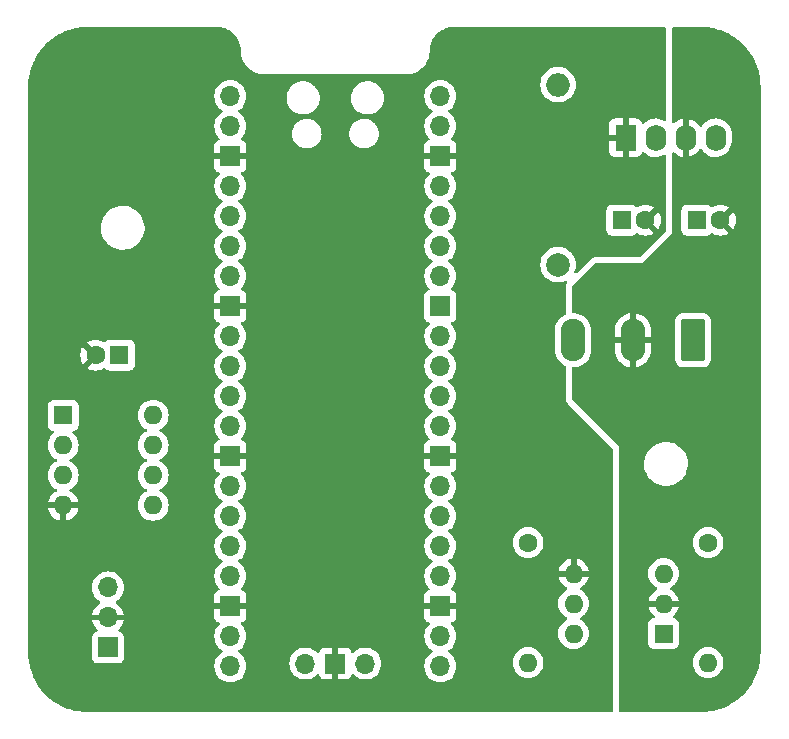
<source format=gbr>
G04 #@! TF.GenerationSoftware,KiCad,Pcbnew,7.0.9-7.0.9~ubuntu22.04.1*
G04 #@! TF.CreationDate,2023-12-23T17:14:06+01:00*
G04 #@! TF.ProjectId,pico-swm-px26a-pcb,7069636f-2d73-4776-9d2d-70783236612d,rev?*
G04 #@! TF.SameCoordinates,Original*
G04 #@! TF.FileFunction,Copper,L2,Bot*
G04 #@! TF.FilePolarity,Positive*
%FSLAX46Y46*%
G04 Gerber Fmt 4.6, Leading zero omitted, Abs format (unit mm)*
G04 Created by KiCad (PCBNEW 7.0.9-7.0.9~ubuntu22.04.1) date 2023-12-23 17:14:06*
%MOMM*%
%LPD*%
G01*
G04 APERTURE LIST*
G04 Aperture macros list*
%AMRoundRect*
0 Rectangle with rounded corners*
0 $1 Rounding radius*
0 $2 $3 $4 $5 $6 $7 $8 $9 X,Y pos of 4 corners*
0 Add a 4 corners polygon primitive as box body*
4,1,4,$2,$3,$4,$5,$6,$7,$8,$9,$2,$3,0*
0 Add four circle primitives for the rounded corners*
1,1,$1+$1,$2,$3*
1,1,$1+$1,$4,$5*
1,1,$1+$1,$6,$7*
1,1,$1+$1,$8,$9*
0 Add four rect primitives between the rounded corners*
20,1,$1+$1,$2,$3,$4,$5,0*
20,1,$1+$1,$4,$5,$6,$7,0*
20,1,$1+$1,$6,$7,$8,$9,0*
20,1,$1+$1,$8,$9,$2,$3,0*%
G04 Aperture macros list end*
G04 #@! TA.AperFunction,ComponentPad*
%ADD10O,1.700000X1.700000*%
G04 #@! TD*
G04 #@! TA.AperFunction,ComponentPad*
%ADD11R,1.700000X1.700000*%
G04 #@! TD*
G04 #@! TA.AperFunction,ComponentPad*
%ADD12R,1.600000X1.600000*%
G04 #@! TD*
G04 #@! TA.AperFunction,ComponentPad*
%ADD13C,1.600000*%
G04 #@! TD*
G04 #@! TA.AperFunction,ComponentPad*
%ADD14O,1.600000X1.600000*%
G04 #@! TD*
G04 #@! TA.AperFunction,ComponentPad*
%ADD15RoundRect,0.249999X0.790001X1.550001X-0.790001X1.550001X-0.790001X-1.550001X0.790001X-1.550001X0*%
G04 #@! TD*
G04 #@! TA.AperFunction,ComponentPad*
%ADD16O,2.080000X3.600000*%
G04 #@! TD*
G04 #@! TA.AperFunction,ComponentPad*
%ADD17C,2.000000*%
G04 #@! TD*
G04 #@! TA.AperFunction,ComponentPad*
%ADD18O,2.000000X2.000000*%
G04 #@! TD*
G04 #@! TA.AperFunction,ComponentPad*
%ADD19R,1.750000X2.250000*%
G04 #@! TD*
G04 #@! TA.AperFunction,ComponentPad*
%ADD20O,1.750000X2.250000*%
G04 #@! TD*
G04 APERTURE END LIST*
D10*
G04 #@! TO.P,U1,1,GPIO0*
G04 #@! TO.N,unconnected-(U1-GPIO0-Pad1)*
X122110000Y-75870000D03*
G04 #@! TO.P,U1,2,GPIO1*
G04 #@! TO.N,unconnected-(U1-GPIO1-Pad2)*
X122110000Y-78410000D03*
D11*
G04 #@! TO.P,U1,3,GND*
G04 #@! TO.N,GNDD*
X122110000Y-80950000D03*
D10*
G04 #@! TO.P,U1,4,GPIO2*
G04 #@! TO.N,unconnected-(U1-GPIO2-Pad4)*
X122110000Y-83490000D03*
G04 #@! TO.P,U1,5,GPIO3*
G04 #@! TO.N,unconnected-(U1-GPIO3-Pad5)*
X122110000Y-86030000D03*
G04 #@! TO.P,U1,6,GPIO4*
G04 #@! TO.N,unconnected-(U1-GPIO4-Pad6)*
X122110000Y-88570000D03*
G04 #@! TO.P,U1,7,GPIO5*
G04 #@! TO.N,unconnected-(U1-GPIO5-Pad7)*
X122110000Y-91110000D03*
D11*
G04 #@! TO.P,U1,8,GND*
G04 #@! TO.N,GNDD*
X122110000Y-93650000D03*
D10*
G04 #@! TO.P,U1,9,GPIO6*
G04 #@! TO.N,unconnected-(U1-GPIO6-Pad9)*
X122110000Y-96190000D03*
G04 #@! TO.P,U1,10,GPIO7*
G04 #@! TO.N,unconnected-(U1-GPIO7-Pad10)*
X122110000Y-98730000D03*
G04 #@! TO.P,U1,11,GPIO8*
G04 #@! TO.N,Net-(U1-GPIO8)*
X122110000Y-101270000D03*
G04 #@! TO.P,U1,12,GPIO9*
G04 #@! TO.N,Net-(U1-GPIO9)*
X122110000Y-103810000D03*
D11*
G04 #@! TO.P,U1,13,GND*
G04 #@! TO.N,GNDD*
X122110000Y-106350000D03*
D10*
G04 #@! TO.P,U1,14,GPIO10*
G04 #@! TO.N,Net-(U1-GPIO10)*
X122110000Y-108890000D03*
G04 #@! TO.P,U1,15,GPIO11*
G04 #@! TO.N,Net-(U1-GPIO11)*
X122110000Y-111430000D03*
G04 #@! TO.P,U1,16,GPIO12*
G04 #@! TO.N,Net-(U1-GPIO12)*
X122110000Y-113970000D03*
G04 #@! TO.P,U1,17,GPIO13*
G04 #@! TO.N,Net-(U1-GPIO13)*
X122110000Y-116510000D03*
D11*
G04 #@! TO.P,U1,18,GND*
G04 #@! TO.N,GNDD*
X122110000Y-119050000D03*
D10*
G04 #@! TO.P,U1,19,GPIO14*
G04 #@! TO.N,unconnected-(U1-GPIO14-Pad19)*
X122110000Y-121590000D03*
G04 #@! TO.P,U1,20,GPIO15*
G04 #@! TO.N,unconnected-(U1-GPIO15-Pad20)*
X122110000Y-124130000D03*
G04 #@! TO.P,U1,21,GPIO16*
G04 #@! TO.N,Net-(U1-GPIO16)*
X139890000Y-124130000D03*
G04 #@! TO.P,U1,22,GPIO17*
G04 #@! TO.N,unconnected-(U1-GPIO17-Pad22)*
X139890000Y-121590000D03*
D11*
G04 #@! TO.P,U1,23,GND*
G04 #@! TO.N,GNDD*
X139890000Y-119050000D03*
D10*
G04 #@! TO.P,U1,24,GPIO18*
G04 #@! TO.N,unconnected-(U1-GPIO18-Pad24)*
X139890000Y-116510000D03*
G04 #@! TO.P,U1,25,GPIO19*
G04 #@! TO.N,unconnected-(U1-GPIO19-Pad25)*
X139890000Y-113970000D03*
G04 #@! TO.P,U1,26,GPIO20*
G04 #@! TO.N,unconnected-(U1-GPIO20-Pad26)*
X139890000Y-111430000D03*
G04 #@! TO.P,U1,27,GPIO21*
G04 #@! TO.N,unconnected-(U1-GPIO21-Pad27)*
X139890000Y-108890000D03*
D11*
G04 #@! TO.P,U1,28,GND*
G04 #@! TO.N,GNDD*
X139890000Y-106350000D03*
D10*
G04 #@! TO.P,U1,29,GPIO22*
G04 #@! TO.N,unconnected-(U1-GPIO22-Pad29)*
X139890000Y-103810000D03*
G04 #@! TO.P,U1,30,RUN*
G04 #@! TO.N,unconnected-(U1-RUN-Pad30)*
X139890000Y-101270000D03*
G04 #@! TO.P,U1,31,GPIO26_ADC0*
G04 #@! TO.N,unconnected-(U1-GPIO26_ADC0-Pad31)*
X139890000Y-98730000D03*
G04 #@! TO.P,U1,32,GPIO27_ADC1*
G04 #@! TO.N,unconnected-(U1-GPIO27_ADC1-Pad32)*
X139890000Y-96190000D03*
D11*
G04 #@! TO.P,U1,33,AGND*
G04 #@! TO.N,unconnected-(U1-AGND-Pad33)*
X139890000Y-93650000D03*
D10*
G04 #@! TO.P,U1,34,GPIO28_ADC2*
G04 #@! TO.N,unconnected-(U1-GPIO28_ADC2-Pad34)*
X139890000Y-91110000D03*
G04 #@! TO.P,U1,35,ADC_VREF*
G04 #@! TO.N,unconnected-(U1-ADC_VREF-Pad35)*
X139890000Y-88570000D03*
G04 #@! TO.P,U1,36,3V3*
G04 #@! TO.N,+3V3*
X139890000Y-86030000D03*
G04 #@! TO.P,U1,37,3V3_EN*
G04 #@! TO.N,unconnected-(U1-3V3_EN-Pad37)*
X139890000Y-83490000D03*
D11*
G04 #@! TO.P,U1,38,GND*
G04 #@! TO.N,GNDD*
X139890000Y-80950000D03*
D10*
G04 #@! TO.P,U1,39,VSYS*
G04 #@! TO.N,unconnected-(U1-VSYS-Pad39)*
X139890000Y-78410000D03*
G04 #@! TO.P,U1,40,VBUS*
G04 #@! TO.N,+5V*
X139890000Y-75870000D03*
G04 #@! TO.P,U1,41,SWCLK*
G04 #@! TO.N,Net-(J1-Pin_1)*
X128460000Y-123900000D03*
D11*
G04 #@! TO.P,U1,42,GND*
G04 #@! TO.N,GNDD*
X131000000Y-123900000D03*
D10*
G04 #@! TO.P,U1,43,SWDIO*
G04 #@! TO.N,Net-(J1-Pin_3)*
X133540000Y-123900000D03*
G04 #@! TD*
D12*
G04 #@! TO.P,C2,1*
G04 #@! TO.N,+12V*
X161604888Y-86360000D03*
D13*
G04 #@! TO.P,C2,2*
G04 #@! TO.N,GNDA*
X163604888Y-86360000D03*
G04 #@! TD*
D12*
G04 #@! TO.P,U3,1,~{CS}*
G04 #@! TO.N,Net-(U1-GPIO13)*
X107960000Y-102880000D03*
D14*
G04 #@! TO.P,U3,2,MISO*
G04 #@! TO.N,Net-(U1-GPIO8)*
X107960000Y-105420000D03*
G04 #@! TO.P,U3,3,~{WP}*
G04 #@! TO.N,Net-(U1-GPIO12)*
X107960000Y-107960000D03*
G04 #@! TO.P,U3,4,GND*
G04 #@! TO.N,GNDD*
X107960000Y-110500000D03*
G04 #@! TO.P,U3,5,MOSI*
G04 #@! TO.N,Net-(U1-GPIO11)*
X115580000Y-110500000D03*
G04 #@! TO.P,U3,6,SCK*
G04 #@! TO.N,Net-(U1-GPIO10)*
X115580000Y-107960000D03*
G04 #@! TO.P,U3,7,~{HOLD}*
G04 #@! TO.N,Net-(U1-GPIO9)*
X115580000Y-105420000D03*
G04 #@! TO.P,U3,8,VCC*
G04 #@! TO.N,+3V3*
X115580000Y-102880000D03*
G04 #@! TD*
D12*
G04 #@! TO.P,C1,1*
G04 #@! TO.N,+5V*
X155254888Y-86360000D03*
D13*
G04 #@! TO.P,C1,2*
G04 #@! TO.N,GNDD*
X157254888Y-86360000D03*
G04 #@! TD*
D15*
G04 #@! TO.P,J2,1,Pin_1*
G04 #@! TO.N,Net-(J2-Pin_1)*
X161290000Y-96520000D03*
D16*
G04 #@! TO.P,J2,2,Pin_2*
G04 #@! TO.N,GNDA*
X156210000Y-96520000D03*
G04 #@! TO.P,J2,3,Pin_3*
G04 #@! TO.N,+12V*
X151130000Y-96520000D03*
G04 #@! TD*
D17*
G04 #@! TO.P,L1,1,1*
G04 #@! TO.N,+5V*
X149860000Y-90125000D03*
D18*
G04 #@! TO.P,L1,2,2*
G04 #@! TO.N,Net-(PS1-+Vin)*
X149860000Y-74885000D03*
G04 #@! TD*
D13*
G04 #@! TO.P,R1,1*
G04 #@! TO.N,+3V3*
X147320000Y-113665000D03*
D14*
G04 #@! TO.P,R1,2*
G04 #@! TO.N,Net-(U1-GPIO16)*
X147320000Y-123825000D03*
G04 #@! TD*
D12*
G04 #@! TO.P,U2,1*
G04 #@! TO.N,Net-(J2-Pin_1)*
X158800000Y-121366000D03*
D14*
G04 #@! TO.P,U2,2*
G04 #@! TO.N,GNDA*
X158800000Y-118826000D03*
G04 #@! TO.P,U2,3,NC*
G04 #@! TO.N,unconnected-(U2-NC-Pad3)*
X158800000Y-116286000D03*
G04 #@! TO.P,U2,4*
G04 #@! TO.N,GNDD*
X151180000Y-116286000D03*
G04 #@! TO.P,U2,5*
G04 #@! TO.N,Net-(U1-GPIO16)*
X151180000Y-118826000D03*
G04 #@! TO.P,U2,6*
G04 #@! TO.N,unconnected-(U2-Pad6)*
X151180000Y-121366000D03*
G04 #@! TD*
D19*
G04 #@! TO.P,PS1,1,-Vin*
G04 #@! TO.N,GNDD*
X155575000Y-79375000D03*
D20*
G04 #@! TO.P,PS1,2,+Vin*
G04 #@! TO.N,Net-(PS1-+Vin)*
X158115000Y-79375000D03*
G04 #@! TO.P,PS1,3,-Vout*
G04 #@! TO.N,GNDA*
X160655000Y-79375000D03*
G04 #@! TO.P,PS1,4,+Vout*
G04 #@! TO.N,+12V*
X163195000Y-79375000D03*
G04 #@! TD*
D11*
G04 #@! TO.P,J1,1,Pin_1*
G04 #@! TO.N,Net-(J1-Pin_1)*
X111760000Y-122540000D03*
D10*
G04 #@! TO.P,J1,2,Pin_2*
G04 #@! TO.N,GNDD*
X111760000Y-120000000D03*
G04 #@! TO.P,J1,3,Pin_3*
G04 #@! TO.N,Net-(J1-Pin_3)*
X111760000Y-117460000D03*
G04 #@! TD*
D12*
G04 #@! TO.P,C3,1*
G04 #@! TO.N,+3V3*
X112715113Y-97790000D03*
D13*
G04 #@! TO.P,C3,2*
G04 #@! TO.N,GNDD*
X110715113Y-97790000D03*
G04 #@! TD*
G04 #@! TO.P,R2,1*
G04 #@! TO.N,+12V*
X162560000Y-113665000D03*
D14*
G04 #@! TO.P,R2,2*
G04 #@! TO.N,Net-(J2-Pin_1)*
X162560000Y-123825000D03*
G04 #@! TD*
G04 #@! TA.AperFunction,Conductor*
G04 #@! TO.N,GNDA*
G36*
X162217318Y-70009488D02*
G01*
X162415934Y-70018160D01*
X162420865Y-70018574D01*
X162636792Y-70045489D01*
X162832940Y-70071313D01*
X162837265Y-70071883D01*
X162841894Y-70072671D01*
X163054183Y-70117183D01*
X163252534Y-70161157D01*
X163256778Y-70162257D01*
X163464544Y-70224112D01*
X163658658Y-70285317D01*
X163662530Y-70286680D01*
X163864457Y-70365472D01*
X164052817Y-70443494D01*
X164056252Y-70445045D01*
X164131343Y-70481755D01*
X164250992Y-70540249D01*
X164388629Y-70611897D01*
X164432009Y-70634479D01*
X164435107Y-70636207D01*
X164621382Y-70747202D01*
X164793662Y-70856957D01*
X164796377Y-70858789D01*
X164972918Y-70984837D01*
X165135098Y-71109282D01*
X165137426Y-71111159D01*
X165303055Y-71251439D01*
X165454895Y-71390574D01*
X165609424Y-71545103D01*
X165748557Y-71696940D01*
X165888839Y-71862572D01*
X165890716Y-71864900D01*
X166015162Y-72027081D01*
X166141209Y-72203621D01*
X166143040Y-72206335D01*
X166252797Y-72378617D01*
X166363791Y-72564891D01*
X166365525Y-72568000D01*
X166459750Y-72749007D01*
X166525992Y-72884503D01*
X166554953Y-72943744D01*
X166556524Y-72947229D01*
X166634536Y-73135566D01*
X166713309Y-73337445D01*
X166714681Y-73341340D01*
X166775899Y-73535496D01*
X166837735Y-73743200D01*
X166838843Y-73747472D01*
X166882818Y-73945826D01*
X166927326Y-74158101D01*
X166928115Y-74162733D01*
X166954524Y-74363319D01*
X166981422Y-74579114D01*
X166981839Y-74584080D01*
X166990513Y-74782728D01*
X166999500Y-75000000D01*
X166999500Y-123000000D01*
X166990513Y-123217271D01*
X166981839Y-123415918D01*
X166981422Y-123420884D01*
X166954524Y-123636680D01*
X166928115Y-123837265D01*
X166927326Y-123841897D01*
X166882818Y-124054173D01*
X166838843Y-124252526D01*
X166837735Y-124256798D01*
X166775899Y-124464503D01*
X166714681Y-124658658D01*
X166713309Y-124662552D01*
X166634536Y-124864433D01*
X166556524Y-125052769D01*
X166554944Y-125056274D01*
X166459750Y-125250992D01*
X166365525Y-125431998D01*
X166363791Y-125435107D01*
X166252797Y-125621382D01*
X166143040Y-125793663D01*
X166141209Y-125796377D01*
X166015162Y-125972918D01*
X165890716Y-126135099D01*
X165888839Y-126137426D01*
X165748557Y-126303059D01*
X165609426Y-126454895D01*
X165454895Y-126609426D01*
X165303059Y-126748557D01*
X165137426Y-126888839D01*
X165135099Y-126890716D01*
X164972918Y-127015162D01*
X164796377Y-127141209D01*
X164793663Y-127143040D01*
X164621382Y-127252797D01*
X164435107Y-127363791D01*
X164431998Y-127365525D01*
X164250992Y-127459750D01*
X164056274Y-127554944D01*
X164052769Y-127556524D01*
X163864433Y-127634536D01*
X163662552Y-127713309D01*
X163658658Y-127714681D01*
X163464503Y-127775899D01*
X163256798Y-127837735D01*
X163252526Y-127838843D01*
X163054173Y-127882818D01*
X162841897Y-127927326D01*
X162837265Y-127928115D01*
X162636680Y-127954524D01*
X162420884Y-127981422D01*
X162415918Y-127981839D01*
X162217271Y-127990513D01*
X162000000Y-127999500D01*
X155124000Y-127999500D01*
X155056961Y-127979815D01*
X155011206Y-127927011D01*
X155000000Y-127875500D01*
X155000000Y-123825001D01*
X161254532Y-123825001D01*
X161274364Y-124051686D01*
X161274366Y-124051697D01*
X161333258Y-124271488D01*
X161333261Y-124271497D01*
X161429431Y-124477732D01*
X161429432Y-124477734D01*
X161559954Y-124664141D01*
X161720858Y-124825045D01*
X161720861Y-124825047D01*
X161907266Y-124955568D01*
X162113504Y-125051739D01*
X162333308Y-125110635D01*
X162495230Y-125124801D01*
X162559998Y-125130468D01*
X162560000Y-125130468D01*
X162560002Y-125130468D01*
X162616673Y-125125509D01*
X162786692Y-125110635D01*
X163006496Y-125051739D01*
X163212734Y-124955568D01*
X163399139Y-124825047D01*
X163560047Y-124664139D01*
X163690568Y-124477734D01*
X163786739Y-124271496D01*
X163845635Y-124051692D01*
X163865468Y-123825000D01*
X163865283Y-123822891D01*
X163845635Y-123598313D01*
X163845635Y-123598308D01*
X163786739Y-123378504D01*
X163690568Y-123172266D01*
X163560047Y-122985861D01*
X163560045Y-122985858D01*
X163399141Y-122824954D01*
X163212734Y-122694432D01*
X163212732Y-122694431D01*
X163006497Y-122598261D01*
X163006488Y-122598258D01*
X162786697Y-122539366D01*
X162786693Y-122539365D01*
X162786692Y-122539365D01*
X162786691Y-122539364D01*
X162786686Y-122539364D01*
X162560002Y-122519532D01*
X162559998Y-122519532D01*
X162333313Y-122539364D01*
X162333302Y-122539366D01*
X162113511Y-122598258D01*
X162113502Y-122598261D01*
X161907267Y-122694431D01*
X161907265Y-122694432D01*
X161720858Y-122824954D01*
X161559954Y-122985858D01*
X161429432Y-123172265D01*
X161429431Y-123172267D01*
X161333261Y-123378502D01*
X161333258Y-123378511D01*
X161274366Y-123598302D01*
X161274364Y-123598313D01*
X161254532Y-123824998D01*
X161254532Y-123825001D01*
X155000000Y-123825001D01*
X155000000Y-116286001D01*
X157494532Y-116286001D01*
X157514364Y-116512686D01*
X157514366Y-116512697D01*
X157573258Y-116732488D01*
X157573261Y-116732497D01*
X157669431Y-116938732D01*
X157669432Y-116938734D01*
X157799954Y-117125141D01*
X157960858Y-117286045D01*
X157960861Y-117286047D01*
X158147266Y-117416568D01*
X158205865Y-117443893D01*
X158258305Y-117490065D01*
X158277457Y-117557258D01*
X158257242Y-117624139D01*
X158205867Y-117668657D01*
X158147515Y-117695867D01*
X157961179Y-117826342D01*
X157800342Y-117987179D01*
X157669865Y-118173517D01*
X157573734Y-118379673D01*
X157573730Y-118379682D01*
X157521127Y-118575999D01*
X157521128Y-118576000D01*
X158484314Y-118576000D01*
X158472359Y-118587955D01*
X158414835Y-118700852D01*
X158395014Y-118826000D01*
X158414835Y-118951148D01*
X158472359Y-119064045D01*
X158484314Y-119076000D01*
X157521128Y-119076000D01*
X157573730Y-119272317D01*
X157573734Y-119272326D01*
X157669865Y-119478482D01*
X157800342Y-119664820D01*
X157961182Y-119825660D01*
X157986219Y-119843191D01*
X158029844Y-119897768D01*
X158037038Y-119967266D01*
X158005515Y-120029621D01*
X157945285Y-120065035D01*
X157928352Y-120068055D01*
X157892519Y-120071907D01*
X157757671Y-120122202D01*
X157757664Y-120122206D01*
X157642455Y-120208452D01*
X157642452Y-120208455D01*
X157556206Y-120323664D01*
X157556202Y-120323671D01*
X157505908Y-120458517D01*
X157499501Y-120518116D01*
X157499501Y-120518123D01*
X157499500Y-120518135D01*
X157499500Y-122213870D01*
X157499501Y-122213876D01*
X157505908Y-122273483D01*
X157556202Y-122408328D01*
X157556206Y-122408335D01*
X157642452Y-122523544D01*
X157642455Y-122523547D01*
X157757664Y-122609793D01*
X157757671Y-122609797D01*
X157892517Y-122660091D01*
X157892516Y-122660091D01*
X157899444Y-122660835D01*
X157952127Y-122666500D01*
X159647872Y-122666499D01*
X159707483Y-122660091D01*
X159842331Y-122609796D01*
X159957546Y-122523546D01*
X160043796Y-122408331D01*
X160094091Y-122273483D01*
X160100500Y-122213873D01*
X160100499Y-120518128D01*
X160094091Y-120458517D01*
X160043796Y-120323669D01*
X160043795Y-120323668D01*
X160043793Y-120323664D01*
X159957547Y-120208455D01*
X159957544Y-120208452D01*
X159842335Y-120122206D01*
X159842328Y-120122202D01*
X159707486Y-120071910D01*
X159707485Y-120071909D01*
X159707483Y-120071909D01*
X159671643Y-120068055D01*
X159607096Y-120041319D01*
X159567248Y-119983926D01*
X159564754Y-119914101D01*
X159600406Y-119854012D01*
X159613780Y-119843191D01*
X159638819Y-119825658D01*
X159799657Y-119664820D01*
X159930134Y-119478482D01*
X160026265Y-119272326D01*
X160026269Y-119272317D01*
X160078872Y-119076000D01*
X159115686Y-119076000D01*
X159127641Y-119064045D01*
X159185165Y-118951148D01*
X159204986Y-118826000D01*
X159185165Y-118700852D01*
X159127641Y-118587955D01*
X159115686Y-118576000D01*
X160078872Y-118576000D01*
X160078872Y-118575999D01*
X160026269Y-118379682D01*
X160026265Y-118379673D01*
X159930134Y-118173517D01*
X159799657Y-117987179D01*
X159638820Y-117826342D01*
X159452482Y-117695865D01*
X159394133Y-117668657D01*
X159341694Y-117622484D01*
X159322542Y-117555291D01*
X159342758Y-117488410D01*
X159394129Y-117443895D01*
X159452734Y-117416568D01*
X159639139Y-117286047D01*
X159800047Y-117125139D01*
X159930568Y-116938734D01*
X160026739Y-116732496D01*
X160085635Y-116512692D01*
X160105468Y-116286000D01*
X160085635Y-116059308D01*
X160026739Y-115839504D01*
X159930568Y-115633266D01*
X159800047Y-115446861D01*
X159800045Y-115446858D01*
X159639141Y-115285954D01*
X159452734Y-115155432D01*
X159452732Y-115155431D01*
X159246497Y-115059261D01*
X159246488Y-115059258D01*
X159026697Y-115000366D01*
X159026693Y-115000365D01*
X159026692Y-115000365D01*
X159026691Y-115000364D01*
X159026686Y-115000364D01*
X158800002Y-114980532D01*
X158799998Y-114980532D01*
X158573313Y-115000364D01*
X158573302Y-115000366D01*
X158353511Y-115059258D01*
X158353502Y-115059261D01*
X158147267Y-115155431D01*
X158147265Y-115155432D01*
X157960858Y-115285954D01*
X157799954Y-115446858D01*
X157669432Y-115633265D01*
X157669431Y-115633267D01*
X157573261Y-115839502D01*
X157573258Y-115839511D01*
X157514366Y-116059302D01*
X157514364Y-116059313D01*
X157494532Y-116285998D01*
X157494532Y-116286001D01*
X155000000Y-116286001D01*
X155000000Y-113665001D01*
X161254532Y-113665001D01*
X161274364Y-113891686D01*
X161274366Y-113891697D01*
X161333258Y-114111488D01*
X161333261Y-114111497D01*
X161429431Y-114317732D01*
X161429432Y-114317734D01*
X161559954Y-114504141D01*
X161720858Y-114665045D01*
X161720861Y-114665047D01*
X161907266Y-114795568D01*
X162113504Y-114891739D01*
X162333308Y-114950635D01*
X162495230Y-114964801D01*
X162559998Y-114970468D01*
X162560000Y-114970468D01*
X162560002Y-114970468D01*
X162616673Y-114965509D01*
X162786692Y-114950635D01*
X163006496Y-114891739D01*
X163212734Y-114795568D01*
X163399139Y-114665047D01*
X163560047Y-114504139D01*
X163690568Y-114317734D01*
X163786739Y-114111496D01*
X163845635Y-113891692D01*
X163865468Y-113665000D01*
X163845635Y-113438308D01*
X163786739Y-113218504D01*
X163690568Y-113012266D01*
X163560047Y-112825861D01*
X163560045Y-112825858D01*
X163399141Y-112664954D01*
X163212734Y-112534432D01*
X163212732Y-112534431D01*
X163006497Y-112438261D01*
X163006488Y-112438258D01*
X162786697Y-112379366D01*
X162786693Y-112379365D01*
X162786692Y-112379365D01*
X162786691Y-112379364D01*
X162786686Y-112379364D01*
X162560002Y-112359532D01*
X162559998Y-112359532D01*
X162333313Y-112379364D01*
X162333302Y-112379366D01*
X162113511Y-112438258D01*
X162113502Y-112438261D01*
X161907267Y-112534431D01*
X161907265Y-112534432D01*
X161720858Y-112664954D01*
X161559954Y-112825858D01*
X161429432Y-113012265D01*
X161429431Y-113012267D01*
X161333261Y-113218502D01*
X161333258Y-113218511D01*
X161274366Y-113438302D01*
X161274364Y-113438313D01*
X161254532Y-113664998D01*
X161254532Y-113665001D01*
X155000000Y-113665001D01*
X155000000Y-107067763D01*
X157145787Y-107067763D01*
X157175413Y-107337013D01*
X157175415Y-107337024D01*
X157243926Y-107599082D01*
X157243928Y-107599088D01*
X157349870Y-107848390D01*
X157421998Y-107966575D01*
X157490979Y-108079605D01*
X157490986Y-108079615D01*
X157664253Y-108287819D01*
X157664259Y-108287824D01*
X157865998Y-108468582D01*
X158091910Y-108618044D01*
X158337176Y-108733020D01*
X158337183Y-108733022D01*
X158337185Y-108733023D01*
X158596557Y-108811057D01*
X158596564Y-108811058D01*
X158596569Y-108811060D01*
X158864561Y-108850500D01*
X158864566Y-108850500D01*
X159067636Y-108850500D01*
X159119133Y-108846730D01*
X159270156Y-108835677D01*
X159382758Y-108810593D01*
X159534546Y-108776782D01*
X159534548Y-108776781D01*
X159534553Y-108776780D01*
X159787558Y-108680014D01*
X160023777Y-108547441D01*
X160238177Y-108381888D01*
X160426186Y-108186881D01*
X160583799Y-107966579D01*
X160657787Y-107822669D01*
X160707649Y-107725690D01*
X160707651Y-107725684D01*
X160707656Y-107725675D01*
X160795118Y-107469305D01*
X160844319Y-107202933D01*
X160854212Y-106932235D01*
X160824586Y-106662982D01*
X160756072Y-106400912D01*
X160650130Y-106151610D01*
X160509018Y-105920390D01*
X160419747Y-105813119D01*
X160335746Y-105712180D01*
X160335740Y-105712175D01*
X160134002Y-105531418D01*
X159908092Y-105381957D01*
X159908090Y-105381956D01*
X159662824Y-105266980D01*
X159662819Y-105266978D01*
X159662814Y-105266976D01*
X159403442Y-105188942D01*
X159403428Y-105188939D01*
X159287791Y-105171921D01*
X159135439Y-105149500D01*
X158932369Y-105149500D01*
X158932364Y-105149500D01*
X158729844Y-105164323D01*
X158729831Y-105164325D01*
X158465453Y-105223217D01*
X158465446Y-105223220D01*
X158212439Y-105319987D01*
X157976226Y-105452557D01*
X157761822Y-105618112D01*
X157573822Y-105813109D01*
X157573816Y-105813116D01*
X157416202Y-106033419D01*
X157416199Y-106033424D01*
X157292350Y-106274309D01*
X157292343Y-106274327D01*
X157204884Y-106530685D01*
X157204881Y-106530699D01*
X157155681Y-106797068D01*
X157155680Y-106797075D01*
X157145787Y-107067763D01*
X155000000Y-107067763D01*
X155000000Y-105500000D01*
X151036319Y-101536319D01*
X151002834Y-101474996D01*
X151000000Y-101448638D01*
X151000000Y-98945609D01*
X151019685Y-98878570D01*
X151072489Y-98832815D01*
X151128993Y-98821710D01*
X151169005Y-98823322D01*
X151192224Y-98824259D01*
X151192225Y-98824258D01*
X151192231Y-98824259D01*
X151439142Y-98794278D01*
X151678046Y-98725079D01*
X151902756Y-98618453D01*
X152107452Y-98477161D01*
X152286832Y-98304864D01*
X152436251Y-98106023D01*
X152551839Y-97885789D01*
X152630602Y-97649865D01*
X152670500Y-97404362D01*
X152670500Y-97342062D01*
X154670000Y-97342062D01*
X154684996Y-97527836D01*
X154744503Y-97769258D01*
X154841959Y-97997996D01*
X154841959Y-97997997D01*
X154974854Y-98208155D01*
X155139731Y-98394263D01*
X155332336Y-98551519D01*
X155332343Y-98551524D01*
X155547664Y-98675839D01*
X155780153Y-98764010D01*
X155960000Y-98800725D01*
X155960000Y-97173837D01*
X156041249Y-97204651D01*
X156167660Y-97220000D01*
X156252340Y-97220000D01*
X156378751Y-97204651D01*
X156460000Y-97173837D01*
X156460000Y-98800954D01*
X156519034Y-98793787D01*
X156519041Y-98793785D01*
X156757862Y-98724610D01*
X156757865Y-98724609D01*
X156982505Y-98618017D01*
X157187139Y-98476767D01*
X157187142Y-98476764D01*
X157366450Y-98304538D01*
X157366454Y-98304534D01*
X157505110Y-98120017D01*
X159749500Y-98120017D01*
X159760000Y-98222796D01*
X159815185Y-98389332D01*
X159815187Y-98389337D01*
X159818450Y-98394627D01*
X159907288Y-98538656D01*
X160031344Y-98662712D01*
X160180665Y-98754814D01*
X160347202Y-98809999D01*
X160449990Y-98820500D01*
X160449995Y-98820500D01*
X162130005Y-98820500D01*
X162130010Y-98820500D01*
X162232798Y-98809999D01*
X162399335Y-98754814D01*
X162548656Y-98662712D01*
X162672712Y-98538656D01*
X162764814Y-98389335D01*
X162819999Y-98222798D01*
X162830500Y-98120010D01*
X162830500Y-94919990D01*
X162819999Y-94817202D01*
X162764814Y-94650665D01*
X162672712Y-94501344D01*
X162548656Y-94377288D01*
X162399335Y-94285186D01*
X162232798Y-94230001D01*
X162232796Y-94230000D01*
X162130017Y-94219500D01*
X162130010Y-94219500D01*
X160449990Y-94219500D01*
X160449982Y-94219500D01*
X160347203Y-94230000D01*
X160347202Y-94230001D01*
X160264669Y-94257349D01*
X160180667Y-94285185D01*
X160180662Y-94285187D01*
X160031342Y-94377289D01*
X159907289Y-94501342D01*
X159815187Y-94650662D01*
X159815186Y-94650665D01*
X159760001Y-94817202D01*
X159760001Y-94817203D01*
X159760000Y-94817203D01*
X159749500Y-94919982D01*
X159749500Y-98120017D01*
X157505110Y-98120017D01*
X157515823Y-98105760D01*
X157515823Y-98105759D01*
X157631379Y-97885587D01*
X157710115Y-97649745D01*
X157710115Y-97649744D01*
X157750000Y-97404324D01*
X157750000Y-96770000D01*
X156869329Y-96770000D01*
X156910000Y-96604995D01*
X156910000Y-96435005D01*
X156869329Y-96270000D01*
X157750000Y-96270000D01*
X157750000Y-95697938D01*
X157735003Y-95512163D01*
X157675496Y-95270741D01*
X157578040Y-95042003D01*
X157578040Y-95042002D01*
X157445145Y-94831844D01*
X157280268Y-94645736D01*
X157087663Y-94488480D01*
X157087656Y-94488475D01*
X156872335Y-94364160D01*
X156639858Y-94275993D01*
X156639846Y-94275989D01*
X156460000Y-94239273D01*
X156460000Y-95866162D01*
X156378751Y-95835349D01*
X156252340Y-95820000D01*
X156167660Y-95820000D01*
X156041249Y-95835349D01*
X155960000Y-95866162D01*
X155960000Y-94239044D01*
X155900957Y-94246214D01*
X155900951Y-94246215D01*
X155662137Y-94315389D01*
X155662134Y-94315390D01*
X155437494Y-94421982D01*
X155232860Y-94563232D01*
X155232857Y-94563235D01*
X155053549Y-94735461D01*
X155053545Y-94735465D01*
X154904176Y-94934239D01*
X154904176Y-94934240D01*
X154788620Y-95154412D01*
X154709884Y-95390254D01*
X154709884Y-95390255D01*
X154670000Y-95635675D01*
X154670000Y-96270000D01*
X155550671Y-96270000D01*
X155510000Y-96435005D01*
X155510000Y-96604995D01*
X155550671Y-96770000D01*
X154670000Y-96770000D01*
X154670000Y-97342062D01*
X152670500Y-97342062D01*
X152670500Y-95697915D01*
X152665475Y-95635675D01*
X152655498Y-95512082D01*
X152655498Y-95512081D01*
X152595974Y-95270587D01*
X152595974Y-95270586D01*
X152498483Y-95041765D01*
X152365548Y-94831546D01*
X152352841Y-94817203D01*
X152200615Y-94645374D01*
X152200611Y-94645370D01*
X152099528Y-94562839D01*
X152007951Y-94488069D01*
X152007947Y-94488066D01*
X152007945Y-94488065D01*
X151792550Y-94363707D01*
X151585504Y-94285185D01*
X151559988Y-94275508D01*
X151559987Y-94275507D01*
X151559985Y-94275507D01*
X151316297Y-94225757D01*
X151316287Y-94225756D01*
X151119006Y-94217805D01*
X151052814Y-94195437D01*
X151009223Y-94140833D01*
X151000000Y-94093906D01*
X151000000Y-92051362D01*
X151019685Y-91984323D01*
X151036319Y-91963681D01*
X152963681Y-90036319D01*
X153025004Y-90002834D01*
X153051362Y-90000000D01*
X157000000Y-90000000D01*
X159500000Y-87500000D01*
X159500000Y-87207870D01*
X160304388Y-87207870D01*
X160304389Y-87207876D01*
X160310796Y-87267483D01*
X160361090Y-87402328D01*
X160361094Y-87402335D01*
X160447340Y-87517544D01*
X160447343Y-87517547D01*
X160562552Y-87603793D01*
X160562559Y-87603797D01*
X160697405Y-87654091D01*
X160697404Y-87654091D01*
X160704332Y-87654835D01*
X160757015Y-87660500D01*
X162452760Y-87660499D01*
X162512371Y-87654091D01*
X162647219Y-87603796D01*
X162762434Y-87517546D01*
X162769238Y-87508455D01*
X162825168Y-87466584D01*
X162894859Y-87461597D01*
X162939628Y-87481188D01*
X162952400Y-87490130D01*
X162952406Y-87490134D01*
X163158561Y-87586265D01*
X163158570Y-87586269D01*
X163378277Y-87645139D01*
X163378288Y-87645141D01*
X163604886Y-87664966D01*
X163604890Y-87664966D01*
X163831487Y-87645141D01*
X163831498Y-87645139D01*
X164051205Y-87586269D01*
X164051219Y-87586264D01*
X164257366Y-87490136D01*
X164330360Y-87439025D01*
X163649288Y-86757953D01*
X163730036Y-86745165D01*
X163842933Y-86687641D01*
X163932529Y-86598045D01*
X163990053Y-86485148D01*
X164002841Y-86404400D01*
X164683913Y-87085472D01*
X164735024Y-87012478D01*
X164831152Y-86806331D01*
X164831157Y-86806317D01*
X164890027Y-86586610D01*
X164890029Y-86586599D01*
X164909854Y-86360002D01*
X164909854Y-86359997D01*
X164890029Y-86133400D01*
X164890027Y-86133389D01*
X164831157Y-85913682D01*
X164831153Y-85913673D01*
X164735021Y-85707516D01*
X164735019Y-85707512D01*
X164683914Y-85634526D01*
X164683913Y-85634526D01*
X164002841Y-86315598D01*
X163990053Y-86234852D01*
X163932529Y-86121955D01*
X163842933Y-86032359D01*
X163730036Y-85974835D01*
X163649288Y-85962046D01*
X164330360Y-85280974D01*
X164330359Y-85280973D01*
X164257371Y-85229866D01*
X164257369Y-85229865D01*
X164051214Y-85133734D01*
X164051205Y-85133730D01*
X163831498Y-85074860D01*
X163831487Y-85074858D01*
X163604890Y-85055034D01*
X163604886Y-85055034D01*
X163378288Y-85074858D01*
X163378277Y-85074860D01*
X163158570Y-85133730D01*
X163158561Y-85133734D01*
X162952400Y-85229868D01*
X162952395Y-85229871D01*
X162939624Y-85238813D01*
X162873417Y-85261138D01*
X162805651Y-85244124D01*
X162769240Y-85211546D01*
X162762434Y-85202454D01*
X162762432Y-85202453D01*
X162762432Y-85202452D01*
X162647223Y-85116206D01*
X162647216Y-85116202D01*
X162512370Y-85065908D01*
X162512371Y-85065908D01*
X162452771Y-85059501D01*
X162452769Y-85059500D01*
X162452761Y-85059500D01*
X162452752Y-85059500D01*
X160757017Y-85059500D01*
X160757011Y-85059501D01*
X160697404Y-85065908D01*
X160562559Y-85116202D01*
X160562552Y-85116206D01*
X160447343Y-85202452D01*
X160447340Y-85202455D01*
X160361094Y-85317664D01*
X160361090Y-85317671D01*
X160310796Y-85452517D01*
X160304389Y-85512116D01*
X160304388Y-85512135D01*
X160304388Y-87207870D01*
X159500000Y-87207870D01*
X159500000Y-80715649D01*
X159519685Y-80648610D01*
X159572489Y-80602855D01*
X159641647Y-80592911D01*
X159705203Y-80621936D01*
X159713523Y-80629849D01*
X159743289Y-80660907D01*
X159931466Y-80800083D01*
X160140467Y-80905459D01*
X160364272Y-80973998D01*
X160404999Y-80979212D01*
X160405000Y-80979212D01*
X160405000Y-79852053D01*
X160438846Y-79872636D01*
X160581122Y-79912500D01*
X160691764Y-79912500D01*
X160801379Y-79897434D01*
X160905000Y-79852425D01*
X160905000Y-80977689D01*
X161059087Y-80944481D01*
X161059088Y-80944481D01*
X161276264Y-80857213D01*
X161475578Y-80734491D01*
X161651273Y-80579859D01*
X161651275Y-80579857D01*
X161798318Y-80397749D01*
X161798322Y-80397744D01*
X161817192Y-80363964D01*
X161867070Y-80315036D01*
X161935483Y-80300842D01*
X162000709Y-80325888D01*
X162028182Y-80354998D01*
X162120935Y-80492230D01*
X162120938Y-80492234D01*
X162120943Y-80492241D01*
X162217427Y-80592911D01*
X162282595Y-80660907D01*
X162282956Y-80661283D01*
X162471208Y-80800513D01*
X162680282Y-80905926D01*
X162904163Y-80974489D01*
X163136411Y-81004229D01*
X163370345Y-80994292D01*
X163599234Y-80944962D01*
X163816494Y-80857660D01*
X164015875Y-80734896D01*
X164191641Y-80580203D01*
X164338735Y-80398030D01*
X164452926Y-80193619D01*
X164530929Y-79972849D01*
X164570500Y-79742072D01*
X164570500Y-79066572D01*
X164570500Y-79066567D01*
X164555617Y-78891703D01*
X164496617Y-78665110D01*
X164400175Y-78451755D01*
X164400170Y-78451747D01*
X164269064Y-78257768D01*
X164269060Y-78257763D01*
X164269057Y-78257759D01*
X164121078Y-78103360D01*
X164107048Y-78088721D01*
X164107047Y-78088720D01*
X164107044Y-78088717D01*
X163918792Y-77949487D01*
X163918791Y-77949486D01*
X163918789Y-77949485D01*
X163709719Y-77844074D01*
X163580653Y-77804548D01*
X163485837Y-77775511D01*
X163485835Y-77775510D01*
X163485833Y-77775510D01*
X163253583Y-77745770D01*
X163019658Y-77755707D01*
X163019657Y-77755707D01*
X162790763Y-77805038D01*
X162573509Y-77892338D01*
X162374124Y-78015103D01*
X162198362Y-78169793D01*
X162198360Y-78169795D01*
X162198359Y-78169797D01*
X162172254Y-78202128D01*
X162051265Y-78351969D01*
X162051262Y-78351973D01*
X162032218Y-78386064D01*
X161982338Y-78434990D01*
X161913925Y-78449182D01*
X161848700Y-78424134D01*
X161821230Y-78395026D01*
X161728668Y-78258076D01*
X161566711Y-78089093D01*
X161566710Y-78089092D01*
X161378533Y-77949916D01*
X161169532Y-77844540D01*
X160945727Y-77776001D01*
X160945730Y-77776001D01*
X160905000Y-77770786D01*
X160905000Y-78897946D01*
X160871154Y-78877364D01*
X160728878Y-78837500D01*
X160618236Y-78837500D01*
X160508621Y-78852566D01*
X160405000Y-78897574D01*
X160405000Y-77772309D01*
X160250910Y-77805518D01*
X160033735Y-77892786D01*
X159834420Y-78015508D01*
X159705924Y-78128600D01*
X159642594Y-78158115D01*
X159573361Y-78148706D01*
X159520205Y-78103360D01*
X159500004Y-78036474D01*
X159500000Y-78035517D01*
X159500000Y-70124500D01*
X159519685Y-70057461D01*
X159572489Y-70011706D01*
X159624000Y-70000500D01*
X161999500Y-70000500D01*
X162000000Y-70000500D01*
X162217318Y-70009488D01*
G37*
G04 #@! TD.AperFunction*
G04 #@! TD*
G04 #@! TA.AperFunction,Conductor*
G04 #@! TO.N,GNDD*
G36*
X120947677Y-70005619D02*
G01*
X120949469Y-70006146D01*
X120997976Y-70006146D01*
X121002008Y-70006277D01*
X121014740Y-70007106D01*
X121084881Y-70011677D01*
X121264918Y-70024469D01*
X121272552Y-70025492D01*
X121313858Y-70033659D01*
X121389845Y-70048683D01*
X121532769Y-70079589D01*
X121539477Y-70081439D01*
X121659150Y-70121810D01*
X121790645Y-70170545D01*
X121796356Y-70172996D01*
X121855479Y-70201957D01*
X121900658Y-70224088D01*
X121912346Y-70229813D01*
X121984874Y-70269143D01*
X122033778Y-70295664D01*
X122038485Y-70298493D01*
X122146048Y-70369834D01*
X122148715Y-70371708D01*
X122245331Y-70443473D01*
X122257714Y-70452671D01*
X122261418Y-70455649D01*
X122359190Y-70540674D01*
X122362113Y-70543387D01*
X122454032Y-70634473D01*
X122458323Y-70638725D01*
X122461095Y-70641657D01*
X122546996Y-70738639D01*
X122550018Y-70742327D01*
X122631946Y-70850551D01*
X122633863Y-70853228D01*
X122656116Y-70886125D01*
X122706183Y-70960140D01*
X122709061Y-70964831D01*
X122776003Y-71085638D01*
X122833869Y-71201095D01*
X122836380Y-71206804D01*
X122886314Y-71337858D01*
X122927766Y-71457142D01*
X122929681Y-71463844D01*
X122961884Y-71606471D01*
X122986143Y-71723552D01*
X122987235Y-71731178D01*
X123001546Y-71909459D01*
X123007809Y-71993743D01*
X123007979Y-71998461D01*
X123007727Y-72126639D01*
X123007728Y-72126653D01*
X123041368Y-72385935D01*
X123041369Y-72385939D01*
X123108609Y-72638614D01*
X123208297Y-72880333D01*
X123338721Y-73106950D01*
X123497645Y-73314577D01*
X123682341Y-73499653D01*
X123889641Y-73659003D01*
X124115990Y-73789892D01*
X124357504Y-73890075D01*
X124610040Y-73957835D01*
X124869266Y-73992008D01*
X124918187Y-73992012D01*
X124924401Y-73992326D01*
X124991702Y-73999157D01*
X124997476Y-74000020D01*
X124999900Y-74000499D01*
X124999901Y-74000500D01*
X124999902Y-74000500D01*
X137131113Y-74000500D01*
X137131120Y-74000500D01*
X137391116Y-73966270D01*
X137644419Y-73898398D01*
X137886697Y-73798043D01*
X138113803Y-73666924D01*
X138321851Y-73507282D01*
X138321855Y-73507277D01*
X138321860Y-73507274D01*
X138507274Y-73321860D01*
X138507277Y-73321855D01*
X138507282Y-73321851D01*
X138666924Y-73113803D01*
X138798043Y-72886697D01*
X138800680Y-72880332D01*
X138855076Y-72749007D01*
X138898398Y-72644419D01*
X138966270Y-72391116D01*
X139000500Y-72131120D01*
X139000500Y-72002035D01*
X139000633Y-71997980D01*
X139002393Y-71971103D01*
X139005989Y-71916244D01*
X139018986Y-71734536D01*
X139020014Y-71726903D01*
X139043153Y-71610579D01*
X139044118Y-71606141D01*
X139074533Y-71466323D01*
X139076392Y-71459625D01*
X139116815Y-71340543D01*
X139166159Y-71208251D01*
X139168633Y-71202520D01*
X139225583Y-71087036D01*
X139292179Y-70965076D01*
X139295019Y-70960384D01*
X139366563Y-70853311D01*
X139368428Y-70850676D01*
X139450291Y-70741321D01*
X139453244Y-70737678D01*
X139538503Y-70640459D01*
X139541198Y-70637581D01*
X139637581Y-70541198D01*
X139640459Y-70538503D01*
X139737678Y-70453244D01*
X139741321Y-70450291D01*
X139850676Y-70368428D01*
X139853311Y-70366563D01*
X139960384Y-70295019D01*
X139965076Y-70292179D01*
X140087036Y-70225583D01*
X140202520Y-70168633D01*
X140208251Y-70166159D01*
X140340543Y-70116815D01*
X140459625Y-70076392D01*
X140466323Y-70074533D01*
X140610579Y-70043153D01*
X140616728Y-70041929D01*
X140726903Y-70020014D01*
X140734536Y-70018986D01*
X140916244Y-70005989D01*
X140969211Y-70002517D01*
X140997981Y-70000633D01*
X141002036Y-70000500D01*
X158870500Y-70000500D01*
X158937539Y-70020185D01*
X158983294Y-70072989D01*
X158994500Y-70124500D01*
X158994500Y-77826604D01*
X158974815Y-77893643D01*
X158922011Y-77939398D01*
X158852853Y-77949342D01*
X158814675Y-77937327D01*
X158629719Y-77844074D01*
X158418859Y-77779499D01*
X158405837Y-77775511D01*
X158405835Y-77775510D01*
X158405833Y-77775510D01*
X158173583Y-77745770D01*
X157939658Y-77755707D01*
X157939657Y-77755707D01*
X157710763Y-77805038D01*
X157493509Y-77892338D01*
X157294124Y-78015103D01*
X157129595Y-78159908D01*
X157066265Y-78189423D01*
X156997032Y-78180014D01*
X156943876Y-78134668D01*
X156931489Y-78110158D01*
X156893354Y-78007913D01*
X156893350Y-78007906D01*
X156807190Y-77892812D01*
X156807187Y-77892809D01*
X156692093Y-77806649D01*
X156692086Y-77806645D01*
X156557379Y-77756403D01*
X156557372Y-77756401D01*
X156497844Y-77750000D01*
X155825000Y-77750000D01*
X155825000Y-78897946D01*
X155791154Y-78877364D01*
X155648878Y-78837500D01*
X155538236Y-78837500D01*
X155428621Y-78852566D01*
X155325000Y-78897574D01*
X155325000Y-77750000D01*
X154652155Y-77750000D01*
X154592627Y-77756401D01*
X154592620Y-77756403D01*
X154457913Y-77806645D01*
X154457906Y-77806649D01*
X154342812Y-77892809D01*
X154342809Y-77892812D01*
X154256649Y-78007906D01*
X154256645Y-78007913D01*
X154206403Y-78142620D01*
X154206401Y-78142627D01*
X154200000Y-78202155D01*
X154200000Y-79125000D01*
X155093550Y-79125000D01*
X155093275Y-79125390D01*
X155043795Y-79264614D01*
X155033712Y-79412025D01*
X155063774Y-79556690D01*
X155099169Y-79625000D01*
X154200000Y-79625000D01*
X154200000Y-80547844D01*
X154206401Y-80607372D01*
X154206403Y-80607379D01*
X154256645Y-80742086D01*
X154256649Y-80742093D01*
X154342809Y-80857187D01*
X154342812Y-80857190D01*
X154457906Y-80943350D01*
X154457913Y-80943354D01*
X154592620Y-80993596D01*
X154592627Y-80993598D01*
X154652155Y-80999999D01*
X154652172Y-81000000D01*
X155325000Y-81000000D01*
X155325000Y-79852053D01*
X155358846Y-79872636D01*
X155501122Y-79912500D01*
X155611764Y-79912500D01*
X155721379Y-79897434D01*
X155825000Y-79852425D01*
X155825000Y-81000000D01*
X156497828Y-81000000D01*
X156497844Y-80999999D01*
X156557372Y-80993598D01*
X156557379Y-80993596D01*
X156692086Y-80943354D01*
X156692093Y-80943350D01*
X156807187Y-80857190D01*
X156807190Y-80857187D01*
X156893350Y-80742093D01*
X156893354Y-80742086D01*
X156932753Y-80636453D01*
X156974624Y-80580519D01*
X157040088Y-80556102D01*
X157108361Y-80570954D01*
X157138455Y-80593983D01*
X157202956Y-80661283D01*
X157391208Y-80800513D01*
X157600282Y-80905926D01*
X157824163Y-80974489D01*
X158056411Y-81004229D01*
X158290345Y-80994292D01*
X158519234Y-80944962D01*
X158736494Y-80857660D01*
X158805486Y-80815179D01*
X158872892Y-80796792D01*
X158939539Y-80817766D01*
X158984267Y-80871443D01*
X158994500Y-80920769D01*
X158994500Y-87239254D01*
X158974815Y-87306293D01*
X158958181Y-87326935D01*
X156826935Y-89458181D01*
X156765612Y-89491666D01*
X156739254Y-89494500D01*
X153037823Y-89494500D01*
X153010784Y-89495949D01*
X153010776Y-89495949D01*
X153010773Y-89495950D01*
X153010772Y-89495950D01*
X152970964Y-89500231D01*
X152917554Y-89508885D01*
X152917552Y-89508885D01*
X152782747Y-89559166D01*
X152721422Y-89592651D01*
X152606240Y-89678876D01*
X152606228Y-89678886D01*
X151447447Y-90837667D01*
X151386124Y-90871152D01*
X151316432Y-90866168D01*
X151260499Y-90824296D01*
X151236082Y-90758832D01*
X151246209Y-90700178D01*
X151284063Y-90613881D01*
X151345108Y-90372821D01*
X151365643Y-90125000D01*
X151361210Y-90071506D01*
X151345109Y-89877187D01*
X151345107Y-89877175D01*
X151284063Y-89636118D01*
X151184173Y-89408393D01*
X151048166Y-89200217D01*
X151026557Y-89176744D01*
X150879744Y-89017262D01*
X150683509Y-88864526D01*
X150683507Y-88864525D01*
X150683506Y-88864524D01*
X150464811Y-88746172D01*
X150464802Y-88746169D01*
X150229616Y-88665429D01*
X149984335Y-88624500D01*
X149735665Y-88624500D01*
X149490383Y-88665429D01*
X149255197Y-88746169D01*
X149255188Y-88746172D01*
X149036493Y-88864524D01*
X148840257Y-89017261D01*
X148671833Y-89200217D01*
X148535826Y-89408393D01*
X148435936Y-89636118D01*
X148374892Y-89877175D01*
X148374890Y-89877187D01*
X148354357Y-90124994D01*
X148354357Y-90125005D01*
X148374890Y-90372812D01*
X148374892Y-90372824D01*
X148435936Y-90613881D01*
X148535826Y-90841606D01*
X148671833Y-91049782D01*
X148671836Y-91049785D01*
X148840256Y-91232738D01*
X149036491Y-91385474D01*
X149255190Y-91503828D01*
X149490386Y-91584571D01*
X149735665Y-91625500D01*
X149984335Y-91625500D01*
X150229614Y-91584571D01*
X150464810Y-91503828D01*
X150464814Y-91503825D01*
X150466567Y-91503224D01*
X150536365Y-91500074D01*
X150596787Y-91535160D01*
X150628647Y-91597342D01*
X150621832Y-91666879D01*
X150607411Y-91693028D01*
X150594432Y-91711027D01*
X150534663Y-91841899D01*
X150514978Y-91908937D01*
X150514976Y-91908942D01*
X150498595Y-92022878D01*
X150494500Y-92051362D01*
X150494500Y-94093906D01*
X150503989Y-94191392D01*
X150503990Y-94191398D01*
X150503990Y-94191403D01*
X150513792Y-94241269D01*
X150512896Y-94241445D01*
X150510049Y-94307503D01*
X150469778Y-94364600D01*
X150445846Y-94379503D01*
X150357245Y-94421545D01*
X150152547Y-94562839D01*
X150152546Y-94562840D01*
X149973167Y-94735137D01*
X149823752Y-94933971D01*
X149823746Y-94933982D01*
X149708163Y-95154205D01*
X149629396Y-95390140D01*
X149589500Y-95635635D01*
X149589500Y-97342086D01*
X149604501Y-97527917D01*
X149604501Y-97527918D01*
X149664025Y-97769412D01*
X149672796Y-97789999D01*
X149761517Y-97998235D01*
X149894452Y-98208454D01*
X149894455Y-98208458D01*
X149988843Y-98315000D01*
X150059386Y-98394627D01*
X150252049Y-98551931D01*
X150353184Y-98610321D01*
X150455764Y-98669546D01*
X150503980Y-98720113D01*
X150517203Y-98788720D01*
X150515442Y-98800815D01*
X150514978Y-98803176D01*
X150494500Y-98945610D01*
X150494500Y-101462173D01*
X150495950Y-101489227D01*
X150495950Y-101489228D01*
X150500231Y-101529036D01*
X150508885Y-101582445D01*
X150508885Y-101582447D01*
X150528936Y-101636204D01*
X150559168Y-101717257D01*
X150592653Y-101778580D01*
X150678877Y-101893761D01*
X150678881Y-101893765D01*
X150678886Y-101893771D01*
X154458181Y-105673065D01*
X154491666Y-105734388D01*
X154494500Y-105760746D01*
X154494500Y-127875500D01*
X154474815Y-127942539D01*
X154422011Y-127988294D01*
X154370500Y-127999500D01*
X110000000Y-127999500D01*
X109782728Y-127990513D01*
X109584080Y-127981839D01*
X109579114Y-127981422D01*
X109363319Y-127954524D01*
X109162733Y-127928115D01*
X109158101Y-127927326D01*
X108945826Y-127882818D01*
X108747472Y-127838843D01*
X108743200Y-127837735D01*
X108535496Y-127775899D01*
X108341340Y-127714681D01*
X108337445Y-127713309D01*
X108135566Y-127634536D01*
X107947229Y-127556524D01*
X107943744Y-127554953D01*
X107884503Y-127525992D01*
X107749007Y-127459750D01*
X107568000Y-127365525D01*
X107564891Y-127363791D01*
X107378617Y-127252797D01*
X107206335Y-127143040D01*
X107203621Y-127141209D01*
X107027081Y-127015162D01*
X106864900Y-126890716D01*
X106862572Y-126888839D01*
X106696940Y-126748557D01*
X106545103Y-126609424D01*
X106390574Y-126454895D01*
X106251439Y-126303055D01*
X106111159Y-126137426D01*
X106109282Y-126135098D01*
X105984837Y-125972918D01*
X105858789Y-125796377D01*
X105856957Y-125793662D01*
X105747202Y-125621382D01*
X105636207Y-125435107D01*
X105634473Y-125431998D01*
X105540249Y-125250992D01*
X105469947Y-125107190D01*
X105445045Y-125056252D01*
X105443494Y-125052817D01*
X105365472Y-124864457D01*
X105286680Y-124662530D01*
X105285317Y-124658658D01*
X105224112Y-124464544D01*
X105162257Y-124256778D01*
X105161155Y-124252526D01*
X105135189Y-124135403D01*
X105133991Y-124130000D01*
X120754341Y-124130000D01*
X120774936Y-124365403D01*
X120774938Y-124365413D01*
X120836094Y-124593655D01*
X120836096Y-124593659D01*
X120836097Y-124593663D01*
X120866405Y-124658658D01*
X120935965Y-124807830D01*
X120935967Y-124807834D01*
X121027456Y-124938493D01*
X121071505Y-125001401D01*
X121238599Y-125168495D01*
X121280851Y-125198080D01*
X121432165Y-125304032D01*
X121432167Y-125304033D01*
X121432170Y-125304035D01*
X121646337Y-125403903D01*
X121874592Y-125465063D01*
X122030952Y-125478743D01*
X122109999Y-125485659D01*
X122110000Y-125485659D01*
X122110001Y-125485659D01*
X122149234Y-125482226D01*
X122345408Y-125465063D01*
X122573663Y-125403903D01*
X122787830Y-125304035D01*
X122981401Y-125168495D01*
X123148495Y-125001401D01*
X123284035Y-124807830D01*
X123383903Y-124593663D01*
X123445063Y-124365408D01*
X123465659Y-124130000D01*
X123445536Y-123900000D01*
X127104341Y-123900000D01*
X127124936Y-124135403D01*
X127124938Y-124135413D01*
X127186094Y-124363655D01*
X127186096Y-124363659D01*
X127186097Y-124363663D01*
X127257189Y-124516120D01*
X127285965Y-124577830D01*
X127285967Y-124577834D01*
X127394281Y-124732521D01*
X127421505Y-124771401D01*
X127588599Y-124938495D01*
X127612982Y-124955568D01*
X127782165Y-125074032D01*
X127782167Y-125074033D01*
X127782170Y-125074035D01*
X127996337Y-125173903D01*
X128224592Y-125235063D01*
X128395319Y-125250000D01*
X128459999Y-125255659D01*
X128460000Y-125255659D01*
X128460001Y-125255659D01*
X128499234Y-125252226D01*
X128695408Y-125235063D01*
X128923663Y-125173903D01*
X129137830Y-125074035D01*
X129331401Y-124938495D01*
X129453717Y-124816178D01*
X129515036Y-124782696D01*
X129584728Y-124787680D01*
X129640662Y-124829551D01*
X129657577Y-124860528D01*
X129706646Y-124992088D01*
X129706649Y-124992093D01*
X129792809Y-125107187D01*
X129792812Y-125107190D01*
X129907906Y-125193350D01*
X129907913Y-125193354D01*
X130042620Y-125243596D01*
X130042627Y-125243598D01*
X130102155Y-125249999D01*
X130102172Y-125250000D01*
X130750000Y-125250000D01*
X130750000Y-124346494D01*
X130854839Y-124394373D01*
X130963527Y-124410000D01*
X131036473Y-124410000D01*
X131145161Y-124394373D01*
X131250000Y-124346494D01*
X131250000Y-125250000D01*
X131897828Y-125250000D01*
X131897844Y-125249999D01*
X131957372Y-125243598D01*
X131957379Y-125243596D01*
X132092086Y-125193354D01*
X132092093Y-125193350D01*
X132207187Y-125107190D01*
X132207190Y-125107187D01*
X132293350Y-124992093D01*
X132293354Y-124992086D01*
X132342422Y-124860529D01*
X132384293Y-124804595D01*
X132449757Y-124780178D01*
X132518030Y-124795030D01*
X132546285Y-124816181D01*
X132668599Y-124938495D01*
X132692982Y-124955568D01*
X132862165Y-125074032D01*
X132862167Y-125074033D01*
X132862170Y-125074035D01*
X133076337Y-125173903D01*
X133304592Y-125235063D01*
X133475319Y-125250000D01*
X133539999Y-125255659D01*
X133540000Y-125255659D01*
X133540001Y-125255659D01*
X133579234Y-125252226D01*
X133775408Y-125235063D01*
X134003663Y-125173903D01*
X134217830Y-125074035D01*
X134411401Y-124938495D01*
X134578495Y-124771401D01*
X134714035Y-124577830D01*
X134813903Y-124363663D01*
X134875063Y-124135408D01*
X134875536Y-124130000D01*
X138534341Y-124130000D01*
X138554936Y-124365403D01*
X138554938Y-124365413D01*
X138616094Y-124593655D01*
X138616096Y-124593659D01*
X138616097Y-124593663D01*
X138646405Y-124658658D01*
X138715965Y-124807830D01*
X138715967Y-124807834D01*
X138807456Y-124938493D01*
X138851505Y-125001401D01*
X139018599Y-125168495D01*
X139060851Y-125198080D01*
X139212165Y-125304032D01*
X139212167Y-125304033D01*
X139212170Y-125304035D01*
X139426337Y-125403903D01*
X139654592Y-125465063D01*
X139810952Y-125478743D01*
X139889999Y-125485659D01*
X139890000Y-125485659D01*
X139890001Y-125485659D01*
X139929234Y-125482226D01*
X140125408Y-125465063D01*
X140353663Y-125403903D01*
X140567830Y-125304035D01*
X140761401Y-125168495D01*
X140928495Y-125001401D01*
X141064035Y-124807830D01*
X141163903Y-124593663D01*
X141225063Y-124365408D01*
X141245659Y-124130000D01*
X141225063Y-123894592D01*
X141206416Y-123825001D01*
X146014532Y-123825001D01*
X146034364Y-124051686D01*
X146034366Y-124051697D01*
X146093258Y-124271488D01*
X146093261Y-124271497D01*
X146189431Y-124477732D01*
X146189432Y-124477734D01*
X146319954Y-124664141D01*
X146480858Y-124825045D01*
X146480861Y-124825047D01*
X146667266Y-124955568D01*
X146873504Y-125051739D01*
X147093308Y-125110635D01*
X147255230Y-125124801D01*
X147319998Y-125130468D01*
X147320000Y-125130468D01*
X147320002Y-125130468D01*
X147376673Y-125125509D01*
X147546692Y-125110635D01*
X147766496Y-125051739D01*
X147972734Y-124955568D01*
X148159139Y-124825047D01*
X148320047Y-124664139D01*
X148450568Y-124477734D01*
X148546739Y-124271496D01*
X148605635Y-124051692D01*
X148624698Y-123833797D01*
X148625468Y-123825001D01*
X148625468Y-123824998D01*
X148613344Y-123686419D01*
X148605635Y-123598308D01*
X148546739Y-123378504D01*
X148450568Y-123172266D01*
X148337264Y-123010450D01*
X148320045Y-122985858D01*
X148159141Y-122824954D01*
X147972734Y-122694432D01*
X147972732Y-122694431D01*
X147766497Y-122598261D01*
X147766488Y-122598258D01*
X147546697Y-122539366D01*
X147546693Y-122539365D01*
X147546692Y-122539365D01*
X147546691Y-122539364D01*
X147546686Y-122539364D01*
X147320002Y-122519532D01*
X147319998Y-122519532D01*
X147093313Y-122539364D01*
X147093302Y-122539366D01*
X146873511Y-122598258D01*
X146873502Y-122598261D01*
X146667267Y-122694431D01*
X146667265Y-122694432D01*
X146480858Y-122824954D01*
X146319954Y-122985858D01*
X146189432Y-123172265D01*
X146189431Y-123172267D01*
X146093261Y-123378502D01*
X146093258Y-123378511D01*
X146034366Y-123598302D01*
X146034364Y-123598313D01*
X146014532Y-123824998D01*
X146014532Y-123825001D01*
X141206416Y-123825001D01*
X141173173Y-123700935D01*
X141163905Y-123666344D01*
X141163904Y-123666343D01*
X141163903Y-123666337D01*
X141064035Y-123452171D01*
X141054031Y-123437883D01*
X140928494Y-123258597D01*
X140761402Y-123091506D01*
X140761396Y-123091501D01*
X140575842Y-122961575D01*
X140532217Y-122906998D01*
X140525023Y-122837500D01*
X140556546Y-122775145D01*
X140575842Y-122758425D01*
X140622197Y-122725967D01*
X140761401Y-122628495D01*
X140928495Y-122461401D01*
X141064035Y-122267830D01*
X141163903Y-122053663D01*
X141225063Y-121825408D01*
X141245659Y-121590000D01*
X141226061Y-121366001D01*
X149874532Y-121366001D01*
X149894364Y-121592686D01*
X149894366Y-121592697D01*
X149953258Y-121812488D01*
X149953261Y-121812497D01*
X150049431Y-122018732D01*
X150049432Y-122018734D01*
X150179954Y-122205141D01*
X150340858Y-122366045D01*
X150340861Y-122366047D01*
X150527266Y-122496568D01*
X150733504Y-122592739D01*
X150953308Y-122651635D01*
X151115230Y-122665801D01*
X151179998Y-122671468D01*
X151180000Y-122671468D01*
X151180002Y-122671468D01*
X151236673Y-122666509D01*
X151406692Y-122651635D01*
X151626496Y-122592739D01*
X151832734Y-122496568D01*
X152019139Y-122366047D01*
X152180047Y-122205139D01*
X152310568Y-122018734D01*
X152406739Y-121812496D01*
X152465635Y-121592692D01*
X152485468Y-121366000D01*
X152484469Y-121354586D01*
X152465635Y-121139313D01*
X152465635Y-121139308D01*
X152406739Y-120919504D01*
X152310568Y-120713266D01*
X152180047Y-120526861D01*
X152180045Y-120526858D01*
X152019141Y-120365954D01*
X151832734Y-120235432D01*
X151832728Y-120235429D01*
X151805038Y-120222517D01*
X151774724Y-120208381D01*
X151722285Y-120162210D01*
X151703133Y-120095017D01*
X151723348Y-120028135D01*
X151774725Y-119983618D01*
X151832734Y-119956568D01*
X152019139Y-119826047D01*
X152180047Y-119665139D01*
X152310568Y-119478734D01*
X152406739Y-119272496D01*
X152465635Y-119052692D01*
X152485468Y-118826000D01*
X152481207Y-118777302D01*
X152479064Y-118752805D01*
X152465635Y-118599308D01*
X152406739Y-118379504D01*
X152310568Y-118173266D01*
X152180047Y-117986861D01*
X152180045Y-117986858D01*
X152019141Y-117825954D01*
X151832734Y-117695432D01*
X151832732Y-117695431D01*
X151808293Y-117684035D01*
X151774132Y-117668105D01*
X151721694Y-117621934D01*
X151702542Y-117554740D01*
X151722758Y-117487859D01*
X151774134Y-117443341D01*
X151832484Y-117416132D01*
X152018820Y-117285657D01*
X152179657Y-117124820D01*
X152310134Y-116938482D01*
X152406265Y-116732326D01*
X152406269Y-116732317D01*
X152458872Y-116536000D01*
X151495686Y-116536000D01*
X151507641Y-116524045D01*
X151565165Y-116411148D01*
X151584986Y-116286000D01*
X151565165Y-116160852D01*
X151507641Y-116047955D01*
X151495686Y-116036000D01*
X152458872Y-116036000D01*
X152458872Y-116035999D01*
X152406269Y-115839682D01*
X152406265Y-115839673D01*
X152310134Y-115633517D01*
X152179657Y-115447179D01*
X152018820Y-115286342D01*
X151832482Y-115155865D01*
X151626328Y-115059734D01*
X151430000Y-115007127D01*
X151430000Y-115970314D01*
X151418045Y-115958359D01*
X151305148Y-115900835D01*
X151211481Y-115886000D01*
X151148519Y-115886000D01*
X151054852Y-115900835D01*
X150941955Y-115958359D01*
X150930000Y-115970314D01*
X150930000Y-115007127D01*
X150733671Y-115059734D01*
X150527517Y-115155865D01*
X150341179Y-115286342D01*
X150180342Y-115447179D01*
X150049865Y-115633517D01*
X149953734Y-115839673D01*
X149953730Y-115839682D01*
X149901127Y-116035999D01*
X149901128Y-116036000D01*
X150864314Y-116036000D01*
X150852359Y-116047955D01*
X150794835Y-116160852D01*
X150775014Y-116286000D01*
X150794835Y-116411148D01*
X150852359Y-116524045D01*
X150864314Y-116536000D01*
X149901128Y-116536000D01*
X149953730Y-116732317D01*
X149953734Y-116732326D01*
X150049865Y-116938482D01*
X150180342Y-117124820D01*
X150341179Y-117285657D01*
X150527518Y-117416134D01*
X150527520Y-117416135D01*
X150585865Y-117443342D01*
X150638305Y-117489514D01*
X150657457Y-117556707D01*
X150637242Y-117623589D01*
X150585867Y-117668105D01*
X150527307Y-117695413D01*
X150527264Y-117695433D01*
X150340858Y-117825954D01*
X150179954Y-117986858D01*
X150049432Y-118173265D01*
X150049431Y-118173267D01*
X149953261Y-118379502D01*
X149953258Y-118379511D01*
X149894366Y-118599302D01*
X149894364Y-118599313D01*
X149874532Y-118825998D01*
X149874532Y-118826001D01*
X149894364Y-119052686D01*
X149894366Y-119052697D01*
X149953258Y-119272488D01*
X149953261Y-119272497D01*
X150049431Y-119478732D01*
X150049432Y-119478734D01*
X150179954Y-119665141D01*
X150340858Y-119826045D01*
X150340861Y-119826047D01*
X150527266Y-119956568D01*
X150585275Y-119983618D01*
X150637714Y-120029791D01*
X150656866Y-120096984D01*
X150636650Y-120163865D01*
X150585275Y-120208381D01*
X150568272Y-120216310D01*
X150527267Y-120235431D01*
X150527265Y-120235432D01*
X150340858Y-120365954D01*
X150179954Y-120526858D01*
X150049432Y-120713265D01*
X150049431Y-120713267D01*
X149953261Y-120919502D01*
X149953258Y-120919511D01*
X149894366Y-121139302D01*
X149894364Y-121139313D01*
X149874532Y-121365998D01*
X149874532Y-121366001D01*
X141226061Y-121366001D01*
X141225063Y-121354592D01*
X141163903Y-121126337D01*
X141064035Y-120912171D01*
X141035264Y-120871082D01*
X140928496Y-120718600D01*
X140887474Y-120677578D01*
X140806179Y-120596283D01*
X140772696Y-120534963D01*
X140777680Y-120465271D01*
X140819551Y-120409337D01*
X140850529Y-120392422D01*
X140982086Y-120343354D01*
X140982093Y-120343350D01*
X141097187Y-120257190D01*
X141097190Y-120257187D01*
X141183350Y-120142093D01*
X141183354Y-120142086D01*
X141233596Y-120007379D01*
X141233598Y-120007372D01*
X141239999Y-119947844D01*
X141240000Y-119947827D01*
X141240000Y-119300000D01*
X140335572Y-119300000D01*
X140358682Y-119264040D01*
X140400000Y-119123327D01*
X140400000Y-118976673D01*
X140358682Y-118835960D01*
X140335572Y-118800000D01*
X141240000Y-118800000D01*
X141240000Y-118152172D01*
X141239999Y-118152155D01*
X141233598Y-118092627D01*
X141233596Y-118092620D01*
X141183354Y-117957913D01*
X141183350Y-117957906D01*
X141097190Y-117842812D01*
X141097187Y-117842809D01*
X140982093Y-117756649D01*
X140982088Y-117756646D01*
X140850528Y-117707577D01*
X140794595Y-117665705D01*
X140770178Y-117600241D01*
X140785030Y-117531968D01*
X140806175Y-117503720D01*
X140928495Y-117381401D01*
X141064035Y-117187830D01*
X141163903Y-116973663D01*
X141225063Y-116745408D01*
X141245659Y-116510000D01*
X141225063Y-116274592D01*
X141163903Y-116046337D01*
X141064035Y-115832171D01*
X140928495Y-115638599D01*
X140928494Y-115638597D01*
X140761402Y-115471506D01*
X140761396Y-115471501D01*
X140575842Y-115341575D01*
X140532217Y-115286998D01*
X140525023Y-115217500D01*
X140556546Y-115155145D01*
X140575842Y-115138425D01*
X140688224Y-115059734D01*
X140761401Y-115008495D01*
X140928495Y-114841401D01*
X141064035Y-114647830D01*
X141163903Y-114433663D01*
X141225063Y-114205408D01*
X141245659Y-113970000D01*
X141225063Y-113734592D01*
X141206416Y-113665001D01*
X146014532Y-113665001D01*
X146034364Y-113891686D01*
X146034366Y-113891697D01*
X146093258Y-114111488D01*
X146093261Y-114111497D01*
X146189431Y-114317732D01*
X146189432Y-114317734D01*
X146319954Y-114504141D01*
X146480858Y-114665045D01*
X146480861Y-114665047D01*
X146667266Y-114795568D01*
X146873504Y-114891739D01*
X147093308Y-114950635D01*
X147255230Y-114964801D01*
X147319998Y-114970468D01*
X147320000Y-114970468D01*
X147320002Y-114970468D01*
X147376673Y-114965509D01*
X147546692Y-114950635D01*
X147766496Y-114891739D01*
X147972734Y-114795568D01*
X148159139Y-114665047D01*
X148320047Y-114504139D01*
X148450568Y-114317734D01*
X148546739Y-114111496D01*
X148605635Y-113891692D01*
X148625468Y-113665000D01*
X148605635Y-113438308D01*
X148546739Y-113218504D01*
X148450568Y-113012266D01*
X148320047Y-112825861D01*
X148320045Y-112825858D01*
X148159141Y-112664954D01*
X147972734Y-112534432D01*
X147972732Y-112534431D01*
X147766497Y-112438261D01*
X147766488Y-112438258D01*
X147546697Y-112379366D01*
X147546693Y-112379365D01*
X147546692Y-112379365D01*
X147546691Y-112379364D01*
X147546686Y-112379364D01*
X147320002Y-112359532D01*
X147319998Y-112359532D01*
X147093313Y-112379364D01*
X147093302Y-112379366D01*
X146873511Y-112438258D01*
X146873502Y-112438261D01*
X146667267Y-112534431D01*
X146667265Y-112534432D01*
X146480858Y-112664954D01*
X146319954Y-112825858D01*
X146189432Y-113012265D01*
X146189431Y-113012267D01*
X146093261Y-113218502D01*
X146093258Y-113218511D01*
X146034366Y-113438302D01*
X146034364Y-113438313D01*
X146014532Y-113664998D01*
X146014532Y-113665001D01*
X141206416Y-113665001D01*
X141178626Y-113561285D01*
X141163905Y-113506344D01*
X141163904Y-113506343D01*
X141163903Y-113506337D01*
X141064035Y-113292171D01*
X140965905Y-113152025D01*
X140928494Y-113098597D01*
X140761402Y-112931506D01*
X140761396Y-112931501D01*
X140575842Y-112801575D01*
X140532217Y-112746998D01*
X140525023Y-112677500D01*
X140556546Y-112615145D01*
X140575842Y-112598425D01*
X140667233Y-112534432D01*
X140761401Y-112468495D01*
X140928495Y-112301401D01*
X141064035Y-112107830D01*
X141163903Y-111893663D01*
X141225063Y-111665408D01*
X141245659Y-111430000D01*
X141225063Y-111194592D01*
X141163903Y-110966337D01*
X141064035Y-110752171D01*
X141046195Y-110726692D01*
X140928494Y-110558597D01*
X140761402Y-110391506D01*
X140761396Y-110391501D01*
X140575842Y-110261575D01*
X140532217Y-110206998D01*
X140525023Y-110137500D01*
X140556546Y-110075145D01*
X140575842Y-110058425D01*
X140598026Y-110042891D01*
X140761401Y-109928495D01*
X140928495Y-109761401D01*
X141064035Y-109567830D01*
X141163903Y-109353663D01*
X141225063Y-109125408D01*
X141245659Y-108890000D01*
X141225063Y-108654592D01*
X141163903Y-108426337D01*
X141064035Y-108212171D01*
X141046194Y-108186692D01*
X140928496Y-108018600D01*
X140869894Y-107959998D01*
X140806179Y-107896283D01*
X140772696Y-107834963D01*
X140777680Y-107765271D01*
X140819551Y-107709337D01*
X140850529Y-107692422D01*
X140982086Y-107643354D01*
X140982093Y-107643350D01*
X141097187Y-107557190D01*
X141097190Y-107557187D01*
X141183350Y-107442093D01*
X141183354Y-107442086D01*
X141233596Y-107307379D01*
X141233598Y-107307372D01*
X141239999Y-107247844D01*
X141240000Y-107247827D01*
X141240000Y-106600000D01*
X140335572Y-106600000D01*
X140358682Y-106564040D01*
X140400000Y-106423327D01*
X140400000Y-106276673D01*
X140358682Y-106135960D01*
X140335572Y-106100000D01*
X141240000Y-106100000D01*
X141240000Y-105452172D01*
X141239999Y-105452155D01*
X141233598Y-105392627D01*
X141233596Y-105392620D01*
X141183354Y-105257913D01*
X141183350Y-105257906D01*
X141097190Y-105142812D01*
X141097187Y-105142809D01*
X140982093Y-105056649D01*
X140982088Y-105056646D01*
X140850528Y-105007577D01*
X140794595Y-104965705D01*
X140770178Y-104900241D01*
X140785030Y-104831968D01*
X140806175Y-104803720D01*
X140928495Y-104681401D01*
X141064035Y-104487830D01*
X141163903Y-104273663D01*
X141225063Y-104045408D01*
X141245659Y-103810000D01*
X141225063Y-103574592D01*
X141163903Y-103346337D01*
X141064035Y-103132171D01*
X141046195Y-103106692D01*
X140928494Y-102938597D01*
X140761402Y-102771506D01*
X140761396Y-102771501D01*
X140575842Y-102641575D01*
X140532217Y-102586998D01*
X140525023Y-102517500D01*
X140556546Y-102455145D01*
X140575842Y-102438425D01*
X140598026Y-102422891D01*
X140761401Y-102308495D01*
X140928495Y-102141401D01*
X141064035Y-101947830D01*
X141163903Y-101733663D01*
X141225063Y-101505408D01*
X141245659Y-101270000D01*
X141225063Y-101034592D01*
X141163903Y-100806337D01*
X141064035Y-100592171D01*
X140928495Y-100398599D01*
X140928494Y-100398597D01*
X140761402Y-100231506D01*
X140761396Y-100231501D01*
X140575842Y-100101575D01*
X140532217Y-100046998D01*
X140525023Y-99977500D01*
X140556546Y-99915145D01*
X140575842Y-99898425D01*
X140598026Y-99882891D01*
X140761401Y-99768495D01*
X140928495Y-99601401D01*
X141064035Y-99407830D01*
X141163903Y-99193663D01*
X141225063Y-98965408D01*
X141245659Y-98730000D01*
X141225063Y-98494592D01*
X141163903Y-98266337D01*
X141064035Y-98052171D01*
X141039128Y-98016599D01*
X140928494Y-97858597D01*
X140761402Y-97691506D01*
X140761396Y-97691501D01*
X140575842Y-97561575D01*
X140532217Y-97506998D01*
X140525023Y-97437500D01*
X140556546Y-97375145D01*
X140575842Y-97358425D01*
X140599178Y-97342085D01*
X140761401Y-97228495D01*
X140928495Y-97061401D01*
X141064035Y-96867830D01*
X141163903Y-96653663D01*
X141225063Y-96425408D01*
X141245659Y-96190000D01*
X141225063Y-95954592D01*
X141163903Y-95726337D01*
X141064035Y-95512171D01*
X140978588Y-95390140D01*
X140928496Y-95318600D01*
X140928495Y-95318599D01*
X140806567Y-95196671D01*
X140773084Y-95135351D01*
X140778068Y-95065659D01*
X140819939Y-95009725D01*
X140850915Y-94992810D01*
X140982331Y-94943796D01*
X141097546Y-94857546D01*
X141183796Y-94742331D01*
X141234091Y-94607483D01*
X141240500Y-94547873D01*
X141240499Y-92752128D01*
X141234091Y-92692517D01*
X141183884Y-92557906D01*
X141183797Y-92557671D01*
X141183793Y-92557664D01*
X141097547Y-92442455D01*
X141097544Y-92442452D01*
X140982335Y-92356206D01*
X140982328Y-92356202D01*
X140850917Y-92307189D01*
X140794983Y-92265318D01*
X140770566Y-92199853D01*
X140785418Y-92131580D01*
X140806563Y-92103332D01*
X140928495Y-91981401D01*
X141064035Y-91787830D01*
X141163903Y-91573663D01*
X141225063Y-91345408D01*
X141245659Y-91110000D01*
X141225063Y-90874592D01*
X141163903Y-90646337D01*
X141064035Y-90432171D01*
X140928495Y-90238599D01*
X140928494Y-90238597D01*
X140761402Y-90071506D01*
X140761396Y-90071501D01*
X140575842Y-89941575D01*
X140532217Y-89886998D01*
X140525023Y-89817500D01*
X140556546Y-89755145D01*
X140575842Y-89738425D01*
X140660885Y-89678877D01*
X140761401Y-89608495D01*
X140928495Y-89441401D01*
X141064035Y-89247830D01*
X141163903Y-89033663D01*
X141225063Y-88805408D01*
X141245659Y-88570000D01*
X141225063Y-88334592D01*
X141163903Y-88106337D01*
X141064035Y-87892171D01*
X141033380Y-87848390D01*
X140928494Y-87698597D01*
X140761402Y-87531506D01*
X140761396Y-87531501D01*
X140575842Y-87401575D01*
X140532217Y-87346998D01*
X140525023Y-87277500D01*
X140556546Y-87215145D01*
X140564942Y-87207870D01*
X153954388Y-87207870D01*
X153954389Y-87207876D01*
X153960796Y-87267483D01*
X154011090Y-87402328D01*
X154011094Y-87402335D01*
X154097340Y-87517544D01*
X154097343Y-87517547D01*
X154212552Y-87603793D01*
X154212559Y-87603797D01*
X154347405Y-87654091D01*
X154347404Y-87654091D01*
X154354332Y-87654835D01*
X154407015Y-87660500D01*
X156102760Y-87660499D01*
X156162371Y-87654091D01*
X156297219Y-87603796D01*
X156412434Y-87517546D01*
X156419238Y-87508455D01*
X156475168Y-87466584D01*
X156544859Y-87461597D01*
X156589628Y-87481188D01*
X156602400Y-87490130D01*
X156602406Y-87490134D01*
X156808561Y-87586265D01*
X156808570Y-87586269D01*
X157028277Y-87645139D01*
X157028288Y-87645141D01*
X157254886Y-87664966D01*
X157254890Y-87664966D01*
X157481487Y-87645141D01*
X157481498Y-87645139D01*
X157701205Y-87586269D01*
X157701219Y-87586264D01*
X157907366Y-87490136D01*
X157980360Y-87439025D01*
X157299288Y-86757953D01*
X157380036Y-86745165D01*
X157492933Y-86687641D01*
X157582529Y-86598045D01*
X157640053Y-86485148D01*
X157652841Y-86404400D01*
X158333913Y-87085472D01*
X158385024Y-87012478D01*
X158481152Y-86806331D01*
X158481157Y-86806317D01*
X158540027Y-86586610D01*
X158540029Y-86586599D01*
X158559854Y-86360002D01*
X158559854Y-86359997D01*
X158540029Y-86133400D01*
X158540027Y-86133389D01*
X158481157Y-85913682D01*
X158481153Y-85913673D01*
X158385021Y-85707516D01*
X158385019Y-85707512D01*
X158333914Y-85634526D01*
X158333913Y-85634526D01*
X157652841Y-86315598D01*
X157640053Y-86234852D01*
X157582529Y-86121955D01*
X157492933Y-86032359D01*
X157380036Y-85974835D01*
X157299288Y-85962046D01*
X157980360Y-85280974D01*
X157980359Y-85280973D01*
X157907371Y-85229866D01*
X157907369Y-85229865D01*
X157701214Y-85133734D01*
X157701205Y-85133730D01*
X157481498Y-85074860D01*
X157481487Y-85074858D01*
X157254890Y-85055034D01*
X157254886Y-85055034D01*
X157028288Y-85074858D01*
X157028277Y-85074860D01*
X156808570Y-85133730D01*
X156808561Y-85133734D01*
X156602400Y-85229868D01*
X156602395Y-85229871D01*
X156589624Y-85238813D01*
X156523417Y-85261138D01*
X156455651Y-85244124D01*
X156419240Y-85211546D01*
X156412434Y-85202454D01*
X156412432Y-85202453D01*
X156412432Y-85202452D01*
X156297223Y-85116206D01*
X156297216Y-85116202D01*
X156162370Y-85065908D01*
X156162371Y-85065908D01*
X156102771Y-85059501D01*
X156102769Y-85059500D01*
X156102761Y-85059500D01*
X156102752Y-85059500D01*
X154407017Y-85059500D01*
X154407011Y-85059501D01*
X154347404Y-85065908D01*
X154212559Y-85116202D01*
X154212552Y-85116206D01*
X154097343Y-85202452D01*
X154097340Y-85202455D01*
X154011094Y-85317664D01*
X154011090Y-85317671D01*
X153960796Y-85452517D01*
X153954389Y-85512116D01*
X153954388Y-85512135D01*
X153954388Y-87207870D01*
X140564942Y-87207870D01*
X140575842Y-87198425D01*
X140598026Y-87182891D01*
X140761401Y-87068495D01*
X140928495Y-86901401D01*
X141064035Y-86707830D01*
X141163903Y-86493663D01*
X141225063Y-86265408D01*
X141245659Y-86030000D01*
X141225063Y-85794592D01*
X141163903Y-85566337D01*
X141064035Y-85352171D01*
X141000294Y-85261138D01*
X140928494Y-85158597D01*
X140761402Y-84991506D01*
X140761396Y-84991501D01*
X140575842Y-84861575D01*
X140532217Y-84806998D01*
X140525023Y-84737500D01*
X140556546Y-84675145D01*
X140575842Y-84658425D01*
X140598026Y-84642891D01*
X140761401Y-84528495D01*
X140928495Y-84361401D01*
X141064035Y-84167830D01*
X141163903Y-83953663D01*
X141225063Y-83725408D01*
X141245659Y-83490000D01*
X141225063Y-83254592D01*
X141163903Y-83026337D01*
X141064035Y-82812171D01*
X140928495Y-82618599D01*
X140806179Y-82496283D01*
X140772696Y-82434963D01*
X140777680Y-82365271D01*
X140819551Y-82309337D01*
X140850529Y-82292422D01*
X140982086Y-82243354D01*
X140982093Y-82243350D01*
X141097187Y-82157190D01*
X141097190Y-82157187D01*
X141183350Y-82042093D01*
X141183354Y-82042086D01*
X141233596Y-81907379D01*
X141233598Y-81907372D01*
X141239999Y-81847844D01*
X141240000Y-81847827D01*
X141240000Y-81200000D01*
X140335572Y-81200000D01*
X140358682Y-81164040D01*
X140400000Y-81023327D01*
X140400000Y-80876673D01*
X140358682Y-80735960D01*
X140335572Y-80700000D01*
X141240000Y-80700000D01*
X141240000Y-80052172D01*
X141239999Y-80052155D01*
X141233598Y-79992627D01*
X141233596Y-79992620D01*
X141183354Y-79857913D01*
X141183350Y-79857906D01*
X141097190Y-79742812D01*
X141097187Y-79742809D01*
X140982093Y-79656649D01*
X140982088Y-79656646D01*
X140850528Y-79607577D01*
X140794595Y-79565705D01*
X140770178Y-79500241D01*
X140785030Y-79431968D01*
X140806175Y-79403720D01*
X140928495Y-79281401D01*
X141064035Y-79087830D01*
X141163903Y-78873663D01*
X141225063Y-78645408D01*
X141245659Y-78410000D01*
X141225063Y-78174592D01*
X141173155Y-77980868D01*
X141163905Y-77946344D01*
X141163904Y-77946343D01*
X141163903Y-77946337D01*
X141064035Y-77732171D01*
X140928495Y-77538599D01*
X140928494Y-77538597D01*
X140761402Y-77371506D01*
X140761396Y-77371501D01*
X140575842Y-77241575D01*
X140532217Y-77186998D01*
X140525023Y-77117500D01*
X140556546Y-77055145D01*
X140575842Y-77038425D01*
X140609650Y-77014752D01*
X140761401Y-76908495D01*
X140928495Y-76741401D01*
X141064035Y-76547830D01*
X141163903Y-76333663D01*
X141225063Y-76105408D01*
X141245659Y-75870000D01*
X141225063Y-75634592D01*
X141163903Y-75406337D01*
X141064035Y-75192171D01*
X141044456Y-75164208D01*
X140928494Y-74998597D01*
X140814901Y-74885005D01*
X148354357Y-74885005D01*
X148374890Y-75132812D01*
X148374892Y-75132824D01*
X148435936Y-75373881D01*
X148535826Y-75601606D01*
X148671833Y-75809782D01*
X148671836Y-75809785D01*
X148840256Y-75992738D01*
X149036491Y-76145474D01*
X149255190Y-76263828D01*
X149490386Y-76344571D01*
X149735665Y-76385500D01*
X149984335Y-76385500D01*
X150229614Y-76344571D01*
X150464810Y-76263828D01*
X150683509Y-76145474D01*
X150879744Y-75992738D01*
X151048164Y-75809785D01*
X151184173Y-75601607D01*
X151284063Y-75373881D01*
X151345108Y-75132821D01*
X151345109Y-75132812D01*
X151365643Y-74885005D01*
X151365643Y-74884994D01*
X151345109Y-74637187D01*
X151345107Y-74637175D01*
X151284063Y-74396118D01*
X151184173Y-74168393D01*
X151048166Y-73960217D01*
X150991257Y-73898398D01*
X150879744Y-73777262D01*
X150683509Y-73624526D01*
X150683507Y-73624525D01*
X150683506Y-73624524D01*
X150464811Y-73506172D01*
X150464802Y-73506169D01*
X150229616Y-73425429D01*
X149984335Y-73384500D01*
X149735665Y-73384500D01*
X149490383Y-73425429D01*
X149255197Y-73506169D01*
X149255188Y-73506172D01*
X149036493Y-73624524D01*
X148840257Y-73777261D01*
X148671833Y-73960217D01*
X148535826Y-74168393D01*
X148435936Y-74396118D01*
X148374892Y-74637175D01*
X148374890Y-74637187D01*
X148354357Y-74884994D01*
X148354357Y-74885005D01*
X140814901Y-74885005D01*
X140761402Y-74831506D01*
X140761395Y-74831501D01*
X140758297Y-74829332D01*
X140720040Y-74802544D01*
X140567834Y-74695967D01*
X140567830Y-74695965D01*
X140566908Y-74695535D01*
X140353663Y-74596097D01*
X140353659Y-74596096D01*
X140353655Y-74596094D01*
X140125413Y-74534938D01*
X140125403Y-74534936D01*
X139890001Y-74514341D01*
X139889999Y-74514341D01*
X139654596Y-74534936D01*
X139654586Y-74534938D01*
X139426344Y-74596094D01*
X139426335Y-74596098D01*
X139212171Y-74695964D01*
X139212169Y-74695965D01*
X139018597Y-74831505D01*
X138851505Y-74998597D01*
X138715965Y-75192169D01*
X138715964Y-75192171D01*
X138616098Y-75406335D01*
X138616094Y-75406344D01*
X138554938Y-75634586D01*
X138554936Y-75634596D01*
X138534341Y-75869999D01*
X138534341Y-75870000D01*
X138554936Y-76105403D01*
X138554938Y-76105413D01*
X138616094Y-76333655D01*
X138616096Y-76333659D01*
X138616097Y-76333663D01*
X138663328Y-76434949D01*
X138715965Y-76547830D01*
X138715967Y-76547834D01*
X138851501Y-76741395D01*
X138851506Y-76741402D01*
X139018597Y-76908493D01*
X139018603Y-76908498D01*
X139204158Y-77038425D01*
X139247783Y-77093002D01*
X139254977Y-77162500D01*
X139223454Y-77224855D01*
X139204158Y-77241575D01*
X139018597Y-77371505D01*
X138851505Y-77538597D01*
X138715965Y-77732169D01*
X138715964Y-77732171D01*
X138616098Y-77946335D01*
X138616094Y-77946344D01*
X138554938Y-78174586D01*
X138554936Y-78174596D01*
X138534341Y-78409999D01*
X138534341Y-78410000D01*
X138554936Y-78645403D01*
X138554938Y-78645413D01*
X138616094Y-78873655D01*
X138616096Y-78873659D01*
X138616097Y-78873663D01*
X138703295Y-79060660D01*
X138715965Y-79087830D01*
X138715967Y-79087834D01*
X138771422Y-79167031D01*
X138851501Y-79281396D01*
X138851506Y-79281402D01*
X138973818Y-79403714D01*
X139007303Y-79465037D01*
X139002319Y-79534729D01*
X138960447Y-79590662D01*
X138929471Y-79607577D01*
X138797912Y-79656646D01*
X138797906Y-79656649D01*
X138682812Y-79742809D01*
X138682809Y-79742812D01*
X138596649Y-79857906D01*
X138596645Y-79857913D01*
X138546403Y-79992620D01*
X138546401Y-79992627D01*
X138540000Y-80052155D01*
X138540000Y-80700000D01*
X139444428Y-80700000D01*
X139421318Y-80735960D01*
X139380000Y-80876673D01*
X139380000Y-81023327D01*
X139421318Y-81164040D01*
X139444428Y-81200000D01*
X138540000Y-81200000D01*
X138540000Y-81847844D01*
X138546401Y-81907372D01*
X138546403Y-81907379D01*
X138596645Y-82042086D01*
X138596649Y-82042093D01*
X138682809Y-82157187D01*
X138682812Y-82157190D01*
X138797906Y-82243350D01*
X138797913Y-82243354D01*
X138929470Y-82292421D01*
X138985403Y-82334292D01*
X139009821Y-82399756D01*
X138994970Y-82468029D01*
X138973819Y-82496284D01*
X138851503Y-82618600D01*
X138715965Y-82812169D01*
X138715964Y-82812171D01*
X138616098Y-83026335D01*
X138616094Y-83026344D01*
X138554938Y-83254586D01*
X138554936Y-83254596D01*
X138534341Y-83489999D01*
X138534341Y-83490000D01*
X138554936Y-83725403D01*
X138554938Y-83725413D01*
X138616094Y-83953655D01*
X138616096Y-83953659D01*
X138616097Y-83953663D01*
X138715965Y-84167830D01*
X138715967Y-84167834D01*
X138851501Y-84361395D01*
X138851506Y-84361402D01*
X139018597Y-84528493D01*
X139018603Y-84528498D01*
X139204158Y-84658425D01*
X139247783Y-84713002D01*
X139254977Y-84782500D01*
X139223454Y-84844855D01*
X139204158Y-84861575D01*
X139018597Y-84991505D01*
X138851505Y-85158597D01*
X138715965Y-85352169D01*
X138715964Y-85352171D01*
X138641381Y-85512116D01*
X138616721Y-85565000D01*
X138616098Y-85566335D01*
X138616094Y-85566344D01*
X138554938Y-85794586D01*
X138554936Y-85794596D01*
X138534341Y-86029999D01*
X138534341Y-86030000D01*
X138554936Y-86265403D01*
X138554938Y-86265413D01*
X138616094Y-86493655D01*
X138616096Y-86493659D01*
X138616097Y-86493663D01*
X138695049Y-86662975D01*
X138715965Y-86707830D01*
X138715967Y-86707834D01*
X138851501Y-86901395D01*
X138851506Y-86901402D01*
X139018597Y-87068493D01*
X139018603Y-87068498D01*
X139204158Y-87198425D01*
X139247783Y-87253002D01*
X139254977Y-87322500D01*
X139223454Y-87384855D01*
X139204158Y-87401575D01*
X139018597Y-87531505D01*
X138851505Y-87698597D01*
X138715965Y-87892169D01*
X138715964Y-87892171D01*
X138616098Y-88106335D01*
X138616094Y-88106344D01*
X138554938Y-88334586D01*
X138554936Y-88334596D01*
X138534341Y-88569999D01*
X138534341Y-88570000D01*
X138554936Y-88805403D01*
X138554938Y-88805413D01*
X138616094Y-89033655D01*
X138616096Y-89033659D01*
X138616097Y-89033663D01*
X138693762Y-89200215D01*
X138715965Y-89247830D01*
X138715967Y-89247834D01*
X138851501Y-89441395D01*
X138851506Y-89441402D01*
X139018597Y-89608493D01*
X139018603Y-89608498D01*
X139204158Y-89738425D01*
X139247783Y-89793002D01*
X139254977Y-89862500D01*
X139223454Y-89924855D01*
X139204158Y-89941575D01*
X139018597Y-90071505D01*
X138851505Y-90238597D01*
X138715965Y-90432169D01*
X138715964Y-90432171D01*
X138616098Y-90646335D01*
X138616094Y-90646344D01*
X138554938Y-90874586D01*
X138554936Y-90874596D01*
X138534341Y-91109999D01*
X138534341Y-91110000D01*
X138554936Y-91345403D01*
X138554938Y-91345413D01*
X138616094Y-91573655D01*
X138616096Y-91573659D01*
X138616097Y-91573663D01*
X138659687Y-91667142D01*
X138715965Y-91787830D01*
X138715967Y-91787834D01*
X138800771Y-91908946D01*
X138851501Y-91981396D01*
X138851506Y-91981402D01*
X138973430Y-92103326D01*
X139006915Y-92164649D01*
X139001931Y-92234341D01*
X138960059Y-92290274D01*
X138929083Y-92307189D01*
X138797669Y-92356203D01*
X138797664Y-92356206D01*
X138682455Y-92442452D01*
X138682452Y-92442455D01*
X138596206Y-92557664D01*
X138596202Y-92557671D01*
X138545908Y-92692517D01*
X138539501Y-92752116D01*
X138539501Y-92752123D01*
X138539500Y-92752135D01*
X138539500Y-94547870D01*
X138539501Y-94547876D01*
X138545908Y-94607483D01*
X138596202Y-94742328D01*
X138596206Y-94742335D01*
X138682452Y-94857544D01*
X138682455Y-94857547D01*
X138797664Y-94943793D01*
X138797671Y-94943797D01*
X138929081Y-94992810D01*
X138985015Y-95034681D01*
X139009432Y-95100145D01*
X138994580Y-95168418D01*
X138973430Y-95196673D01*
X138851503Y-95318600D01*
X138715965Y-95512169D01*
X138715964Y-95512171D01*
X138616098Y-95726335D01*
X138616094Y-95726344D01*
X138554938Y-95954586D01*
X138554936Y-95954596D01*
X138534341Y-96189999D01*
X138534341Y-96190000D01*
X138554936Y-96425403D01*
X138554938Y-96425413D01*
X138616094Y-96653655D01*
X138616096Y-96653659D01*
X138616097Y-96653663D01*
X138659931Y-96747664D01*
X138715965Y-96867830D01*
X138715967Y-96867834D01*
X138851501Y-97061395D01*
X138851506Y-97061402D01*
X139018597Y-97228493D01*
X139018603Y-97228498D01*
X139204158Y-97358425D01*
X139247783Y-97413002D01*
X139254977Y-97482500D01*
X139223454Y-97544855D01*
X139204158Y-97561575D01*
X139018597Y-97691505D01*
X138851505Y-97858597D01*
X138715965Y-98052169D01*
X138715964Y-98052171D01*
X138616098Y-98266335D01*
X138616094Y-98266344D01*
X138554938Y-98494586D01*
X138554936Y-98494596D01*
X138534341Y-98729999D01*
X138534341Y-98730000D01*
X138554936Y-98965403D01*
X138554938Y-98965413D01*
X138616094Y-99193655D01*
X138616096Y-99193659D01*
X138616097Y-99193663D01*
X138715965Y-99407830D01*
X138715967Y-99407834D01*
X138851501Y-99601395D01*
X138851506Y-99601402D01*
X139018597Y-99768493D01*
X139018603Y-99768498D01*
X139204158Y-99898425D01*
X139247783Y-99953002D01*
X139254977Y-100022500D01*
X139223454Y-100084855D01*
X139204158Y-100101575D01*
X139018597Y-100231505D01*
X138851505Y-100398597D01*
X138715965Y-100592169D01*
X138715964Y-100592171D01*
X138616098Y-100806335D01*
X138616094Y-100806344D01*
X138554938Y-101034586D01*
X138554936Y-101034596D01*
X138534341Y-101269999D01*
X138534341Y-101270000D01*
X138554936Y-101505403D01*
X138554938Y-101505413D01*
X138616094Y-101733655D01*
X138616096Y-101733659D01*
X138616097Y-101733663D01*
X138684314Y-101879954D01*
X138715965Y-101947830D01*
X138715967Y-101947834D01*
X138851501Y-102141395D01*
X138851506Y-102141402D01*
X139018597Y-102308493D01*
X139018603Y-102308498D01*
X139204158Y-102438425D01*
X139247783Y-102493002D01*
X139254977Y-102562500D01*
X139223454Y-102624855D01*
X139204158Y-102641575D01*
X139018597Y-102771505D01*
X138851505Y-102938597D01*
X138715965Y-103132169D01*
X138715964Y-103132171D01*
X138616098Y-103346335D01*
X138616094Y-103346344D01*
X138554938Y-103574586D01*
X138554936Y-103574596D01*
X138534341Y-103809999D01*
X138534341Y-103810000D01*
X138554936Y-104045403D01*
X138554938Y-104045413D01*
X138616094Y-104273655D01*
X138616096Y-104273659D01*
X138616097Y-104273663D01*
X138684314Y-104419954D01*
X138715965Y-104487830D01*
X138715967Y-104487834D01*
X138781104Y-104580858D01*
X138851501Y-104681396D01*
X138851506Y-104681402D01*
X138973818Y-104803714D01*
X139007303Y-104865037D01*
X139002319Y-104934729D01*
X138960447Y-104990662D01*
X138929471Y-105007577D01*
X138797912Y-105056646D01*
X138797906Y-105056649D01*
X138682812Y-105142809D01*
X138682809Y-105142812D01*
X138596649Y-105257906D01*
X138596645Y-105257913D01*
X138546403Y-105392620D01*
X138546401Y-105392627D01*
X138540000Y-105452155D01*
X138540000Y-106100000D01*
X139444428Y-106100000D01*
X139421318Y-106135960D01*
X139380000Y-106276673D01*
X139380000Y-106423327D01*
X139421318Y-106564040D01*
X139444428Y-106600000D01*
X138540000Y-106600000D01*
X138540000Y-107247844D01*
X138546401Y-107307372D01*
X138546403Y-107307379D01*
X138596645Y-107442086D01*
X138596649Y-107442093D01*
X138682809Y-107557187D01*
X138682812Y-107557190D01*
X138797906Y-107643350D01*
X138797913Y-107643354D01*
X138929470Y-107692421D01*
X138985403Y-107734292D01*
X139009821Y-107799756D01*
X138994970Y-107868029D01*
X138973819Y-107896284D01*
X138851503Y-108018600D01*
X138715965Y-108212169D01*
X138715964Y-108212171D01*
X138616098Y-108426335D01*
X138616094Y-108426344D01*
X138554938Y-108654586D01*
X138554936Y-108654596D01*
X138534341Y-108889999D01*
X138534341Y-108890000D01*
X138554936Y-109125403D01*
X138554938Y-109125413D01*
X138616094Y-109353655D01*
X138616096Y-109353659D01*
X138616097Y-109353663D01*
X138684314Y-109499954D01*
X138715965Y-109567830D01*
X138715967Y-109567834D01*
X138851501Y-109761395D01*
X138851506Y-109761402D01*
X139018597Y-109928493D01*
X139018603Y-109928498D01*
X139204158Y-110058425D01*
X139247783Y-110113002D01*
X139254977Y-110182500D01*
X139223454Y-110244855D01*
X139204158Y-110261575D01*
X139018597Y-110391505D01*
X138851505Y-110558597D01*
X138715965Y-110752169D01*
X138715964Y-110752171D01*
X138616098Y-110966335D01*
X138616094Y-110966344D01*
X138554938Y-111194586D01*
X138554936Y-111194596D01*
X138534341Y-111429999D01*
X138534341Y-111430000D01*
X138554936Y-111665403D01*
X138554938Y-111665413D01*
X138616094Y-111893655D01*
X138616096Y-111893659D01*
X138616097Y-111893663D01*
X138715965Y-112107830D01*
X138715967Y-112107834D01*
X138851501Y-112301395D01*
X138851506Y-112301402D01*
X139018597Y-112468493D01*
X139018603Y-112468498D01*
X139204158Y-112598425D01*
X139247783Y-112653002D01*
X139254977Y-112722500D01*
X139223454Y-112784855D01*
X139204158Y-112801575D01*
X139018597Y-112931505D01*
X138851505Y-113098597D01*
X138715965Y-113292169D01*
X138715964Y-113292171D01*
X138616098Y-113506335D01*
X138616094Y-113506344D01*
X138554938Y-113734586D01*
X138554936Y-113734596D01*
X138534341Y-113969999D01*
X138534341Y-113970000D01*
X138554936Y-114205403D01*
X138554938Y-114205413D01*
X138616094Y-114433655D01*
X138616096Y-114433659D01*
X138616097Y-114433663D01*
X138648961Y-114504139D01*
X138715965Y-114647830D01*
X138715967Y-114647834D01*
X138851501Y-114841395D01*
X138851506Y-114841402D01*
X139018597Y-115008493D01*
X139018603Y-115008498D01*
X139204158Y-115138425D01*
X139247783Y-115193002D01*
X139254977Y-115262500D01*
X139223454Y-115324855D01*
X139204158Y-115341575D01*
X139018597Y-115471505D01*
X138851505Y-115638597D01*
X138715965Y-115832169D01*
X138715964Y-115832171D01*
X138616098Y-116046335D01*
X138616094Y-116046344D01*
X138554938Y-116274586D01*
X138554936Y-116274596D01*
X138534341Y-116509999D01*
X138534341Y-116510000D01*
X138554936Y-116745403D01*
X138554938Y-116745413D01*
X138616094Y-116973655D01*
X138616096Y-116973659D01*
X138616097Y-116973663D01*
X138686583Y-117124820D01*
X138715965Y-117187830D01*
X138715967Y-117187834D01*
X138784464Y-117285657D01*
X138851501Y-117381396D01*
X138851506Y-117381402D01*
X138973818Y-117503714D01*
X139007303Y-117565037D01*
X139002319Y-117634729D01*
X138960447Y-117690662D01*
X138929471Y-117707577D01*
X138797912Y-117756646D01*
X138797906Y-117756649D01*
X138682812Y-117842809D01*
X138682809Y-117842812D01*
X138596649Y-117957906D01*
X138596645Y-117957913D01*
X138546403Y-118092620D01*
X138546401Y-118092627D01*
X138540000Y-118152155D01*
X138540000Y-118800000D01*
X139444428Y-118800000D01*
X139421318Y-118835960D01*
X139380000Y-118976673D01*
X139380000Y-119123327D01*
X139421318Y-119264040D01*
X139444428Y-119300000D01*
X138540000Y-119300000D01*
X138540000Y-119947844D01*
X138546401Y-120007372D01*
X138546403Y-120007379D01*
X138596645Y-120142086D01*
X138596649Y-120142093D01*
X138682809Y-120257187D01*
X138682812Y-120257190D01*
X138797906Y-120343350D01*
X138797913Y-120343354D01*
X138929470Y-120392421D01*
X138985403Y-120434292D01*
X139009821Y-120499756D01*
X138994970Y-120568029D01*
X138973819Y-120596284D01*
X138851503Y-120718600D01*
X138715965Y-120912169D01*
X138715964Y-120912171D01*
X138616098Y-121126335D01*
X138616094Y-121126344D01*
X138554938Y-121354586D01*
X138554936Y-121354596D01*
X138534341Y-121589999D01*
X138534341Y-121590000D01*
X138554936Y-121825403D01*
X138554938Y-121825413D01*
X138616094Y-122053655D01*
X138616096Y-122053659D01*
X138616097Y-122053663D01*
X138666149Y-122160999D01*
X138715965Y-122267830D01*
X138715967Y-122267834D01*
X138851501Y-122461395D01*
X138851506Y-122461402D01*
X139018597Y-122628493D01*
X139018603Y-122628498D01*
X139204158Y-122758425D01*
X139247783Y-122813002D01*
X139254977Y-122882500D01*
X139223454Y-122944855D01*
X139204158Y-122961575D01*
X139018597Y-123091505D01*
X138851505Y-123258597D01*
X138715965Y-123452169D01*
X138715964Y-123452171D01*
X138616098Y-123666335D01*
X138616094Y-123666344D01*
X138554938Y-123894586D01*
X138554936Y-123894596D01*
X138534341Y-124129999D01*
X138534341Y-124130000D01*
X134875536Y-124130000D01*
X134895659Y-123900000D01*
X134875063Y-123664592D01*
X134818145Y-123452169D01*
X134813905Y-123436344D01*
X134813904Y-123436343D01*
X134813903Y-123436337D01*
X134714035Y-123222171D01*
X134710454Y-123217056D01*
X134578494Y-123028597D01*
X134411402Y-122861506D01*
X134411395Y-122861501D01*
X134409251Y-122860000D01*
X134334854Y-122807906D01*
X134217834Y-122725967D01*
X134217830Y-122725965D01*
X134100961Y-122671468D01*
X134003663Y-122626097D01*
X134003659Y-122626096D01*
X134003655Y-122626094D01*
X133775413Y-122564938D01*
X133775403Y-122564936D01*
X133540001Y-122544341D01*
X133539999Y-122544341D01*
X133304596Y-122564936D01*
X133304586Y-122564938D01*
X133076344Y-122626094D01*
X133076335Y-122626098D01*
X132862171Y-122725964D01*
X132862169Y-122725965D01*
X132668600Y-122861503D01*
X132546284Y-122983819D01*
X132484961Y-123017303D01*
X132415269Y-123012319D01*
X132359336Y-122970447D01*
X132342421Y-122939470D01*
X132293354Y-122807913D01*
X132293350Y-122807906D01*
X132207190Y-122692812D01*
X132207187Y-122692809D01*
X132092093Y-122606649D01*
X132092086Y-122606645D01*
X131957379Y-122556403D01*
X131957372Y-122556401D01*
X131897844Y-122550000D01*
X131250000Y-122550000D01*
X131250000Y-123453505D01*
X131145161Y-123405627D01*
X131036473Y-123390000D01*
X130963527Y-123390000D01*
X130854839Y-123405627D01*
X130750000Y-123453505D01*
X130750000Y-122550000D01*
X130102155Y-122550000D01*
X130042627Y-122556401D01*
X130042620Y-122556403D01*
X129907913Y-122606645D01*
X129907906Y-122606649D01*
X129792812Y-122692809D01*
X129792809Y-122692812D01*
X129706649Y-122807906D01*
X129706645Y-122807913D01*
X129657578Y-122939470D01*
X129615707Y-122995404D01*
X129550242Y-123019821D01*
X129481969Y-123004969D01*
X129453715Y-122983819D01*
X129409366Y-122939470D01*
X129331401Y-122861505D01*
X129331397Y-122861502D01*
X129331396Y-122861501D01*
X129137834Y-122725967D01*
X129137830Y-122725965D01*
X129020961Y-122671468D01*
X128923663Y-122626097D01*
X128923659Y-122626096D01*
X128923655Y-122626094D01*
X128695413Y-122564938D01*
X128695403Y-122564936D01*
X128460001Y-122544341D01*
X128459999Y-122544341D01*
X128224596Y-122564936D01*
X128224586Y-122564938D01*
X127996344Y-122626094D01*
X127996335Y-122626098D01*
X127782171Y-122725964D01*
X127782169Y-122725965D01*
X127588597Y-122861505D01*
X127421505Y-123028597D01*
X127285965Y-123222169D01*
X127285964Y-123222171D01*
X127186098Y-123436335D01*
X127186094Y-123436344D01*
X127124938Y-123664586D01*
X127124936Y-123664596D01*
X127104341Y-123899999D01*
X127104341Y-123900000D01*
X123445536Y-123900000D01*
X123445063Y-123894592D01*
X123393173Y-123700935D01*
X123383905Y-123666344D01*
X123383904Y-123666343D01*
X123383903Y-123666337D01*
X123284035Y-123452171D01*
X123274031Y-123437883D01*
X123148494Y-123258597D01*
X122981402Y-123091506D01*
X122981396Y-123091501D01*
X122795842Y-122961575D01*
X122752217Y-122906998D01*
X122745023Y-122837500D01*
X122776546Y-122775145D01*
X122795842Y-122758425D01*
X122842197Y-122725967D01*
X122981401Y-122628495D01*
X123148495Y-122461401D01*
X123284035Y-122267830D01*
X123383903Y-122053663D01*
X123445063Y-121825408D01*
X123465659Y-121590000D01*
X123445063Y-121354592D01*
X123383903Y-121126337D01*
X123284035Y-120912171D01*
X123255264Y-120871082D01*
X123148496Y-120718600D01*
X123107474Y-120677578D01*
X123026179Y-120596283D01*
X122992696Y-120534963D01*
X122997680Y-120465271D01*
X123039551Y-120409337D01*
X123070529Y-120392422D01*
X123202086Y-120343354D01*
X123202093Y-120343350D01*
X123317187Y-120257190D01*
X123317190Y-120257187D01*
X123403350Y-120142093D01*
X123403354Y-120142086D01*
X123453596Y-120007379D01*
X123453598Y-120007372D01*
X123459999Y-119947844D01*
X123460000Y-119947827D01*
X123460000Y-119300000D01*
X122555572Y-119300000D01*
X122578682Y-119264040D01*
X122620000Y-119123327D01*
X122620000Y-118976673D01*
X122578682Y-118835960D01*
X122555572Y-118800000D01*
X123460000Y-118800000D01*
X123460000Y-118152172D01*
X123459999Y-118152155D01*
X123453598Y-118092627D01*
X123453596Y-118092620D01*
X123403354Y-117957913D01*
X123403350Y-117957906D01*
X123317190Y-117842812D01*
X123317187Y-117842809D01*
X123202093Y-117756649D01*
X123202088Y-117756646D01*
X123070528Y-117707577D01*
X123014595Y-117665705D01*
X122990178Y-117600241D01*
X123005030Y-117531968D01*
X123026175Y-117503720D01*
X123148495Y-117381401D01*
X123284035Y-117187830D01*
X123383903Y-116973663D01*
X123445063Y-116745408D01*
X123465659Y-116510000D01*
X123445063Y-116274592D01*
X123383903Y-116046337D01*
X123284035Y-115832171D01*
X123148495Y-115638599D01*
X123148494Y-115638597D01*
X122981402Y-115471506D01*
X122981396Y-115471501D01*
X122795842Y-115341575D01*
X122752217Y-115286998D01*
X122745023Y-115217500D01*
X122776546Y-115155145D01*
X122795842Y-115138425D01*
X122908224Y-115059734D01*
X122981401Y-115008495D01*
X123148495Y-114841401D01*
X123284035Y-114647830D01*
X123383903Y-114433663D01*
X123445063Y-114205408D01*
X123465659Y-113970000D01*
X123445063Y-113734592D01*
X123398626Y-113561285D01*
X123383905Y-113506344D01*
X123383904Y-113506343D01*
X123383903Y-113506337D01*
X123284035Y-113292171D01*
X123185905Y-113152025D01*
X123148494Y-113098597D01*
X122981402Y-112931506D01*
X122981396Y-112931501D01*
X122795842Y-112801575D01*
X122752217Y-112746998D01*
X122745023Y-112677500D01*
X122776546Y-112615145D01*
X122795842Y-112598425D01*
X122887233Y-112534432D01*
X122981401Y-112468495D01*
X123148495Y-112301401D01*
X123284035Y-112107830D01*
X123383903Y-111893663D01*
X123445063Y-111665408D01*
X123465659Y-111430000D01*
X123445063Y-111194592D01*
X123383903Y-110966337D01*
X123284035Y-110752171D01*
X123266195Y-110726692D01*
X123148494Y-110558597D01*
X122981402Y-110391506D01*
X122981396Y-110391501D01*
X122795842Y-110261575D01*
X122752217Y-110206998D01*
X122745023Y-110137500D01*
X122776546Y-110075145D01*
X122795842Y-110058425D01*
X122818026Y-110042891D01*
X122981401Y-109928495D01*
X123148495Y-109761401D01*
X123284035Y-109567830D01*
X123383903Y-109353663D01*
X123445063Y-109125408D01*
X123465659Y-108890000D01*
X123445063Y-108654592D01*
X123383903Y-108426337D01*
X123284035Y-108212171D01*
X123266194Y-108186692D01*
X123148496Y-108018600D01*
X123089894Y-107959998D01*
X123026179Y-107896283D01*
X122992696Y-107834963D01*
X122997680Y-107765271D01*
X123039551Y-107709337D01*
X123070529Y-107692422D01*
X123202086Y-107643354D01*
X123202093Y-107643350D01*
X123317187Y-107557190D01*
X123317190Y-107557187D01*
X123403350Y-107442093D01*
X123403354Y-107442086D01*
X123453596Y-107307379D01*
X123453598Y-107307372D01*
X123459999Y-107247844D01*
X123460000Y-107247827D01*
X123460000Y-106600000D01*
X122555572Y-106600000D01*
X122578682Y-106564040D01*
X122620000Y-106423327D01*
X122620000Y-106276673D01*
X122578682Y-106135960D01*
X122555572Y-106100000D01*
X123460000Y-106100000D01*
X123460000Y-105452172D01*
X123459999Y-105452155D01*
X123453598Y-105392627D01*
X123453596Y-105392620D01*
X123403354Y-105257913D01*
X123403350Y-105257906D01*
X123317190Y-105142812D01*
X123317187Y-105142809D01*
X123202093Y-105056649D01*
X123202088Y-105056646D01*
X123070528Y-105007577D01*
X123014595Y-104965705D01*
X122990178Y-104900241D01*
X123005030Y-104831968D01*
X123026175Y-104803720D01*
X123148495Y-104681401D01*
X123284035Y-104487830D01*
X123383903Y-104273663D01*
X123445063Y-104045408D01*
X123465659Y-103810000D01*
X123445063Y-103574592D01*
X123383903Y-103346337D01*
X123284035Y-103132171D01*
X123266195Y-103106692D01*
X123148494Y-102938597D01*
X122981402Y-102771506D01*
X122981396Y-102771501D01*
X122795842Y-102641575D01*
X122752217Y-102586998D01*
X122745023Y-102517500D01*
X122776546Y-102455145D01*
X122795842Y-102438425D01*
X122818026Y-102422891D01*
X122981401Y-102308495D01*
X123148495Y-102141401D01*
X123284035Y-101947830D01*
X123383903Y-101733663D01*
X123445063Y-101505408D01*
X123465659Y-101270000D01*
X123445063Y-101034592D01*
X123383903Y-100806337D01*
X123284035Y-100592171D01*
X123148495Y-100398599D01*
X123148494Y-100398597D01*
X122981402Y-100231506D01*
X122981396Y-100231501D01*
X122795842Y-100101575D01*
X122752217Y-100046998D01*
X122745023Y-99977500D01*
X122776546Y-99915145D01*
X122795842Y-99898425D01*
X122818026Y-99882891D01*
X122981401Y-99768495D01*
X123148495Y-99601401D01*
X123284035Y-99407830D01*
X123383903Y-99193663D01*
X123445063Y-98965408D01*
X123465659Y-98730000D01*
X123445063Y-98494592D01*
X123383903Y-98266337D01*
X123284035Y-98052171D01*
X123259128Y-98016599D01*
X123148494Y-97858597D01*
X122981402Y-97691506D01*
X122981396Y-97691501D01*
X122795842Y-97561575D01*
X122752217Y-97506998D01*
X122745023Y-97437500D01*
X122776546Y-97375145D01*
X122795842Y-97358425D01*
X122819178Y-97342085D01*
X122981401Y-97228495D01*
X123148495Y-97061401D01*
X123284035Y-96867830D01*
X123383903Y-96653663D01*
X123445063Y-96425408D01*
X123465659Y-96190000D01*
X123445063Y-95954592D01*
X123383903Y-95726337D01*
X123284035Y-95512171D01*
X123198588Y-95390140D01*
X123148496Y-95318600D01*
X123148495Y-95318599D01*
X123026179Y-95196283D01*
X122992696Y-95134963D01*
X122997680Y-95065271D01*
X123039551Y-95009337D01*
X123070529Y-94992422D01*
X123202086Y-94943354D01*
X123202093Y-94943350D01*
X123317187Y-94857190D01*
X123317190Y-94857187D01*
X123403350Y-94742093D01*
X123403354Y-94742086D01*
X123453596Y-94607379D01*
X123453598Y-94607372D01*
X123459999Y-94547844D01*
X123460000Y-94547827D01*
X123460000Y-93900000D01*
X122555572Y-93900000D01*
X122578682Y-93864040D01*
X122620000Y-93723327D01*
X122620000Y-93576673D01*
X122578682Y-93435960D01*
X122555572Y-93400000D01*
X123460000Y-93400000D01*
X123460000Y-92752172D01*
X123459999Y-92752155D01*
X123453598Y-92692627D01*
X123453596Y-92692620D01*
X123403354Y-92557913D01*
X123403350Y-92557906D01*
X123317190Y-92442812D01*
X123317187Y-92442809D01*
X123202093Y-92356649D01*
X123202088Y-92356646D01*
X123070528Y-92307577D01*
X123014595Y-92265705D01*
X122990178Y-92200241D01*
X123005030Y-92131968D01*
X123026175Y-92103720D01*
X123148495Y-91981401D01*
X123284035Y-91787830D01*
X123383903Y-91573663D01*
X123445063Y-91345408D01*
X123465659Y-91110000D01*
X123445063Y-90874592D01*
X123383903Y-90646337D01*
X123284035Y-90432171D01*
X123148495Y-90238599D01*
X123148494Y-90238597D01*
X122981402Y-90071506D01*
X122981396Y-90071501D01*
X122795842Y-89941575D01*
X122752217Y-89886998D01*
X122745023Y-89817500D01*
X122776546Y-89755145D01*
X122795842Y-89738425D01*
X122880885Y-89678877D01*
X122981401Y-89608495D01*
X123148495Y-89441401D01*
X123284035Y-89247830D01*
X123383903Y-89033663D01*
X123445063Y-88805408D01*
X123465659Y-88570000D01*
X123445063Y-88334592D01*
X123383903Y-88106337D01*
X123284035Y-87892171D01*
X123253380Y-87848390D01*
X123148494Y-87698597D01*
X122981402Y-87531506D01*
X122981396Y-87531501D01*
X122795842Y-87401575D01*
X122752217Y-87346998D01*
X122745023Y-87277500D01*
X122776546Y-87215145D01*
X122795842Y-87198425D01*
X122818026Y-87182891D01*
X122981401Y-87068495D01*
X123148495Y-86901401D01*
X123284035Y-86707830D01*
X123383903Y-86493663D01*
X123445063Y-86265408D01*
X123465659Y-86030000D01*
X123445063Y-85794592D01*
X123383903Y-85566337D01*
X123284035Y-85352171D01*
X123220294Y-85261138D01*
X123148494Y-85158597D01*
X122981402Y-84991506D01*
X122981396Y-84991501D01*
X122795842Y-84861575D01*
X122752217Y-84806998D01*
X122745023Y-84737500D01*
X122776546Y-84675145D01*
X122795842Y-84658425D01*
X122818026Y-84642891D01*
X122981401Y-84528495D01*
X123148495Y-84361401D01*
X123284035Y-84167830D01*
X123383903Y-83953663D01*
X123445063Y-83725408D01*
X123465659Y-83490000D01*
X123445063Y-83254592D01*
X123383903Y-83026337D01*
X123284035Y-82812171D01*
X123148495Y-82618599D01*
X123026179Y-82496283D01*
X122992696Y-82434963D01*
X122997680Y-82365271D01*
X123039551Y-82309337D01*
X123070529Y-82292422D01*
X123202086Y-82243354D01*
X123202093Y-82243350D01*
X123317187Y-82157190D01*
X123317190Y-82157187D01*
X123403350Y-82042093D01*
X123403354Y-82042086D01*
X123453596Y-81907379D01*
X123453598Y-81907372D01*
X123459999Y-81847844D01*
X123460000Y-81847827D01*
X123460000Y-81200000D01*
X122555572Y-81200000D01*
X122578682Y-81164040D01*
X122620000Y-81023327D01*
X122620000Y-80876673D01*
X122578682Y-80735960D01*
X122555572Y-80700000D01*
X123460000Y-80700000D01*
X123460000Y-80052172D01*
X123459999Y-80052155D01*
X123453598Y-79992627D01*
X123453596Y-79992620D01*
X123403354Y-79857913D01*
X123403350Y-79857906D01*
X123317190Y-79742812D01*
X123317187Y-79742809D01*
X123202093Y-79656649D01*
X123202088Y-79656646D01*
X123070528Y-79607577D01*
X123014595Y-79565705D01*
X122990178Y-79500241D01*
X123005030Y-79431968D01*
X123026175Y-79403720D01*
X123148495Y-79281401D01*
X123284035Y-79087830D01*
X123311000Y-79030003D01*
X127319723Y-79030003D01*
X127321688Y-79052470D01*
X127321862Y-79060660D01*
X127320709Y-79086324D01*
X127320710Y-79086328D01*
X127331641Y-79167031D01*
X127331966Y-79169949D01*
X127338792Y-79247972D01*
X127338795Y-79247987D01*
X127345482Y-79272941D01*
X127347034Y-79280670D01*
X127350924Y-79309381D01*
X127350926Y-79309392D01*
X127375075Y-79383713D01*
X127375997Y-79386825D01*
X127395423Y-79459324D01*
X127395427Y-79459336D01*
X127407736Y-79485732D01*
X127410512Y-79492779D01*
X127420483Y-79523464D01*
X127455970Y-79589411D01*
X127457558Y-79592576D01*
X127487898Y-79657639D01*
X127505956Y-79683428D01*
X127506490Y-79684191D01*
X127510303Y-79690378D01*
X127527146Y-79721678D01*
X127527152Y-79721687D01*
X127571792Y-79777663D01*
X127574106Y-79780758D01*
X127600510Y-79818465D01*
X127613402Y-79836877D01*
X127613405Y-79836880D01*
X127638646Y-79862121D01*
X127643283Y-79867309D01*
X127667492Y-79897666D01*
X127718959Y-79942632D01*
X127722008Y-79945483D01*
X127768116Y-79991592D01*
X127768122Y-79991597D01*
X127768123Y-79991598D01*
X127769583Y-79992620D01*
X127800055Y-80013957D01*
X127805290Y-80018057D01*
X127837004Y-80045765D01*
X127837013Y-80045771D01*
X127892849Y-80079131D01*
X127896613Y-80081568D01*
X127947359Y-80117101D01*
X127947364Y-80117104D01*
X127969917Y-80127620D01*
X127985677Y-80134969D01*
X127991271Y-80137935D01*
X128028349Y-80160088D01*
X128030236Y-80161215D01*
X128048828Y-80168192D01*
X128088083Y-80182925D01*
X128092503Y-80184782D01*
X128145670Y-80209575D01*
X128145674Y-80209577D01*
X128176069Y-80217720D01*
X128189677Y-80221366D01*
X128195413Y-80223207D01*
X128211297Y-80229168D01*
X128240976Y-80240307D01*
X128298545Y-80250754D01*
X128303511Y-80251868D01*
X128357023Y-80266207D01*
X128405689Y-80270464D01*
X128411306Y-80271218D01*
X128462453Y-80280500D01*
X128517691Y-80280500D01*
X128523092Y-80280735D01*
X128551548Y-80283225D01*
X128574998Y-80285277D01*
X128575000Y-80285277D01*
X128627992Y-80280640D01*
X128631121Y-80280500D01*
X128631155Y-80280500D01*
X128685172Y-80275638D01*
X128792977Y-80266207D01*
X128793000Y-80266200D01*
X128793475Y-80266117D01*
X128798713Y-80265419D01*
X128799188Y-80265377D01*
X128902997Y-80236726D01*
X129004330Y-80209575D01*
X129004337Y-80209571D01*
X129011254Y-80207053D01*
X129015948Y-80205554D01*
X129016170Y-80205493D01*
X129016181Y-80205487D01*
X129016183Y-80205487D01*
X129110454Y-80160088D01*
X129202639Y-80117102D01*
X129202644Y-80117097D01*
X129207327Y-80114395D01*
X129207400Y-80114522D01*
X129218164Y-80108218D01*
X129218973Y-80107829D01*
X129301156Y-80048118D01*
X129381877Y-79991598D01*
X129382747Y-79990727D01*
X129397550Y-79978084D01*
X129401078Y-79975522D01*
X129469131Y-79904343D01*
X129536598Y-79836877D01*
X129539285Y-79833039D01*
X129551239Y-79818465D01*
X129556629Y-79812828D01*
X129556628Y-79812828D01*
X129556632Y-79812825D01*
X129609164Y-79733241D01*
X129662102Y-79657639D01*
X129665543Y-79650259D01*
X129674432Y-79634364D01*
X129680635Y-79624968D01*
X129716889Y-79540146D01*
X129754575Y-79459330D01*
X129757570Y-79448148D01*
X129763325Y-79431505D01*
X129769103Y-79417988D01*
X129788936Y-79331092D01*
X129811207Y-79247977D01*
X129812887Y-79228766D01*
X129814206Y-79220377D01*
X129814445Y-79219325D01*
X129819191Y-79198537D01*
X129823050Y-79112602D01*
X129830277Y-79030003D01*
X132169723Y-79030003D01*
X132171688Y-79052470D01*
X132171862Y-79060660D01*
X132170709Y-79086324D01*
X132170710Y-79086328D01*
X132181641Y-79167031D01*
X132181966Y-79169949D01*
X132188792Y-79247972D01*
X132188795Y-79247987D01*
X132195482Y-79272941D01*
X132197034Y-79280670D01*
X132200924Y-79309381D01*
X132200926Y-79309392D01*
X132225075Y-79383713D01*
X132225997Y-79386825D01*
X132245423Y-79459324D01*
X132245427Y-79459336D01*
X132257736Y-79485732D01*
X132260512Y-79492779D01*
X132270483Y-79523464D01*
X132305970Y-79589411D01*
X132307558Y-79592576D01*
X132337898Y-79657639D01*
X132355956Y-79683428D01*
X132356490Y-79684191D01*
X132360303Y-79690378D01*
X132377146Y-79721678D01*
X132377152Y-79721687D01*
X132421792Y-79777663D01*
X132424106Y-79780758D01*
X132450510Y-79818465D01*
X132463402Y-79836877D01*
X132463405Y-79836880D01*
X132488646Y-79862121D01*
X132493283Y-79867309D01*
X132517492Y-79897666D01*
X132568959Y-79942632D01*
X132572008Y-79945483D01*
X132618116Y-79991592D01*
X132618122Y-79991597D01*
X132618123Y-79991598D01*
X132619583Y-79992620D01*
X132650055Y-80013957D01*
X132655290Y-80018057D01*
X132687004Y-80045765D01*
X132687013Y-80045771D01*
X132742849Y-80079131D01*
X132746613Y-80081568D01*
X132797359Y-80117101D01*
X132797364Y-80117104D01*
X132819917Y-80127620D01*
X132835677Y-80134969D01*
X132841271Y-80137935D01*
X132878349Y-80160088D01*
X132880236Y-80161215D01*
X132898828Y-80168192D01*
X132938083Y-80182925D01*
X132942503Y-80184782D01*
X132995670Y-80209575D01*
X132995674Y-80209577D01*
X133026069Y-80217720D01*
X133039677Y-80221366D01*
X133045413Y-80223207D01*
X133061297Y-80229168D01*
X133090976Y-80240307D01*
X133148545Y-80250754D01*
X133153511Y-80251868D01*
X133207023Y-80266207D01*
X133255689Y-80270464D01*
X133261306Y-80271218D01*
X133312453Y-80280500D01*
X133367691Y-80280500D01*
X133373092Y-80280735D01*
X133401548Y-80283225D01*
X133424998Y-80285277D01*
X133425000Y-80285277D01*
X133477992Y-80280640D01*
X133481121Y-80280500D01*
X133481155Y-80280500D01*
X133535172Y-80275638D01*
X133642977Y-80266207D01*
X133643000Y-80266200D01*
X133643475Y-80266117D01*
X133648713Y-80265419D01*
X133649188Y-80265377D01*
X133752997Y-80236726D01*
X133854330Y-80209575D01*
X133854337Y-80209571D01*
X133861254Y-80207053D01*
X133865948Y-80205554D01*
X133866170Y-80205493D01*
X133866181Y-80205487D01*
X133866183Y-80205487D01*
X133960454Y-80160088D01*
X134052639Y-80117102D01*
X134052644Y-80117097D01*
X134057327Y-80114395D01*
X134057400Y-80114522D01*
X134068164Y-80108218D01*
X134068973Y-80107829D01*
X134151156Y-80048118D01*
X134231877Y-79991598D01*
X134232747Y-79990727D01*
X134247550Y-79978084D01*
X134251078Y-79975522D01*
X134319131Y-79904343D01*
X134386598Y-79836877D01*
X134389285Y-79833039D01*
X134401239Y-79818465D01*
X134406629Y-79812828D01*
X134406628Y-79812828D01*
X134406632Y-79812825D01*
X134459164Y-79733241D01*
X134512102Y-79657639D01*
X134515543Y-79650259D01*
X134524432Y-79634364D01*
X134530635Y-79624968D01*
X134566889Y-79540146D01*
X134604575Y-79459330D01*
X134607570Y-79448148D01*
X134613325Y-79431505D01*
X134619103Y-79417988D01*
X134638936Y-79331092D01*
X134661207Y-79247977D01*
X134662887Y-79228766D01*
X134664206Y-79220377D01*
X134664445Y-79219325D01*
X134669191Y-79198537D01*
X134673050Y-79112602D01*
X134680277Y-79030000D01*
X134678310Y-79007528D01*
X134678137Y-78999334D01*
X134679290Y-78973670D01*
X134668353Y-78892939D01*
X134668034Y-78890067D01*
X134661207Y-78812023D01*
X134654515Y-78787053D01*
X134652963Y-78779322D01*
X134649076Y-78750618D01*
X134649075Y-78750616D01*
X134649075Y-78750613D01*
X134624921Y-78676276D01*
X134623998Y-78673161D01*
X134618421Y-78652348D01*
X134604575Y-78600670D01*
X134592266Y-78574274D01*
X134589488Y-78567222D01*
X134579519Y-78536541D01*
X134579517Y-78536537D01*
X134579517Y-78536536D01*
X134566988Y-78513253D01*
X134544027Y-78470583D01*
X134542432Y-78467405D01*
X134527338Y-78435036D01*
X134512102Y-78402362D01*
X134493512Y-78375813D01*
X134489698Y-78369625D01*
X134489359Y-78368995D01*
X134472852Y-78338319D01*
X134428192Y-78282318D01*
X134425896Y-78279247D01*
X134386598Y-78223123D01*
X134361353Y-78197878D01*
X134356715Y-78192689D01*
X134332508Y-78162334D01*
X134332506Y-78162332D01*
X134281039Y-78117366D01*
X134277990Y-78114515D01*
X134231878Y-78068402D01*
X134199940Y-78046039D01*
X134194705Y-78041939D01*
X134162996Y-78014235D01*
X134162994Y-78014233D01*
X134162992Y-78014232D01*
X134107149Y-77980868D01*
X134103386Y-77978431D01*
X134052641Y-77942899D01*
X134045133Y-77939398D01*
X134014332Y-77925034D01*
X134008735Y-77922067D01*
X133969769Y-77898787D01*
X133969767Y-77898786D01*
X133911928Y-77877079D01*
X133907515Y-77875226D01*
X133854330Y-77850425D01*
X133810321Y-77838632D01*
X133804581Y-77836790D01*
X133759025Y-77819692D01*
X133701456Y-77809245D01*
X133696480Y-77808128D01*
X133642977Y-77793793D01*
X133594327Y-77789536D01*
X133588659Y-77788775D01*
X133537551Y-77779500D01*
X133537547Y-77779500D01*
X133482309Y-77779500D01*
X133476907Y-77779264D01*
X133448451Y-77776774D01*
X133425002Y-77774723D01*
X133424997Y-77774723D01*
X133372050Y-77779355D01*
X133368862Y-77779499D01*
X133368851Y-77779500D01*
X133368845Y-77779500D01*
X133322671Y-77783655D01*
X133314826Y-77784361D01*
X133207020Y-77793793D01*
X133206468Y-77793891D01*
X133201275Y-77794581D01*
X133200812Y-77794622D01*
X133200809Y-77794623D01*
X133097002Y-77823273D01*
X132995659Y-77850428D01*
X132988739Y-77852946D01*
X132984050Y-77854444D01*
X132983849Y-77854499D01*
X132983832Y-77854505D01*
X132889528Y-77899919D01*
X132797358Y-77942899D01*
X132792670Y-77945606D01*
X132792598Y-77945481D01*
X132781871Y-77951764D01*
X132781030Y-77952168D01*
X132698831Y-78011889D01*
X132618123Y-78068401D01*
X132617241Y-78069284D01*
X132602461Y-78081906D01*
X132598928Y-78084472D01*
X132598916Y-78084483D01*
X132567477Y-78117366D01*
X132530868Y-78155656D01*
X132511938Y-78174586D01*
X132463403Y-78223120D01*
X132463402Y-78223121D01*
X132460711Y-78226965D01*
X132448773Y-78241521D01*
X132443368Y-78247174D01*
X132435611Y-78258926D01*
X132390828Y-78326768D01*
X132337898Y-78402362D01*
X132337891Y-78402374D01*
X132334457Y-78409738D01*
X132325572Y-78425628D01*
X132319362Y-78435035D01*
X132319362Y-78435036D01*
X132283108Y-78519859D01*
X132245425Y-78600669D01*
X132245424Y-78600671D01*
X132242425Y-78611860D01*
X132236681Y-78628475D01*
X132230899Y-78642005D01*
X132230896Y-78642016D01*
X132211063Y-78728907D01*
X132188793Y-78812022D01*
X132188793Y-78812023D01*
X132187112Y-78831226D01*
X132185793Y-78839625D01*
X132180809Y-78861459D01*
X132180809Y-78861463D01*
X132177733Y-78929952D01*
X132176949Y-78947397D01*
X132169723Y-79029996D01*
X132169723Y-79030003D01*
X129830277Y-79030003D01*
X129830277Y-79030000D01*
X129828310Y-79007528D01*
X129828137Y-78999334D01*
X129829290Y-78973670D01*
X129818353Y-78892939D01*
X129818034Y-78890067D01*
X129811207Y-78812023D01*
X129804515Y-78787053D01*
X129802963Y-78779322D01*
X129799076Y-78750618D01*
X129799075Y-78750616D01*
X129799075Y-78750613D01*
X129774921Y-78676276D01*
X129773998Y-78673161D01*
X129768421Y-78652348D01*
X129754575Y-78600670D01*
X129742266Y-78574274D01*
X129739488Y-78567222D01*
X129729519Y-78536541D01*
X129729517Y-78536537D01*
X129729517Y-78536536D01*
X129716988Y-78513253D01*
X129694027Y-78470583D01*
X129692432Y-78467405D01*
X129677338Y-78435036D01*
X129662102Y-78402362D01*
X129643512Y-78375813D01*
X129639698Y-78369625D01*
X129639359Y-78368995D01*
X129622852Y-78338319D01*
X129578192Y-78282318D01*
X129575896Y-78279247D01*
X129536598Y-78223123D01*
X129511353Y-78197878D01*
X129506715Y-78192689D01*
X129482508Y-78162334D01*
X129482506Y-78162332D01*
X129431039Y-78117366D01*
X129427990Y-78114515D01*
X129381878Y-78068402D01*
X129349940Y-78046039D01*
X129344705Y-78041939D01*
X129312996Y-78014235D01*
X129312994Y-78014233D01*
X129312992Y-78014232D01*
X129257149Y-77980868D01*
X129253386Y-77978431D01*
X129202641Y-77942899D01*
X129195133Y-77939398D01*
X129164332Y-77925034D01*
X129158735Y-77922067D01*
X129119769Y-77898787D01*
X129119767Y-77898786D01*
X129061928Y-77877079D01*
X129057515Y-77875226D01*
X129004330Y-77850425D01*
X128960321Y-77838632D01*
X128954581Y-77836790D01*
X128909025Y-77819692D01*
X128851456Y-77809245D01*
X128846480Y-77808128D01*
X128792977Y-77793793D01*
X128744327Y-77789536D01*
X128738659Y-77788775D01*
X128687551Y-77779500D01*
X128687547Y-77779500D01*
X128632309Y-77779500D01*
X128626907Y-77779264D01*
X128598451Y-77776774D01*
X128575002Y-77774723D01*
X128574997Y-77774723D01*
X128522050Y-77779355D01*
X128518862Y-77779499D01*
X128518851Y-77779500D01*
X128518845Y-77779500D01*
X128472671Y-77783655D01*
X128464826Y-77784361D01*
X128357020Y-77793793D01*
X128356468Y-77793891D01*
X128351275Y-77794581D01*
X128350812Y-77794622D01*
X128350809Y-77794623D01*
X128247002Y-77823273D01*
X128145659Y-77850428D01*
X128138739Y-77852946D01*
X128134050Y-77854444D01*
X128133849Y-77854499D01*
X128133832Y-77854505D01*
X128039528Y-77899919D01*
X127947358Y-77942899D01*
X127942670Y-77945606D01*
X127942598Y-77945481D01*
X127931871Y-77951764D01*
X127931030Y-77952168D01*
X127848831Y-78011889D01*
X127768123Y-78068401D01*
X127767241Y-78069284D01*
X127752461Y-78081906D01*
X127748928Y-78084472D01*
X127748916Y-78084483D01*
X127717477Y-78117366D01*
X127680868Y-78155656D01*
X127661938Y-78174586D01*
X127613403Y-78223120D01*
X127613402Y-78223121D01*
X127610711Y-78226965D01*
X127598773Y-78241521D01*
X127593368Y-78247174D01*
X127585611Y-78258926D01*
X127540828Y-78326768D01*
X127487898Y-78402362D01*
X127487891Y-78402374D01*
X127484457Y-78409738D01*
X127475572Y-78425628D01*
X127469362Y-78435035D01*
X127469362Y-78435036D01*
X127433108Y-78519859D01*
X127395425Y-78600669D01*
X127395424Y-78600671D01*
X127392425Y-78611860D01*
X127386681Y-78628475D01*
X127380899Y-78642005D01*
X127380896Y-78642016D01*
X127361063Y-78728907D01*
X127338793Y-78812022D01*
X127338793Y-78812023D01*
X127337112Y-78831226D01*
X127335793Y-78839625D01*
X127330809Y-78861459D01*
X127330809Y-78861463D01*
X127327733Y-78929952D01*
X127326949Y-78947397D01*
X127319723Y-79029996D01*
X127319723Y-79030003D01*
X123311000Y-79030003D01*
X123383903Y-78873663D01*
X123445063Y-78645408D01*
X123465659Y-78410000D01*
X123445063Y-78174592D01*
X123393155Y-77980868D01*
X123383905Y-77946344D01*
X123383904Y-77946343D01*
X123383903Y-77946337D01*
X123284035Y-77732171D01*
X123148495Y-77538599D01*
X123148494Y-77538597D01*
X122981402Y-77371506D01*
X122981396Y-77371501D01*
X122795842Y-77241575D01*
X122752217Y-77186998D01*
X122745023Y-77117500D01*
X122776546Y-77055145D01*
X122795842Y-77038425D01*
X122829650Y-77014752D01*
X122981401Y-76908495D01*
X123148495Y-76741401D01*
X123284035Y-76547830D01*
X123383903Y-76333663D01*
X123445063Y-76105408D01*
X123454285Y-76000000D01*
X126869700Y-76000000D01*
X126872359Y-76032097D01*
X126876955Y-76087567D01*
X126880819Y-76178523D01*
X126880820Y-76178534D01*
X126885939Y-76202284D01*
X126887120Y-76210233D01*
X126888865Y-76231301D01*
X126888865Y-76231304D01*
X126888866Y-76231305D01*
X126911205Y-76319520D01*
X126914253Y-76333663D01*
X126931046Y-76411582D01*
X126938883Y-76431084D01*
X126941458Y-76438987D01*
X126945844Y-76456303D01*
X126983655Y-76542504D01*
X127019934Y-76632787D01*
X127019935Y-76632788D01*
X127029232Y-76647888D01*
X127033218Y-76655495D01*
X127039076Y-76668850D01*
X127092275Y-76750277D01*
X127144930Y-76835794D01*
X127151543Y-76843308D01*
X127162263Y-76857402D01*
X127164738Y-76861189D01*
X127166021Y-76863153D01*
X127234027Y-76937028D01*
X127302436Y-77014755D01*
X127307564Y-77018895D01*
X127320882Y-77031377D01*
X127323216Y-77033913D01*
X127404933Y-77097515D01*
X127487920Y-77164523D01*
X127487922Y-77164524D01*
X127490678Y-77166064D01*
X127506360Y-77176460D01*
X127506367Y-77176465D01*
X127506371Y-77176467D01*
X127506374Y-77176470D01*
X127595783Y-77224855D01*
X127600162Y-77227225D01*
X127696046Y-77280790D01*
X127698849Y-77282058D01*
X127705695Y-77285097D01*
X127705794Y-77284873D01*
X127710490Y-77286932D01*
X127710497Y-77286936D01*
X127814276Y-77322563D01*
X127920829Y-77360211D01*
X127921398Y-77360308D01*
X127926129Y-77361312D01*
X127930007Y-77362294D01*
X127930019Y-77362298D01*
X128041324Y-77380871D01*
X128155791Y-77400499D01*
X128155800Y-77400500D01*
X128391044Y-77400500D01*
X128391049Y-77400500D01*
X128424073Y-77394988D01*
X128447469Y-77391085D01*
X128452407Y-77390463D01*
X128512541Y-77385346D01*
X128564615Y-77371786D01*
X128570017Y-77370634D01*
X128619981Y-77362298D01*
X128677186Y-77342658D01*
X128681663Y-77341309D01*
X128743249Y-77325275D01*
X128749249Y-77322563D01*
X128754262Y-77320296D01*
X128789297Y-77304459D01*
X128794681Y-77302322D01*
X128839503Y-77286936D01*
X128895554Y-77256601D01*
X128899527Y-77254632D01*
X128908156Y-77250730D01*
X128960486Y-77227077D01*
X128999647Y-77200608D01*
X129004820Y-77197469D01*
X129043626Y-77176470D01*
X129096532Y-77135290D01*
X129099850Y-77132881D01*
X129158003Y-77093579D01*
X129189770Y-77063131D01*
X129194548Y-77059002D01*
X129226784Y-77033913D01*
X129229109Y-77031388D01*
X129244420Y-77014755D01*
X129274389Y-76982198D01*
X129277101Y-76979432D01*
X129330118Y-76928621D01*
X129354329Y-76895883D01*
X129358540Y-76890785D01*
X129383979Y-76863153D01*
X129424206Y-76801578D01*
X129426241Y-76798652D01*
X129471879Y-76736947D01*
X129488733Y-76703517D01*
X129492170Y-76697552D01*
X129510924Y-76668849D01*
X129541805Y-76598445D01*
X129543174Y-76595538D01*
X129579207Y-76524074D01*
X129589208Y-76491413D01*
X129591701Y-76484694D01*
X129604157Y-76456300D01*
X129623827Y-76378621D01*
X129624635Y-76375732D01*
X129649016Y-76296123D01*
X129652936Y-76265508D01*
X129654330Y-76258170D01*
X129661134Y-76231305D01*
X129668132Y-76146845D01*
X129679298Y-76059654D01*
X129678126Y-76032079D01*
X129678281Y-76024355D01*
X129680300Y-76000000D01*
X132319700Y-76000000D01*
X132322359Y-76032097D01*
X132326955Y-76087567D01*
X132330819Y-76178523D01*
X132330820Y-76178534D01*
X132335939Y-76202284D01*
X132337120Y-76210233D01*
X132338865Y-76231301D01*
X132338865Y-76231304D01*
X132338866Y-76231305D01*
X132361205Y-76319520D01*
X132364253Y-76333663D01*
X132381046Y-76411582D01*
X132388883Y-76431084D01*
X132391458Y-76438987D01*
X132395844Y-76456303D01*
X132433655Y-76542504D01*
X132469934Y-76632787D01*
X132469935Y-76632788D01*
X132479232Y-76647888D01*
X132483218Y-76655495D01*
X132489076Y-76668850D01*
X132542275Y-76750277D01*
X132594930Y-76835794D01*
X132601543Y-76843308D01*
X132612263Y-76857402D01*
X132614738Y-76861189D01*
X132616021Y-76863153D01*
X132684027Y-76937028D01*
X132752436Y-77014755D01*
X132757564Y-77018895D01*
X132770882Y-77031377D01*
X132773216Y-77033913D01*
X132854933Y-77097515D01*
X132937920Y-77164523D01*
X132937922Y-77164524D01*
X132940678Y-77166064D01*
X132956360Y-77176460D01*
X132956367Y-77176465D01*
X132956371Y-77176467D01*
X132956374Y-77176470D01*
X133045783Y-77224855D01*
X133050162Y-77227225D01*
X133146046Y-77280790D01*
X133148849Y-77282058D01*
X133155695Y-77285097D01*
X133155794Y-77284873D01*
X133160490Y-77286932D01*
X133160497Y-77286936D01*
X133264276Y-77322563D01*
X133370829Y-77360211D01*
X133371398Y-77360308D01*
X133376129Y-77361312D01*
X133380007Y-77362294D01*
X133380019Y-77362298D01*
X133491324Y-77380871D01*
X133605791Y-77400499D01*
X133605800Y-77400500D01*
X133841044Y-77400500D01*
X133841049Y-77400500D01*
X133874073Y-77394988D01*
X133897469Y-77391085D01*
X133902407Y-77390463D01*
X133962541Y-77385346D01*
X134014615Y-77371786D01*
X134020017Y-77370634D01*
X134069981Y-77362298D01*
X134127186Y-77342658D01*
X134131663Y-77341309D01*
X134193249Y-77325275D01*
X134199249Y-77322563D01*
X134204262Y-77320296D01*
X134239297Y-77304459D01*
X134244681Y-77302322D01*
X134289503Y-77286936D01*
X134345554Y-77256601D01*
X134349527Y-77254632D01*
X134358156Y-77250730D01*
X134410486Y-77227077D01*
X134449647Y-77200608D01*
X134454820Y-77197469D01*
X134493626Y-77176470D01*
X134546532Y-77135290D01*
X134549850Y-77132881D01*
X134608003Y-77093579D01*
X134639770Y-77063131D01*
X134644548Y-77059002D01*
X134676784Y-77033913D01*
X134679109Y-77031388D01*
X134694420Y-77014755D01*
X134724389Y-76982198D01*
X134727101Y-76979432D01*
X134780118Y-76928621D01*
X134804329Y-76895883D01*
X134808540Y-76890785D01*
X134833979Y-76863153D01*
X134874206Y-76801578D01*
X134876241Y-76798652D01*
X134921879Y-76736947D01*
X134938733Y-76703517D01*
X134942170Y-76697552D01*
X134960924Y-76668849D01*
X134991805Y-76598445D01*
X134993174Y-76595538D01*
X135029207Y-76524074D01*
X135039208Y-76491413D01*
X135041701Y-76484694D01*
X135054157Y-76456300D01*
X135073827Y-76378621D01*
X135074635Y-76375732D01*
X135099016Y-76296123D01*
X135102936Y-76265508D01*
X135104330Y-76258170D01*
X135111134Y-76231305D01*
X135118132Y-76146845D01*
X135129298Y-76059654D01*
X135128126Y-76032079D01*
X135128281Y-76024355D01*
X135130300Y-76000000D01*
X135129698Y-75992738D01*
X135123044Y-75912432D01*
X135119180Y-75821468D01*
X135114059Y-75797709D01*
X135112879Y-75789762D01*
X135111134Y-75768695D01*
X135111133Y-75768692D01*
X135111133Y-75768688D01*
X135088794Y-75680480D01*
X135088794Y-75680479D01*
X135068954Y-75588419D01*
X135061115Y-75568912D01*
X135058541Y-75561015D01*
X135054157Y-75543700D01*
X135016344Y-75457495D01*
X134980064Y-75367210D01*
X134970768Y-75352112D01*
X134966779Y-75344500D01*
X134960924Y-75331151D01*
X134907724Y-75249721D01*
X134855071Y-75164208D01*
X134855070Y-75164207D01*
X134855069Y-75164205D01*
X134848451Y-75156686D01*
X134837727Y-75142584D01*
X134833978Y-75136845D01*
X134765972Y-75062971D01*
X134697565Y-74985246D01*
X134692439Y-74981107D01*
X134679117Y-74968621D01*
X134676785Y-74966088D01*
X134676783Y-74966086D01*
X134595066Y-74902484D01*
X134512080Y-74835477D01*
X134512073Y-74835472D01*
X134509311Y-74833929D01*
X134493643Y-74823542D01*
X134493634Y-74823535D01*
X134493628Y-74823532D01*
X134493626Y-74823530D01*
X134399837Y-74772774D01*
X134303954Y-74719210D01*
X134303953Y-74719209D01*
X134303952Y-74719209D01*
X134301381Y-74718047D01*
X134294284Y-74714898D01*
X134294188Y-74715119D01*
X134289506Y-74713065D01*
X134185723Y-74677436D01*
X134079168Y-74639788D01*
X134079160Y-74639786D01*
X134078612Y-74639692D01*
X134073889Y-74638691D01*
X134069989Y-74637703D01*
X133958675Y-74619128D01*
X133844209Y-74599500D01*
X133844200Y-74599500D01*
X133841049Y-74599500D01*
X133608951Y-74599500D01*
X133608950Y-74599500D01*
X133552533Y-74608913D01*
X133547587Y-74609535D01*
X133545099Y-74609747D01*
X133487469Y-74614652D01*
X133487461Y-74614653D01*
X133435397Y-74628208D01*
X133429981Y-74629363D01*
X133380013Y-74637703D01*
X133322840Y-74657331D01*
X133318330Y-74658690D01*
X133256749Y-74674725D01*
X133256744Y-74674727D01*
X133210711Y-74695535D01*
X133205304Y-74697680D01*
X133160503Y-74713060D01*
X133160498Y-74713063D01*
X133104448Y-74743395D01*
X133100478Y-74745363D01*
X133039514Y-74772922D01*
X133000359Y-74799385D01*
X132995149Y-74802544D01*
X132956379Y-74823526D01*
X132956367Y-74823533D01*
X132903487Y-74864692D01*
X132900124Y-74867133D01*
X132842001Y-74906417D01*
X132841994Y-74906422D01*
X132810248Y-74936847D01*
X132805430Y-74941011D01*
X132773218Y-74966085D01*
X132773209Y-74966093D01*
X132725613Y-75017795D01*
X132722900Y-75020564D01*
X132669882Y-75071378D01*
X132669880Y-75071380D01*
X132645681Y-75104098D01*
X132641448Y-75109223D01*
X132616022Y-75136845D01*
X132575797Y-75198412D01*
X132573741Y-75201367D01*
X132528124Y-75263047D01*
X132528120Y-75263054D01*
X132511268Y-75296475D01*
X132507811Y-75302472D01*
X132489076Y-75331149D01*
X132458219Y-75401496D01*
X132456803Y-75404503D01*
X132420790Y-75475931D01*
X132410792Y-75508573D01*
X132408288Y-75515323D01*
X132395845Y-75543691D01*
X132395845Y-75543692D01*
X132376178Y-75621347D01*
X132375358Y-75624279D01*
X132350984Y-75703876D01*
X132350983Y-75703879D01*
X132347063Y-75734485D01*
X132345668Y-75741830D01*
X132338867Y-75768688D01*
X132338864Y-75768705D01*
X132331867Y-75853154D01*
X132320702Y-75940344D01*
X132320701Y-75940344D01*
X132321872Y-75967900D01*
X132321716Y-75975655D01*
X132319700Y-75999995D01*
X132319700Y-76000000D01*
X129680300Y-76000000D01*
X129679698Y-75992738D01*
X129673044Y-75912432D01*
X129669180Y-75821468D01*
X129664059Y-75797709D01*
X129662879Y-75789762D01*
X129661134Y-75768695D01*
X129661133Y-75768692D01*
X129661133Y-75768688D01*
X129638794Y-75680480D01*
X129638794Y-75680479D01*
X129618954Y-75588419D01*
X129611115Y-75568912D01*
X129608541Y-75561015D01*
X129604157Y-75543700D01*
X129566344Y-75457495D01*
X129530064Y-75367210D01*
X129520768Y-75352112D01*
X129516779Y-75344500D01*
X129510924Y-75331151D01*
X129457724Y-75249721D01*
X129405071Y-75164208D01*
X129405070Y-75164207D01*
X129405069Y-75164205D01*
X129398451Y-75156686D01*
X129387727Y-75142584D01*
X129383978Y-75136845D01*
X129315972Y-75062971D01*
X129247565Y-74985246D01*
X129242439Y-74981107D01*
X129229117Y-74968621D01*
X129226785Y-74966088D01*
X129226783Y-74966086D01*
X129145066Y-74902484D01*
X129062080Y-74835477D01*
X129062073Y-74835472D01*
X129059311Y-74833929D01*
X129043643Y-74823542D01*
X129043634Y-74823535D01*
X129043628Y-74823532D01*
X129043626Y-74823530D01*
X128949837Y-74772774D01*
X128853954Y-74719210D01*
X128853953Y-74719209D01*
X128853952Y-74719209D01*
X128851381Y-74718047D01*
X128844284Y-74714898D01*
X128844188Y-74715119D01*
X128839506Y-74713065D01*
X128735723Y-74677436D01*
X128629168Y-74639788D01*
X128629160Y-74639786D01*
X128628612Y-74639692D01*
X128623889Y-74638691D01*
X128619989Y-74637703D01*
X128508675Y-74619128D01*
X128394209Y-74599500D01*
X128394200Y-74599500D01*
X128391049Y-74599500D01*
X128158951Y-74599500D01*
X128158950Y-74599500D01*
X128102533Y-74608913D01*
X128097587Y-74609535D01*
X128095099Y-74609747D01*
X128037469Y-74614652D01*
X128037461Y-74614653D01*
X127985397Y-74628208D01*
X127979981Y-74629363D01*
X127930013Y-74637703D01*
X127872840Y-74657331D01*
X127868330Y-74658690D01*
X127806749Y-74674725D01*
X127806744Y-74674727D01*
X127760711Y-74695535D01*
X127755304Y-74697680D01*
X127710503Y-74713060D01*
X127710498Y-74713063D01*
X127654448Y-74743395D01*
X127650478Y-74745363D01*
X127589514Y-74772922D01*
X127550359Y-74799385D01*
X127545149Y-74802544D01*
X127506379Y-74823526D01*
X127506367Y-74823533D01*
X127453487Y-74864692D01*
X127450124Y-74867133D01*
X127392001Y-74906417D01*
X127391994Y-74906422D01*
X127360248Y-74936847D01*
X127355430Y-74941011D01*
X127323218Y-74966085D01*
X127323209Y-74966093D01*
X127275613Y-75017795D01*
X127272900Y-75020564D01*
X127219882Y-75071378D01*
X127219880Y-75071380D01*
X127195681Y-75104098D01*
X127191448Y-75109223D01*
X127166022Y-75136845D01*
X127125797Y-75198412D01*
X127123741Y-75201367D01*
X127078124Y-75263047D01*
X127078120Y-75263054D01*
X127061268Y-75296475D01*
X127057811Y-75302472D01*
X127039076Y-75331149D01*
X127008219Y-75401496D01*
X127006803Y-75404503D01*
X126970790Y-75475931D01*
X126960792Y-75508573D01*
X126958288Y-75515323D01*
X126945845Y-75543691D01*
X126945845Y-75543692D01*
X126926178Y-75621347D01*
X126925358Y-75624279D01*
X126900984Y-75703876D01*
X126900983Y-75703879D01*
X126897063Y-75734485D01*
X126895668Y-75741830D01*
X126888867Y-75768688D01*
X126888864Y-75768705D01*
X126881867Y-75853154D01*
X126870702Y-75940344D01*
X126870701Y-75940344D01*
X126871872Y-75967900D01*
X126871716Y-75975655D01*
X126869700Y-75999995D01*
X126869700Y-76000000D01*
X123454285Y-76000000D01*
X123465659Y-75870000D01*
X123445063Y-75634592D01*
X123383903Y-75406337D01*
X123284035Y-75192171D01*
X123264456Y-75164208D01*
X123148494Y-74998597D01*
X122981402Y-74831506D01*
X122981395Y-74831501D01*
X122978297Y-74829332D01*
X122940040Y-74802544D01*
X122787834Y-74695967D01*
X122787830Y-74695965D01*
X122786908Y-74695535D01*
X122573663Y-74596097D01*
X122573659Y-74596096D01*
X122573655Y-74596094D01*
X122345413Y-74534938D01*
X122345403Y-74534936D01*
X122110001Y-74514341D01*
X122109999Y-74514341D01*
X121874596Y-74534936D01*
X121874586Y-74534938D01*
X121646344Y-74596094D01*
X121646335Y-74596098D01*
X121432171Y-74695964D01*
X121432169Y-74695965D01*
X121238597Y-74831505D01*
X121071505Y-74998597D01*
X120935965Y-75192169D01*
X120935964Y-75192171D01*
X120836098Y-75406335D01*
X120836094Y-75406344D01*
X120774938Y-75634586D01*
X120774936Y-75634596D01*
X120754341Y-75869999D01*
X120754341Y-75870000D01*
X120774936Y-76105403D01*
X120774938Y-76105413D01*
X120836094Y-76333655D01*
X120836096Y-76333659D01*
X120836097Y-76333663D01*
X120883328Y-76434949D01*
X120935965Y-76547830D01*
X120935967Y-76547834D01*
X121071501Y-76741395D01*
X121071506Y-76741402D01*
X121238597Y-76908493D01*
X121238603Y-76908498D01*
X121424158Y-77038425D01*
X121467783Y-77093002D01*
X121474977Y-77162500D01*
X121443454Y-77224855D01*
X121424158Y-77241575D01*
X121238597Y-77371505D01*
X121071505Y-77538597D01*
X120935965Y-77732169D01*
X120935964Y-77732171D01*
X120836098Y-77946335D01*
X120836094Y-77946344D01*
X120774938Y-78174586D01*
X120774936Y-78174596D01*
X120754341Y-78409999D01*
X120754341Y-78410000D01*
X120774936Y-78645403D01*
X120774938Y-78645413D01*
X120836094Y-78873655D01*
X120836096Y-78873659D01*
X120836097Y-78873663D01*
X120923295Y-79060660D01*
X120935965Y-79087830D01*
X120935967Y-79087834D01*
X120991422Y-79167031D01*
X121071501Y-79281396D01*
X121071506Y-79281402D01*
X121193818Y-79403714D01*
X121227303Y-79465037D01*
X121222319Y-79534729D01*
X121180447Y-79590662D01*
X121149471Y-79607577D01*
X121017912Y-79656646D01*
X121017906Y-79656649D01*
X120902812Y-79742809D01*
X120902809Y-79742812D01*
X120816649Y-79857906D01*
X120816645Y-79857913D01*
X120766403Y-79992620D01*
X120766401Y-79992627D01*
X120760000Y-80052155D01*
X120760000Y-80700000D01*
X121664428Y-80700000D01*
X121641318Y-80735960D01*
X121600000Y-80876673D01*
X121600000Y-81023327D01*
X121641318Y-81164040D01*
X121664428Y-81200000D01*
X120760000Y-81200000D01*
X120760000Y-81847844D01*
X120766401Y-81907372D01*
X120766403Y-81907379D01*
X120816645Y-82042086D01*
X120816649Y-82042093D01*
X120902809Y-82157187D01*
X120902812Y-82157190D01*
X121017906Y-82243350D01*
X121017913Y-82243354D01*
X121149470Y-82292421D01*
X121205403Y-82334292D01*
X121229821Y-82399756D01*
X121214970Y-82468029D01*
X121193819Y-82496284D01*
X121071503Y-82618600D01*
X120935965Y-82812169D01*
X120935964Y-82812171D01*
X120836098Y-83026335D01*
X120836094Y-83026344D01*
X120774938Y-83254586D01*
X120774936Y-83254596D01*
X120754341Y-83489999D01*
X120754341Y-83490000D01*
X120774936Y-83725403D01*
X120774938Y-83725413D01*
X120836094Y-83953655D01*
X120836096Y-83953659D01*
X120836097Y-83953663D01*
X120935965Y-84167830D01*
X120935967Y-84167834D01*
X121071501Y-84361395D01*
X121071506Y-84361402D01*
X121238597Y-84528493D01*
X121238603Y-84528498D01*
X121424158Y-84658425D01*
X121467783Y-84713002D01*
X121474977Y-84782500D01*
X121443454Y-84844855D01*
X121424158Y-84861575D01*
X121238597Y-84991505D01*
X121071505Y-85158597D01*
X120935965Y-85352169D01*
X120935964Y-85352171D01*
X120861381Y-85512116D01*
X120836721Y-85565000D01*
X120836098Y-85566335D01*
X120836094Y-85566344D01*
X120774938Y-85794586D01*
X120774936Y-85794596D01*
X120754341Y-86029999D01*
X120754341Y-86030000D01*
X120774936Y-86265403D01*
X120774938Y-86265413D01*
X120836094Y-86493655D01*
X120836096Y-86493659D01*
X120836097Y-86493663D01*
X120915049Y-86662975D01*
X120935965Y-86707830D01*
X120935967Y-86707834D01*
X121071501Y-86901395D01*
X121071506Y-86901402D01*
X121238597Y-87068493D01*
X121238603Y-87068498D01*
X121424158Y-87198425D01*
X121467783Y-87253002D01*
X121474977Y-87322500D01*
X121443454Y-87384855D01*
X121424158Y-87401575D01*
X121238597Y-87531505D01*
X121071505Y-87698597D01*
X120935965Y-87892169D01*
X120935964Y-87892171D01*
X120836098Y-88106335D01*
X120836094Y-88106344D01*
X120774938Y-88334586D01*
X120774936Y-88334596D01*
X120754341Y-88569999D01*
X120754341Y-88570000D01*
X120774936Y-88805403D01*
X120774938Y-88805413D01*
X120836094Y-89033655D01*
X120836096Y-89033659D01*
X120836097Y-89033663D01*
X120913762Y-89200215D01*
X120935965Y-89247830D01*
X120935967Y-89247834D01*
X121071501Y-89441395D01*
X121071506Y-89441402D01*
X121238597Y-89608493D01*
X121238603Y-89608498D01*
X121424158Y-89738425D01*
X121467783Y-89793002D01*
X121474977Y-89862500D01*
X121443454Y-89924855D01*
X121424158Y-89941575D01*
X121238597Y-90071505D01*
X121071505Y-90238597D01*
X120935965Y-90432169D01*
X120935964Y-90432171D01*
X120836098Y-90646335D01*
X120836094Y-90646344D01*
X120774938Y-90874586D01*
X120774936Y-90874596D01*
X120754341Y-91109999D01*
X120754341Y-91110000D01*
X120774936Y-91345403D01*
X120774938Y-91345413D01*
X120836094Y-91573655D01*
X120836096Y-91573659D01*
X120836097Y-91573663D01*
X120879687Y-91667142D01*
X120935965Y-91787830D01*
X120935967Y-91787834D01*
X121020771Y-91908946D01*
X121071501Y-91981396D01*
X121071506Y-91981402D01*
X121193818Y-92103714D01*
X121227303Y-92165037D01*
X121222319Y-92234729D01*
X121180447Y-92290662D01*
X121149471Y-92307577D01*
X121017912Y-92356646D01*
X121017906Y-92356649D01*
X120902812Y-92442809D01*
X120902809Y-92442812D01*
X120816649Y-92557906D01*
X120816645Y-92557913D01*
X120766403Y-92692620D01*
X120766401Y-92692627D01*
X120760000Y-92752155D01*
X120760000Y-93400000D01*
X121664428Y-93400000D01*
X121641318Y-93435960D01*
X121600000Y-93576673D01*
X121600000Y-93723327D01*
X121641318Y-93864040D01*
X121664428Y-93900000D01*
X120760000Y-93900000D01*
X120760000Y-94547844D01*
X120766401Y-94607372D01*
X120766403Y-94607379D01*
X120816645Y-94742086D01*
X120816649Y-94742093D01*
X120902809Y-94857187D01*
X120902812Y-94857190D01*
X121017906Y-94943350D01*
X121017913Y-94943354D01*
X121149470Y-94992421D01*
X121205403Y-95034292D01*
X121229821Y-95099756D01*
X121214970Y-95168029D01*
X121193819Y-95196284D01*
X121071503Y-95318600D01*
X120935965Y-95512169D01*
X120935964Y-95512171D01*
X120836098Y-95726335D01*
X120836094Y-95726344D01*
X120774938Y-95954586D01*
X120774936Y-95954596D01*
X120754341Y-96189999D01*
X120754341Y-96190000D01*
X120774936Y-96425403D01*
X120774938Y-96425413D01*
X120836094Y-96653655D01*
X120836096Y-96653659D01*
X120836097Y-96653663D01*
X120879931Y-96747664D01*
X120935965Y-96867830D01*
X120935967Y-96867834D01*
X121071501Y-97061395D01*
X121071506Y-97061402D01*
X121238597Y-97228493D01*
X121238603Y-97228498D01*
X121424158Y-97358425D01*
X121467783Y-97413002D01*
X121474977Y-97482500D01*
X121443454Y-97544855D01*
X121424158Y-97561575D01*
X121238597Y-97691505D01*
X121071505Y-97858597D01*
X120935965Y-98052169D01*
X120935964Y-98052171D01*
X120836098Y-98266335D01*
X120836094Y-98266344D01*
X120774938Y-98494586D01*
X120774936Y-98494596D01*
X120754341Y-98729999D01*
X120754341Y-98730000D01*
X120774936Y-98965403D01*
X120774938Y-98965413D01*
X120836094Y-99193655D01*
X120836096Y-99193659D01*
X120836097Y-99193663D01*
X120935965Y-99407830D01*
X120935967Y-99407834D01*
X121071501Y-99601395D01*
X121071506Y-99601402D01*
X121238597Y-99768493D01*
X121238603Y-99768498D01*
X121424158Y-99898425D01*
X121467783Y-99953002D01*
X121474977Y-100022500D01*
X121443454Y-100084855D01*
X121424158Y-100101575D01*
X121238597Y-100231505D01*
X121071505Y-100398597D01*
X120935965Y-100592169D01*
X120935964Y-100592171D01*
X120836098Y-100806335D01*
X120836094Y-100806344D01*
X120774938Y-101034586D01*
X120774936Y-101034596D01*
X120754341Y-101269999D01*
X120754341Y-101270000D01*
X120774936Y-101505403D01*
X120774938Y-101505413D01*
X120836094Y-101733655D01*
X120836096Y-101733659D01*
X120836097Y-101733663D01*
X120904314Y-101879954D01*
X120935965Y-101947830D01*
X120935967Y-101947834D01*
X121071501Y-102141395D01*
X121071506Y-102141402D01*
X121238597Y-102308493D01*
X121238603Y-102308498D01*
X121424158Y-102438425D01*
X121467783Y-102493002D01*
X121474977Y-102562500D01*
X121443454Y-102624855D01*
X121424158Y-102641575D01*
X121238597Y-102771505D01*
X121071505Y-102938597D01*
X120935965Y-103132169D01*
X120935964Y-103132171D01*
X120836098Y-103346335D01*
X120836094Y-103346344D01*
X120774938Y-103574586D01*
X120774936Y-103574596D01*
X120754341Y-103809999D01*
X120754341Y-103810000D01*
X120774936Y-104045403D01*
X120774938Y-104045413D01*
X120836094Y-104273655D01*
X120836096Y-104273659D01*
X120836097Y-104273663D01*
X120904314Y-104419954D01*
X120935965Y-104487830D01*
X120935967Y-104487834D01*
X121001104Y-104580858D01*
X121071501Y-104681396D01*
X121071506Y-104681402D01*
X121193818Y-104803714D01*
X121227303Y-104865037D01*
X121222319Y-104934729D01*
X121180447Y-104990662D01*
X121149471Y-105007577D01*
X121017912Y-105056646D01*
X121017906Y-105056649D01*
X120902812Y-105142809D01*
X120902809Y-105142812D01*
X120816649Y-105257906D01*
X120816645Y-105257913D01*
X120766403Y-105392620D01*
X120766401Y-105392627D01*
X120760000Y-105452155D01*
X120760000Y-106100000D01*
X121664428Y-106100000D01*
X121641318Y-106135960D01*
X121600000Y-106276673D01*
X121600000Y-106423327D01*
X121641318Y-106564040D01*
X121664428Y-106600000D01*
X120760000Y-106600000D01*
X120760000Y-107247844D01*
X120766401Y-107307372D01*
X120766403Y-107307379D01*
X120816645Y-107442086D01*
X120816649Y-107442093D01*
X120902809Y-107557187D01*
X120902812Y-107557190D01*
X121017906Y-107643350D01*
X121017913Y-107643354D01*
X121149470Y-107692421D01*
X121205403Y-107734292D01*
X121229821Y-107799756D01*
X121214970Y-107868029D01*
X121193819Y-107896284D01*
X121071503Y-108018600D01*
X120935965Y-108212169D01*
X120935964Y-108212171D01*
X120836098Y-108426335D01*
X120836094Y-108426344D01*
X120774938Y-108654586D01*
X120774936Y-108654596D01*
X120754341Y-108889999D01*
X120754341Y-108890000D01*
X120774936Y-109125403D01*
X120774938Y-109125413D01*
X120836094Y-109353655D01*
X120836096Y-109353659D01*
X120836097Y-109353663D01*
X120904314Y-109499954D01*
X120935965Y-109567830D01*
X120935967Y-109567834D01*
X121071501Y-109761395D01*
X121071506Y-109761402D01*
X121238597Y-109928493D01*
X121238603Y-109928498D01*
X121424158Y-110058425D01*
X121467783Y-110113002D01*
X121474977Y-110182500D01*
X121443454Y-110244855D01*
X121424158Y-110261575D01*
X121238597Y-110391505D01*
X121071505Y-110558597D01*
X120935965Y-110752169D01*
X120935964Y-110752171D01*
X120836098Y-110966335D01*
X120836094Y-110966344D01*
X120774938Y-111194586D01*
X120774936Y-111194596D01*
X120754341Y-111429999D01*
X120754341Y-111430000D01*
X120774936Y-111665403D01*
X120774938Y-111665413D01*
X120836094Y-111893655D01*
X120836096Y-111893659D01*
X120836097Y-111893663D01*
X120935965Y-112107830D01*
X120935967Y-112107834D01*
X121071501Y-112301395D01*
X121071506Y-112301402D01*
X121238597Y-112468493D01*
X121238603Y-112468498D01*
X121424158Y-112598425D01*
X121467783Y-112653002D01*
X121474977Y-112722500D01*
X121443454Y-112784855D01*
X121424158Y-112801575D01*
X121238597Y-112931505D01*
X121071505Y-113098597D01*
X120935965Y-113292169D01*
X120935964Y-113292171D01*
X120836098Y-113506335D01*
X120836094Y-113506344D01*
X120774938Y-113734586D01*
X120774936Y-113734596D01*
X120754341Y-113969999D01*
X120754341Y-113970000D01*
X120774936Y-114205403D01*
X120774938Y-114205413D01*
X120836094Y-114433655D01*
X120836096Y-114433659D01*
X120836097Y-114433663D01*
X120868961Y-114504139D01*
X120935965Y-114647830D01*
X120935967Y-114647834D01*
X121071501Y-114841395D01*
X121071506Y-114841402D01*
X121238597Y-115008493D01*
X121238603Y-115008498D01*
X121424158Y-115138425D01*
X121467783Y-115193002D01*
X121474977Y-115262500D01*
X121443454Y-115324855D01*
X121424158Y-115341575D01*
X121238597Y-115471505D01*
X121071505Y-115638597D01*
X120935965Y-115832169D01*
X120935964Y-115832171D01*
X120836098Y-116046335D01*
X120836094Y-116046344D01*
X120774938Y-116274586D01*
X120774936Y-116274596D01*
X120754341Y-116509999D01*
X120754341Y-116510000D01*
X120774936Y-116745403D01*
X120774938Y-116745413D01*
X120836094Y-116973655D01*
X120836096Y-116973659D01*
X120836097Y-116973663D01*
X120906583Y-117124820D01*
X120935965Y-117187830D01*
X120935967Y-117187834D01*
X121004464Y-117285657D01*
X121071501Y-117381396D01*
X121071506Y-117381402D01*
X121193818Y-117503714D01*
X121227303Y-117565037D01*
X121222319Y-117634729D01*
X121180447Y-117690662D01*
X121149471Y-117707577D01*
X121017912Y-117756646D01*
X121017906Y-117756649D01*
X120902812Y-117842809D01*
X120902809Y-117842812D01*
X120816649Y-117957906D01*
X120816645Y-117957913D01*
X120766403Y-118092620D01*
X120766401Y-118092627D01*
X120760000Y-118152155D01*
X120760000Y-118800000D01*
X121664428Y-118800000D01*
X121641318Y-118835960D01*
X121600000Y-118976673D01*
X121600000Y-119123327D01*
X121641318Y-119264040D01*
X121664428Y-119300000D01*
X120760000Y-119300000D01*
X120760000Y-119947844D01*
X120766401Y-120007372D01*
X120766403Y-120007379D01*
X120816645Y-120142086D01*
X120816649Y-120142093D01*
X120902809Y-120257187D01*
X120902812Y-120257190D01*
X121017906Y-120343350D01*
X121017913Y-120343354D01*
X121149470Y-120392421D01*
X121205403Y-120434292D01*
X121229821Y-120499756D01*
X121214970Y-120568029D01*
X121193819Y-120596284D01*
X121071503Y-120718600D01*
X120935965Y-120912169D01*
X120935964Y-120912171D01*
X120836098Y-121126335D01*
X120836094Y-121126344D01*
X120774938Y-121354586D01*
X120774936Y-121354596D01*
X120754341Y-121589999D01*
X120754341Y-121590000D01*
X120774936Y-121825403D01*
X120774938Y-121825413D01*
X120836094Y-122053655D01*
X120836096Y-122053659D01*
X120836097Y-122053663D01*
X120886149Y-122160999D01*
X120935965Y-122267830D01*
X120935967Y-122267834D01*
X121071501Y-122461395D01*
X121071506Y-122461402D01*
X121238597Y-122628493D01*
X121238603Y-122628498D01*
X121424158Y-122758425D01*
X121467783Y-122813002D01*
X121474977Y-122882500D01*
X121443454Y-122944855D01*
X121424158Y-122961575D01*
X121238597Y-123091505D01*
X121071505Y-123258597D01*
X120935965Y-123452169D01*
X120935964Y-123452171D01*
X120836098Y-123666335D01*
X120836094Y-123666344D01*
X120774938Y-123894586D01*
X120774936Y-123894596D01*
X120754341Y-124129999D01*
X120754341Y-124130000D01*
X105133991Y-124130000D01*
X105117175Y-124054145D01*
X105116659Y-124051686D01*
X105072671Y-123841894D01*
X105071883Y-123837265D01*
X105070268Y-123824998D01*
X105045489Y-123636791D01*
X105018574Y-123420865D01*
X105018160Y-123415934D01*
X105009488Y-123217318D01*
X105000500Y-123000000D01*
X105000500Y-122999500D01*
X105000500Y-117460000D01*
X110404341Y-117460000D01*
X110424936Y-117695403D01*
X110424938Y-117695413D01*
X110486094Y-117923655D01*
X110486096Y-117923659D01*
X110486097Y-117923663D01*
X110585965Y-118137830D01*
X110585967Y-118137834D01*
X110610778Y-118173267D01*
X110721505Y-118331401D01*
X110888599Y-118498495D01*
X111057197Y-118616549D01*
X111074594Y-118628730D01*
X111118219Y-118683307D01*
X111125413Y-118752805D01*
X111093890Y-118815160D01*
X111074595Y-118831880D01*
X110888922Y-118961890D01*
X110888920Y-118961891D01*
X110721891Y-119128920D01*
X110721886Y-119128926D01*
X110586400Y-119322420D01*
X110586399Y-119322422D01*
X110486570Y-119536507D01*
X110486567Y-119536513D01*
X110429364Y-119749999D01*
X110429364Y-119750000D01*
X111326314Y-119750000D01*
X111300507Y-119790156D01*
X111260000Y-119928111D01*
X111260000Y-120071889D01*
X111300507Y-120209844D01*
X111326314Y-120250000D01*
X110429364Y-120250000D01*
X110486567Y-120463486D01*
X110486570Y-120463492D01*
X110586399Y-120677578D01*
X110721894Y-120871082D01*
X110843946Y-120993134D01*
X110877431Y-121054457D01*
X110872447Y-121124149D01*
X110830575Y-121180082D01*
X110799598Y-121196997D01*
X110667671Y-121246202D01*
X110667664Y-121246206D01*
X110552455Y-121332452D01*
X110552452Y-121332455D01*
X110466206Y-121447664D01*
X110466202Y-121447671D01*
X110415908Y-121582517D01*
X110414814Y-121592697D01*
X110409501Y-121642123D01*
X110409500Y-121642135D01*
X110409500Y-123437870D01*
X110409501Y-123437876D01*
X110415908Y-123497483D01*
X110466202Y-123632328D01*
X110466206Y-123632335D01*
X110552452Y-123747544D01*
X110552455Y-123747547D01*
X110667664Y-123833793D01*
X110667671Y-123833797D01*
X110802517Y-123884091D01*
X110802516Y-123884091D01*
X110809444Y-123884835D01*
X110862127Y-123890500D01*
X112657872Y-123890499D01*
X112717483Y-123884091D01*
X112852331Y-123833796D01*
X112967546Y-123747546D01*
X113053796Y-123632331D01*
X113104091Y-123497483D01*
X113110500Y-123437873D01*
X113110499Y-121642128D01*
X113104091Y-121582517D01*
X113053796Y-121447669D01*
X113053795Y-121447668D01*
X113053793Y-121447664D01*
X112967547Y-121332455D01*
X112967544Y-121332452D01*
X112852335Y-121246206D01*
X112852328Y-121246202D01*
X112720401Y-121196997D01*
X112664467Y-121155126D01*
X112640050Y-121089662D01*
X112654902Y-121021389D01*
X112676053Y-120993133D01*
X112798108Y-120871078D01*
X112933600Y-120677578D01*
X113033429Y-120463492D01*
X113033432Y-120463486D01*
X113090636Y-120250000D01*
X112193686Y-120250000D01*
X112219493Y-120209844D01*
X112260000Y-120071889D01*
X112260000Y-119928111D01*
X112219493Y-119790156D01*
X112193686Y-119750000D01*
X113090636Y-119750000D01*
X113090635Y-119749999D01*
X113033432Y-119536513D01*
X113033429Y-119536507D01*
X112933600Y-119322422D01*
X112933599Y-119322420D01*
X112798113Y-119128926D01*
X112798108Y-119128920D01*
X112631078Y-118961890D01*
X112445405Y-118831879D01*
X112401780Y-118777302D01*
X112394588Y-118707804D01*
X112426110Y-118645449D01*
X112445406Y-118628730D01*
X112631401Y-118498495D01*
X112798495Y-118331401D01*
X112934035Y-118137830D01*
X113033903Y-117923663D01*
X113095063Y-117695408D01*
X113115659Y-117460000D01*
X113114201Y-117443341D01*
X113108782Y-117381395D01*
X113095063Y-117224592D01*
X113033903Y-116996337D01*
X112934035Y-116782171D01*
X112908294Y-116745408D01*
X112798494Y-116588597D01*
X112631402Y-116421506D01*
X112631395Y-116421501D01*
X112437834Y-116285967D01*
X112437830Y-116285965D01*
X112413449Y-116274596D01*
X112223663Y-116186097D01*
X112223659Y-116186096D01*
X112223655Y-116186094D01*
X111995413Y-116124938D01*
X111995403Y-116124936D01*
X111760001Y-116104341D01*
X111759999Y-116104341D01*
X111524596Y-116124936D01*
X111524586Y-116124938D01*
X111296344Y-116186094D01*
X111296335Y-116186098D01*
X111082171Y-116285964D01*
X111082169Y-116285965D01*
X110888597Y-116421505D01*
X110721505Y-116588597D01*
X110585965Y-116782169D01*
X110585964Y-116782171D01*
X110486098Y-116996335D01*
X110486094Y-116996344D01*
X110424938Y-117224586D01*
X110424936Y-117224596D01*
X110404341Y-117459999D01*
X110404341Y-117460000D01*
X105000500Y-117460000D01*
X105000500Y-107960001D01*
X106654532Y-107960001D01*
X106674364Y-108186686D01*
X106674366Y-108186697D01*
X106733258Y-108406488D01*
X106733261Y-108406497D01*
X106829431Y-108612732D01*
X106829432Y-108612734D01*
X106959954Y-108799141D01*
X107120858Y-108960045D01*
X107120861Y-108960047D01*
X107307266Y-109090568D01*
X107365865Y-109117893D01*
X107418305Y-109164065D01*
X107437457Y-109231258D01*
X107417242Y-109298139D01*
X107365867Y-109342657D01*
X107307515Y-109369867D01*
X107121179Y-109500342D01*
X106960342Y-109661179D01*
X106829865Y-109847517D01*
X106733734Y-110053673D01*
X106733730Y-110053682D01*
X106681127Y-110249999D01*
X106681128Y-110250000D01*
X107644314Y-110250000D01*
X107632359Y-110261955D01*
X107574835Y-110374852D01*
X107555014Y-110500000D01*
X107574835Y-110625148D01*
X107632359Y-110738045D01*
X107644314Y-110750000D01*
X106681128Y-110750000D01*
X106733730Y-110946317D01*
X106733734Y-110946326D01*
X106829865Y-111152482D01*
X106960342Y-111338820D01*
X107121179Y-111499657D01*
X107307517Y-111630134D01*
X107513673Y-111726265D01*
X107513682Y-111726269D01*
X107709999Y-111778872D01*
X107710000Y-111778871D01*
X107710000Y-110815686D01*
X107721955Y-110827641D01*
X107834852Y-110885165D01*
X107928519Y-110900000D01*
X107991481Y-110900000D01*
X108085148Y-110885165D01*
X108198045Y-110827641D01*
X108210000Y-110815686D01*
X108210000Y-111778872D01*
X108406317Y-111726269D01*
X108406326Y-111726265D01*
X108612482Y-111630134D01*
X108798820Y-111499657D01*
X108959657Y-111338820D01*
X109090134Y-111152482D01*
X109186265Y-110946326D01*
X109186269Y-110946317D01*
X109238872Y-110750000D01*
X108275686Y-110750000D01*
X108287641Y-110738045D01*
X108345165Y-110625148D01*
X108364986Y-110500001D01*
X114274532Y-110500001D01*
X114294364Y-110726686D01*
X114294366Y-110726697D01*
X114353258Y-110946488D01*
X114353261Y-110946497D01*
X114449431Y-111152732D01*
X114449432Y-111152734D01*
X114579954Y-111339141D01*
X114740858Y-111500045D01*
X114740861Y-111500047D01*
X114927266Y-111630568D01*
X115133504Y-111726739D01*
X115353308Y-111785635D01*
X115515230Y-111799801D01*
X115579998Y-111805468D01*
X115580000Y-111805468D01*
X115580002Y-111805468D01*
X115636673Y-111800509D01*
X115806692Y-111785635D01*
X116026496Y-111726739D01*
X116232734Y-111630568D01*
X116419139Y-111500047D01*
X116580047Y-111339139D01*
X116710568Y-111152734D01*
X116806739Y-110946496D01*
X116865635Y-110726692D01*
X116885468Y-110500000D01*
X116865635Y-110273308D01*
X116806739Y-110053504D01*
X116710568Y-109847266D01*
X116580047Y-109660861D01*
X116580045Y-109660858D01*
X116419141Y-109499954D01*
X116232734Y-109369432D01*
X116232728Y-109369429D01*
X116174725Y-109342382D01*
X116122285Y-109296210D01*
X116103133Y-109229017D01*
X116123348Y-109162135D01*
X116174725Y-109117618D01*
X116232734Y-109090568D01*
X116419139Y-108960047D01*
X116580047Y-108799139D01*
X116710568Y-108612734D01*
X116806739Y-108406496D01*
X116865635Y-108186692D01*
X116885468Y-107960000D01*
X116865635Y-107733308D01*
X116806739Y-107513504D01*
X116710568Y-107307266D01*
X116580047Y-107120861D01*
X116580045Y-107120858D01*
X116419141Y-106959954D01*
X116232734Y-106829432D01*
X116232728Y-106829429D01*
X116174725Y-106802382D01*
X116122285Y-106756210D01*
X116103133Y-106689017D01*
X116123348Y-106622135D01*
X116174725Y-106577618D01*
X116232734Y-106550568D01*
X116419139Y-106420047D01*
X116580047Y-106259139D01*
X116710568Y-106072734D01*
X116806739Y-105866496D01*
X116865635Y-105646692D01*
X116885468Y-105420000D01*
X116865635Y-105193308D01*
X116815869Y-105007577D01*
X116806741Y-104973511D01*
X116806738Y-104973502D01*
X116788658Y-104934729D01*
X116710568Y-104767266D01*
X116580047Y-104580861D01*
X116580045Y-104580858D01*
X116419141Y-104419954D01*
X116232734Y-104289432D01*
X116232728Y-104289429D01*
X116174725Y-104262382D01*
X116122285Y-104216210D01*
X116103133Y-104149017D01*
X116123348Y-104082135D01*
X116174725Y-104037618D01*
X116232734Y-104010568D01*
X116419139Y-103880047D01*
X116580047Y-103719139D01*
X116710568Y-103532734D01*
X116806739Y-103326496D01*
X116865635Y-103106692D01*
X116885468Y-102880000D01*
X116865635Y-102653308D01*
X116806739Y-102433504D01*
X116710568Y-102227266D01*
X116580047Y-102040861D01*
X116580045Y-102040858D01*
X116419141Y-101879954D01*
X116232734Y-101749432D01*
X116232732Y-101749431D01*
X116026497Y-101653261D01*
X116026488Y-101653258D01*
X115806697Y-101594366D01*
X115806693Y-101594365D01*
X115806692Y-101594365D01*
X115806691Y-101594364D01*
X115806686Y-101594364D01*
X115580002Y-101574532D01*
X115579998Y-101574532D01*
X115353313Y-101594364D01*
X115353302Y-101594366D01*
X115133511Y-101653258D01*
X115133502Y-101653261D01*
X114927267Y-101749431D01*
X114927265Y-101749432D01*
X114740858Y-101879954D01*
X114579954Y-102040858D01*
X114449432Y-102227265D01*
X114449431Y-102227267D01*
X114353261Y-102433502D01*
X114353258Y-102433511D01*
X114294366Y-102653302D01*
X114294364Y-102653313D01*
X114274532Y-102879998D01*
X114274532Y-102880001D01*
X114294364Y-103106686D01*
X114294366Y-103106697D01*
X114353258Y-103326488D01*
X114353261Y-103326497D01*
X114449431Y-103532732D01*
X114449432Y-103532734D01*
X114579954Y-103719141D01*
X114740858Y-103880045D01*
X114740861Y-103880047D01*
X114927266Y-104010568D01*
X114985275Y-104037618D01*
X115037714Y-104083791D01*
X115056866Y-104150984D01*
X115036650Y-104217865D01*
X114985275Y-104262382D01*
X114927267Y-104289431D01*
X114927265Y-104289432D01*
X114740858Y-104419954D01*
X114579954Y-104580858D01*
X114449432Y-104767265D01*
X114449431Y-104767267D01*
X114353261Y-104973502D01*
X114353258Y-104973511D01*
X114294366Y-105193302D01*
X114294364Y-105193313D01*
X114274532Y-105419998D01*
X114274532Y-105420001D01*
X114294364Y-105646686D01*
X114294366Y-105646697D01*
X114353258Y-105866488D01*
X114353261Y-105866497D01*
X114449431Y-106072732D01*
X114449432Y-106072734D01*
X114579954Y-106259141D01*
X114740858Y-106420045D01*
X114740861Y-106420047D01*
X114927266Y-106550568D01*
X114956157Y-106564040D01*
X114985275Y-106577618D01*
X115037714Y-106623791D01*
X115056866Y-106690984D01*
X115036650Y-106757865D01*
X114985275Y-106802382D01*
X114927267Y-106829431D01*
X114927265Y-106829432D01*
X114740858Y-106959954D01*
X114579954Y-107120858D01*
X114449432Y-107307265D01*
X114449431Y-107307267D01*
X114353261Y-107513502D01*
X114353258Y-107513511D01*
X114294366Y-107733302D01*
X114294364Y-107733313D01*
X114274532Y-107959998D01*
X114274532Y-107960001D01*
X114294364Y-108186686D01*
X114294366Y-108186697D01*
X114353258Y-108406488D01*
X114353261Y-108406497D01*
X114449431Y-108612732D01*
X114449432Y-108612734D01*
X114579954Y-108799141D01*
X114740858Y-108960045D01*
X114740861Y-108960047D01*
X114927266Y-109090568D01*
X114985275Y-109117618D01*
X115037714Y-109163791D01*
X115056866Y-109230984D01*
X115036650Y-109297865D01*
X114985275Y-109342382D01*
X114927267Y-109369431D01*
X114927265Y-109369432D01*
X114740858Y-109499954D01*
X114579954Y-109660858D01*
X114449432Y-109847265D01*
X114449431Y-109847267D01*
X114353261Y-110053502D01*
X114353258Y-110053511D01*
X114294366Y-110273302D01*
X114294364Y-110273313D01*
X114274532Y-110499998D01*
X114274532Y-110500001D01*
X108364986Y-110500001D01*
X108364986Y-110500000D01*
X108345165Y-110374852D01*
X108287641Y-110261955D01*
X108275686Y-110250000D01*
X109238872Y-110250000D01*
X109238872Y-110249999D01*
X109186269Y-110053682D01*
X109186265Y-110053673D01*
X109090134Y-109847517D01*
X108959657Y-109661179D01*
X108798820Y-109500342D01*
X108612482Y-109369865D01*
X108554133Y-109342657D01*
X108501694Y-109296484D01*
X108482542Y-109229291D01*
X108502758Y-109162410D01*
X108554129Y-109117895D01*
X108612734Y-109090568D01*
X108799139Y-108960047D01*
X108960047Y-108799139D01*
X109090568Y-108612734D01*
X109186739Y-108406496D01*
X109245635Y-108186692D01*
X109265468Y-107960000D01*
X109245635Y-107733308D01*
X109186739Y-107513504D01*
X109090568Y-107307266D01*
X108960047Y-107120861D01*
X108960045Y-107120858D01*
X108799141Y-106959954D01*
X108612734Y-106829432D01*
X108612728Y-106829429D01*
X108554725Y-106802382D01*
X108502285Y-106756210D01*
X108483133Y-106689017D01*
X108503348Y-106622135D01*
X108554725Y-106577618D01*
X108612734Y-106550568D01*
X108799139Y-106420047D01*
X108960047Y-106259139D01*
X109090568Y-106072734D01*
X109186739Y-105866496D01*
X109245635Y-105646692D01*
X109265468Y-105420000D01*
X109245635Y-105193308D01*
X109195869Y-105007577D01*
X109186741Y-104973511D01*
X109186738Y-104973502D01*
X109168658Y-104934729D01*
X109090568Y-104767266D01*
X108960047Y-104580861D01*
X108960045Y-104580858D01*
X108799143Y-104419956D01*
X108774536Y-104402726D01*
X108730912Y-104348149D01*
X108723719Y-104278650D01*
X108755241Y-104216296D01*
X108815471Y-104180882D01*
X108832404Y-104177861D01*
X108867483Y-104174091D01*
X109002331Y-104123796D01*
X109117546Y-104037546D01*
X109203796Y-103922331D01*
X109254091Y-103787483D01*
X109260500Y-103727873D01*
X109260499Y-102032128D01*
X109254091Y-101972517D01*
X109244883Y-101947830D01*
X109203797Y-101837671D01*
X109203793Y-101837664D01*
X109117547Y-101722455D01*
X109117544Y-101722452D01*
X109002335Y-101636206D01*
X109002328Y-101636202D01*
X108867482Y-101585908D01*
X108867483Y-101585908D01*
X108807883Y-101579501D01*
X108807881Y-101579500D01*
X108807873Y-101579500D01*
X108807864Y-101579500D01*
X107112129Y-101579500D01*
X107112123Y-101579501D01*
X107052516Y-101585908D01*
X106917671Y-101636202D01*
X106917664Y-101636206D01*
X106802455Y-101722452D01*
X106802452Y-101722455D01*
X106716206Y-101837664D01*
X106716202Y-101837671D01*
X106665908Y-101972517D01*
X106659501Y-102032116D01*
X106659501Y-102032123D01*
X106659500Y-102032135D01*
X106659500Y-103727870D01*
X106659501Y-103727876D01*
X106665908Y-103787483D01*
X106716202Y-103922328D01*
X106716206Y-103922335D01*
X106802452Y-104037544D01*
X106802455Y-104037547D01*
X106917664Y-104123793D01*
X106917671Y-104123797D01*
X106962618Y-104140561D01*
X107052517Y-104174091D01*
X107087596Y-104177862D01*
X107152144Y-104204599D01*
X107191993Y-104261991D01*
X107194488Y-104331816D01*
X107158836Y-104391905D01*
X107145464Y-104402725D01*
X107120858Y-104419954D01*
X106959954Y-104580858D01*
X106829432Y-104767265D01*
X106829431Y-104767267D01*
X106733261Y-104973502D01*
X106733258Y-104973511D01*
X106674366Y-105193302D01*
X106674364Y-105193313D01*
X106654532Y-105419998D01*
X106654532Y-105420001D01*
X106674364Y-105646686D01*
X106674366Y-105646697D01*
X106733258Y-105866488D01*
X106733261Y-105866497D01*
X106829431Y-106072732D01*
X106829432Y-106072734D01*
X106959954Y-106259141D01*
X107120858Y-106420045D01*
X107120861Y-106420047D01*
X107307266Y-106550568D01*
X107336157Y-106564040D01*
X107365275Y-106577618D01*
X107417714Y-106623791D01*
X107436866Y-106690984D01*
X107416650Y-106757865D01*
X107365275Y-106802382D01*
X107307267Y-106829431D01*
X107307265Y-106829432D01*
X107120858Y-106959954D01*
X106959954Y-107120858D01*
X106829432Y-107307265D01*
X106829431Y-107307267D01*
X106733261Y-107513502D01*
X106733258Y-107513511D01*
X106674366Y-107733302D01*
X106674364Y-107733313D01*
X106654532Y-107959998D01*
X106654532Y-107960001D01*
X105000500Y-107960001D01*
X105000500Y-97790002D01*
X109410147Y-97790002D01*
X109429971Y-98016599D01*
X109429973Y-98016610D01*
X109488843Y-98236317D01*
X109488847Y-98236326D01*
X109584978Y-98442481D01*
X109584979Y-98442483D01*
X109636086Y-98515471D01*
X109636087Y-98515472D01*
X110317159Y-97834399D01*
X110329948Y-97915148D01*
X110387472Y-98028045D01*
X110477068Y-98117641D01*
X110589965Y-98175165D01*
X110670710Y-98187953D01*
X109989639Y-98869025D01*
X109989639Y-98869026D01*
X110062625Y-98920131D01*
X110062629Y-98920133D01*
X110268786Y-99016265D01*
X110268795Y-99016269D01*
X110488502Y-99075139D01*
X110488513Y-99075141D01*
X110715111Y-99094966D01*
X110715115Y-99094966D01*
X110941712Y-99075141D01*
X110941723Y-99075139D01*
X111161430Y-99016269D01*
X111161439Y-99016265D01*
X111367594Y-98920134D01*
X111380366Y-98911191D01*
X111446572Y-98888862D01*
X111514340Y-98905870D01*
X111550757Y-98938449D01*
X111557567Y-98947546D01*
X111603756Y-98982123D01*
X111672777Y-99033793D01*
X111672784Y-99033797D01*
X111807630Y-99084091D01*
X111807629Y-99084091D01*
X111814557Y-99084835D01*
X111867240Y-99090500D01*
X113562985Y-99090499D01*
X113622596Y-99084091D01*
X113757444Y-99033796D01*
X113872659Y-98947546D01*
X113958909Y-98832331D01*
X114009204Y-98697483D01*
X114015613Y-98637873D01*
X114015612Y-96942128D01*
X114009204Y-96882517D01*
X113958909Y-96747669D01*
X113958908Y-96747668D01*
X113958906Y-96747664D01*
X113872660Y-96632455D01*
X113872657Y-96632452D01*
X113757448Y-96546206D01*
X113757441Y-96546202D01*
X113622595Y-96495908D01*
X113622596Y-96495908D01*
X113562996Y-96489501D01*
X113562994Y-96489500D01*
X113562986Y-96489500D01*
X113562977Y-96489500D01*
X111867242Y-96489500D01*
X111867236Y-96489501D01*
X111807629Y-96495908D01*
X111672784Y-96546202D01*
X111672777Y-96546206D01*
X111557570Y-96632451D01*
X111557565Y-96632456D01*
X111550758Y-96641549D01*
X111494823Y-96683418D01*
X111425131Y-96688400D01*
X111380373Y-96668812D01*
X111367598Y-96659868D01*
X111367594Y-96659865D01*
X111161439Y-96563734D01*
X111161430Y-96563730D01*
X110941723Y-96504860D01*
X110941712Y-96504858D01*
X110715115Y-96485034D01*
X110715111Y-96485034D01*
X110488513Y-96504858D01*
X110488502Y-96504860D01*
X110268795Y-96563730D01*
X110268786Y-96563734D01*
X110062626Y-96659868D01*
X109989639Y-96710973D01*
X110670712Y-97392046D01*
X110589965Y-97404835D01*
X110477068Y-97462359D01*
X110387472Y-97551955D01*
X110329948Y-97664852D01*
X110317159Y-97745599D01*
X109636086Y-97064526D01*
X109636085Y-97064527D01*
X109584981Y-97137513D01*
X109488847Y-97343673D01*
X109488843Y-97343682D01*
X109429973Y-97563389D01*
X109429971Y-97563400D01*
X109410147Y-97789997D01*
X109410147Y-97790002D01*
X105000500Y-97790002D01*
X105000500Y-87067763D01*
X111145787Y-87067763D01*
X111175413Y-87337013D01*
X111175415Y-87337024D01*
X111243926Y-87599082D01*
X111243928Y-87599088D01*
X111349870Y-87848390D01*
X111421998Y-87966575D01*
X111490979Y-88079605D01*
X111490986Y-88079615D01*
X111664253Y-88287819D01*
X111664259Y-88287824D01*
X111865998Y-88468582D01*
X112091910Y-88618044D01*
X112337176Y-88733020D01*
X112337183Y-88733022D01*
X112337185Y-88733023D01*
X112596557Y-88811057D01*
X112596564Y-88811058D01*
X112596569Y-88811060D01*
X112864561Y-88850500D01*
X112864566Y-88850500D01*
X113067636Y-88850500D01*
X113119133Y-88846730D01*
X113270156Y-88835677D01*
X113382758Y-88810593D01*
X113534546Y-88776782D01*
X113534548Y-88776781D01*
X113534553Y-88776780D01*
X113787558Y-88680014D01*
X114023777Y-88547441D01*
X114238177Y-88381888D01*
X114426186Y-88186881D01*
X114583799Y-87966579D01*
X114657787Y-87822669D01*
X114707649Y-87725690D01*
X114707651Y-87725684D01*
X114707656Y-87725675D01*
X114795118Y-87469305D01*
X114844319Y-87202933D01*
X114854212Y-86932235D01*
X114824586Y-86662982D01*
X114756072Y-86400912D01*
X114650130Y-86151610D01*
X114509018Y-85920390D01*
X114419747Y-85813119D01*
X114335746Y-85712180D01*
X114335740Y-85712175D01*
X114134002Y-85531418D01*
X113908092Y-85381957D01*
X113908090Y-85381956D01*
X113662824Y-85266980D01*
X113662819Y-85266978D01*
X113662814Y-85266976D01*
X113403442Y-85188942D01*
X113403428Y-85188939D01*
X113287791Y-85171921D01*
X113135439Y-85149500D01*
X112932369Y-85149500D01*
X112932364Y-85149500D01*
X112729844Y-85164323D01*
X112729831Y-85164325D01*
X112465453Y-85223217D01*
X112465446Y-85223220D01*
X112212439Y-85319987D01*
X111976226Y-85452557D01*
X111761822Y-85618112D01*
X111573822Y-85813109D01*
X111573816Y-85813116D01*
X111416202Y-86033419D01*
X111416199Y-86033424D01*
X111292350Y-86274309D01*
X111292343Y-86274327D01*
X111204884Y-86530685D01*
X111204881Y-86530699D01*
X111155681Y-86797068D01*
X111155680Y-86797075D01*
X111145787Y-87067763D01*
X105000500Y-87067763D01*
X105000500Y-75000000D01*
X105009493Y-74782569D01*
X105018160Y-74584061D01*
X105018574Y-74579138D01*
X105045487Y-74363223D01*
X105071884Y-74162726D01*
X105072669Y-74158114D01*
X105117191Y-73945778D01*
X105161160Y-73747451D01*
X105162253Y-73743235D01*
X105224112Y-73535457D01*
X105285324Y-73341320D01*
X105286673Y-73337488D01*
X105365469Y-73135551D01*
X105443499Y-72947170D01*
X105445033Y-72943771D01*
X105532344Y-72765176D01*
X105540249Y-72749007D01*
X105573419Y-72685284D01*
X105634494Y-72567960D01*
X105636207Y-72564891D01*
X105662208Y-72521256D01*
X105747211Y-72378601D01*
X105856972Y-72206313D01*
X105858765Y-72203656D01*
X105984856Y-72027054D01*
X106109313Y-71864861D01*
X106111135Y-71862601D01*
X106251448Y-71696933D01*
X106390563Y-71545115D01*
X106545115Y-71390563D01*
X106696933Y-71251448D01*
X106862601Y-71111135D01*
X106864861Y-71109313D01*
X107027054Y-70984856D01*
X107203656Y-70858765D01*
X107206313Y-70856972D01*
X107378601Y-70747211D01*
X107564900Y-70636201D01*
X107567960Y-70634494D01*
X107685284Y-70573419D01*
X107749007Y-70540249D01*
X107823655Y-70503755D01*
X107943771Y-70445033D01*
X107947170Y-70443499D01*
X108135551Y-70365469D01*
X108337488Y-70286673D01*
X108341320Y-70285324D01*
X108535457Y-70224112D01*
X108743235Y-70162253D01*
X108747451Y-70161160D01*
X108945778Y-70117191D01*
X109158114Y-70072669D01*
X109162726Y-70071884D01*
X109363223Y-70045487D01*
X109579138Y-70018574D01*
X109584061Y-70018160D01*
X109782569Y-70009493D01*
X110000000Y-70000500D01*
X110000500Y-70000500D01*
X110974141Y-70000500D01*
X120947677Y-70005619D01*
G37*
G04 #@! TD.AperFunction*
G04 #@! TD*
M02*

</source>
